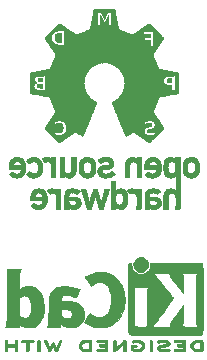
<source format=gbo>
G04 #@! TF.FileFunction,Legend,Bot*
%FSLAX46Y46*%
G04 Gerber Fmt 4.6, Leading zero omitted, Abs format (unit mm)*
G04 Created by KiCad (PCBNEW 4.0.7) date 12/08/17 17:27:16*
%MOMM*%
%LPD*%
G01*
G04 APERTURE LIST*
%ADD10C,0.100000*%
%ADD11C,0.010000*%
G04 APERTURE END LIST*
D10*
D11*
G36*
X155229754Y-115160945D02*
X155177189Y-115161480D01*
X155023165Y-115165196D01*
X154894171Y-115176235D01*
X154785809Y-115195782D01*
X154693684Y-115225019D01*
X154613399Y-115265133D01*
X154540558Y-115317305D01*
X154514541Y-115339969D01*
X154471383Y-115392998D01*
X154432467Y-115464957D01*
X154402473Y-115544720D01*
X154386081Y-115621161D01*
X154384378Y-115649408D01*
X154395051Y-115727710D01*
X154423653Y-115813241D01*
X154465057Y-115894199D01*
X154514141Y-115958782D01*
X154522113Y-115966574D01*
X154589646Y-116021344D01*
X154663598Y-116064099D01*
X154748234Y-116095959D01*
X154847817Y-116118044D01*
X154966612Y-116131474D01*
X155108880Y-116137370D01*
X155174046Y-116137870D01*
X155256901Y-116137471D01*
X155315169Y-116135802D01*
X155354316Y-116132158D01*
X155379809Y-116125829D01*
X155397114Y-116116110D01*
X155406390Y-116107810D01*
X155415152Y-116097728D01*
X155422025Y-116084721D01*
X155427238Y-116065305D01*
X155431019Y-116035996D01*
X155433597Y-115993309D01*
X155435200Y-115933761D01*
X155436057Y-115853866D01*
X155436397Y-115750141D01*
X155436449Y-115649408D01*
X155436780Y-115515055D01*
X155436708Y-115407728D01*
X155435430Y-115356331D01*
X155241065Y-115356331D01*
X155241065Y-115942485D01*
X155117071Y-115942371D01*
X155042461Y-115940232D01*
X154964318Y-115934719D01*
X154899120Y-115927008D01*
X154897136Y-115926691D01*
X154791763Y-115901214D01*
X154710032Y-115861536D01*
X154647862Y-115805074D01*
X154608360Y-115743942D01*
X154584020Y-115676129D01*
X154585907Y-115612455D01*
X154614155Y-115544201D01*
X154669408Y-115473592D01*
X154745973Y-115421271D01*
X154845495Y-115386299D01*
X154912007Y-115373922D01*
X154987507Y-115365230D01*
X155067525Y-115358940D01*
X155135584Y-115356324D01*
X155139615Y-115356312D01*
X155241065Y-115356331D01*
X155435430Y-115356331D01*
X155434636Y-115324417D01*
X155428961Y-115262115D01*
X155418087Y-115217811D01*
X155400414Y-115188496D01*
X155374343Y-115171161D01*
X155338275Y-115162797D01*
X155290612Y-115160395D01*
X155229754Y-115160945D01*
X155229754Y-115160945D01*
G37*
X155229754Y-115160945D02*
X155177189Y-115161480D01*
X155023165Y-115165196D01*
X154894171Y-115176235D01*
X154785809Y-115195782D01*
X154693684Y-115225019D01*
X154613399Y-115265133D01*
X154540558Y-115317305D01*
X154514541Y-115339969D01*
X154471383Y-115392998D01*
X154432467Y-115464957D01*
X154402473Y-115544720D01*
X154386081Y-115621161D01*
X154384378Y-115649408D01*
X154395051Y-115727710D01*
X154423653Y-115813241D01*
X154465057Y-115894199D01*
X154514141Y-115958782D01*
X154522113Y-115966574D01*
X154589646Y-116021344D01*
X154663598Y-116064099D01*
X154748234Y-116095959D01*
X154847817Y-116118044D01*
X154966612Y-116131474D01*
X155108880Y-116137370D01*
X155174046Y-116137870D01*
X155256901Y-116137471D01*
X155315169Y-116135802D01*
X155354316Y-116132158D01*
X155379809Y-116125829D01*
X155397114Y-116116110D01*
X155406390Y-116107810D01*
X155415152Y-116097728D01*
X155422025Y-116084721D01*
X155427238Y-116065305D01*
X155431019Y-116035996D01*
X155433597Y-115993309D01*
X155435200Y-115933761D01*
X155436057Y-115853866D01*
X155436397Y-115750141D01*
X155436449Y-115649408D01*
X155436780Y-115515055D01*
X155436708Y-115407728D01*
X155435430Y-115356331D01*
X155241065Y-115356331D01*
X155241065Y-115942485D01*
X155117071Y-115942371D01*
X155042461Y-115940232D01*
X154964318Y-115934719D01*
X154899120Y-115927008D01*
X154897136Y-115926691D01*
X154791763Y-115901214D01*
X154710032Y-115861536D01*
X154647862Y-115805074D01*
X154608360Y-115743942D01*
X154584020Y-115676129D01*
X154585907Y-115612455D01*
X154614155Y-115544201D01*
X154669408Y-115473592D01*
X154745973Y-115421271D01*
X154845495Y-115386299D01*
X154912007Y-115373922D01*
X154987507Y-115365230D01*
X155067525Y-115358940D01*
X155135584Y-115356324D01*
X155139615Y-115356312D01*
X155241065Y-115356331D01*
X155435430Y-115356331D01*
X155434636Y-115324417D01*
X155428961Y-115262115D01*
X155418087Y-115217811D01*
X155400414Y-115188496D01*
X155374343Y-115171161D01*
X155338275Y-115162797D01*
X155290612Y-115160395D01*
X155229754Y-115160945D01*
G36*
X153354430Y-115161052D02*
X153262022Y-115161548D01*
X153192273Y-115162701D01*
X153141483Y-115164780D01*
X153105951Y-115168051D01*
X153081978Y-115172783D01*
X153065864Y-115179243D01*
X153053909Y-115187699D01*
X153049579Y-115191591D01*
X153023251Y-115232940D01*
X153018511Y-115280452D01*
X153035830Y-115322631D01*
X153043839Y-115331156D01*
X153056792Y-115339421D01*
X153077648Y-115345797D01*
X153110276Y-115350595D01*
X153158542Y-115354124D01*
X153226314Y-115356694D01*
X153317460Y-115358617D01*
X153400791Y-115359787D01*
X153730592Y-115363846D01*
X153739606Y-115536686D01*
X153515742Y-115536686D01*
X153418554Y-115537525D01*
X153347403Y-115541032D01*
X153298291Y-115548695D01*
X153267217Y-115562003D01*
X153250184Y-115582441D01*
X153243192Y-115611499D01*
X153242130Y-115638467D01*
X153245430Y-115671557D01*
X153257883Y-115695940D01*
X153283320Y-115712889D01*
X153325571Y-115723679D01*
X153388466Y-115729584D01*
X153475835Y-115731877D01*
X153523521Y-115732071D01*
X153738106Y-115732071D01*
X153738106Y-115942485D01*
X153407455Y-115942485D01*
X153299070Y-115942636D01*
X153216697Y-115943314D01*
X153156289Y-115944856D01*
X153113799Y-115947599D01*
X153085181Y-115951881D01*
X153066388Y-115958039D01*
X153053374Y-115966409D01*
X153046745Y-115972544D01*
X153024007Y-116008349D01*
X153016686Y-116040177D01*
X153027139Y-116079054D01*
X153046745Y-116107810D01*
X153057205Y-116116863D01*
X153070708Y-116123893D01*
X153090886Y-116129154D01*
X153121371Y-116132901D01*
X153165795Y-116135390D01*
X153227791Y-116136875D01*
X153310991Y-116137611D01*
X153419027Y-116137854D01*
X153475089Y-116137870D01*
X153595144Y-116137763D01*
X153688774Y-116137275D01*
X153759609Y-116136149D01*
X153811281Y-116134131D01*
X153847423Y-116130966D01*
X153871668Y-116126399D01*
X153887647Y-116120176D01*
X153898993Y-116112040D01*
X153903432Y-116107810D01*
X153912217Y-116097696D01*
X153919104Y-116084648D01*
X153924321Y-116065170D01*
X153928099Y-116035764D01*
X153930670Y-115992934D01*
X153932264Y-115933184D01*
X153933111Y-115853017D01*
X153933442Y-115748937D01*
X153933491Y-115652028D01*
X153933446Y-115527923D01*
X153933134Y-115430366D01*
X153932288Y-115355846D01*
X153930642Y-115300851D01*
X153927929Y-115261870D01*
X153923883Y-115235393D01*
X153918237Y-115217906D01*
X153910726Y-115205900D01*
X153901082Y-115195863D01*
X153898706Y-115193626D01*
X153887175Y-115183719D01*
X153873778Y-115176048D01*
X153854796Y-115170326D01*
X153826515Y-115166268D01*
X153785218Y-115163588D01*
X153727188Y-115162002D01*
X153648709Y-115161224D01*
X153546066Y-115160968D01*
X153473196Y-115160946D01*
X153354430Y-115161052D01*
X153354430Y-115161052D01*
G37*
X153354430Y-115161052D02*
X153262022Y-115161548D01*
X153192273Y-115162701D01*
X153141483Y-115164780D01*
X153105951Y-115168051D01*
X153081978Y-115172783D01*
X153065864Y-115179243D01*
X153053909Y-115187699D01*
X153049579Y-115191591D01*
X153023251Y-115232940D01*
X153018511Y-115280452D01*
X153035830Y-115322631D01*
X153043839Y-115331156D01*
X153056792Y-115339421D01*
X153077648Y-115345797D01*
X153110276Y-115350595D01*
X153158542Y-115354124D01*
X153226314Y-115356694D01*
X153317460Y-115358617D01*
X153400791Y-115359787D01*
X153730592Y-115363846D01*
X153739606Y-115536686D01*
X153515742Y-115536686D01*
X153418554Y-115537525D01*
X153347403Y-115541032D01*
X153298291Y-115548695D01*
X153267217Y-115562003D01*
X153250184Y-115582441D01*
X153243192Y-115611499D01*
X153242130Y-115638467D01*
X153245430Y-115671557D01*
X153257883Y-115695940D01*
X153283320Y-115712889D01*
X153325571Y-115723679D01*
X153388466Y-115729584D01*
X153475835Y-115731877D01*
X153523521Y-115732071D01*
X153738106Y-115732071D01*
X153738106Y-115942485D01*
X153407455Y-115942485D01*
X153299070Y-115942636D01*
X153216697Y-115943314D01*
X153156289Y-115944856D01*
X153113799Y-115947599D01*
X153085181Y-115951881D01*
X153066388Y-115958039D01*
X153053374Y-115966409D01*
X153046745Y-115972544D01*
X153024007Y-116008349D01*
X153016686Y-116040177D01*
X153027139Y-116079054D01*
X153046745Y-116107810D01*
X153057205Y-116116863D01*
X153070708Y-116123893D01*
X153090886Y-116129154D01*
X153121371Y-116132901D01*
X153165795Y-116135390D01*
X153227791Y-116136875D01*
X153310991Y-116137611D01*
X153419027Y-116137854D01*
X153475089Y-116137870D01*
X153595144Y-116137763D01*
X153688774Y-116137275D01*
X153759609Y-116136149D01*
X153811281Y-116134131D01*
X153847423Y-116130966D01*
X153871668Y-116126399D01*
X153887647Y-116120176D01*
X153898993Y-116112040D01*
X153903432Y-116107810D01*
X153912217Y-116097696D01*
X153919104Y-116084648D01*
X153924321Y-116065170D01*
X153928099Y-116035764D01*
X153930670Y-115992934D01*
X153932264Y-115933184D01*
X153933111Y-115853017D01*
X153933442Y-115748937D01*
X153933491Y-115652028D01*
X153933446Y-115527923D01*
X153933134Y-115430366D01*
X153932288Y-115355846D01*
X153930642Y-115300851D01*
X153927929Y-115261870D01*
X153923883Y-115235393D01*
X153918237Y-115217906D01*
X153910726Y-115205900D01*
X153901082Y-115195863D01*
X153898706Y-115193626D01*
X153887175Y-115183719D01*
X153873778Y-115176048D01*
X153854796Y-115170326D01*
X153826515Y-115166268D01*
X153785218Y-115163588D01*
X153727188Y-115162002D01*
X153648709Y-115161224D01*
X153546066Y-115160968D01*
X153473196Y-115160946D01*
X153354430Y-115161052D01*
G36*
X151994988Y-115162657D02*
X151895383Y-115169620D01*
X151802744Y-115180495D01*
X151722458Y-115194874D01*
X151659908Y-115212346D01*
X151620481Y-115232502D01*
X151614429Y-115238435D01*
X151593384Y-115284475D01*
X151599766Y-115331740D01*
X151632407Y-115372178D01*
X151633964Y-115373337D01*
X151653163Y-115385797D01*
X151673205Y-115392349D01*
X151701160Y-115393144D01*
X151744099Y-115388336D01*
X151809091Y-115378075D01*
X151814319Y-115377211D01*
X151911161Y-115365314D01*
X152015644Y-115359445D01*
X152120435Y-115359388D01*
X152218202Y-115364927D01*
X152301612Y-115375845D01*
X152363333Y-115391925D01*
X152367388Y-115393541D01*
X152412164Y-115418629D01*
X152427896Y-115444018D01*
X152415580Y-115468987D01*
X152376215Y-115492816D01*
X152310798Y-115514782D01*
X152220326Y-115534166D01*
X152160000Y-115543498D01*
X152034600Y-115561449D01*
X151934865Y-115577859D01*
X151856546Y-115594148D01*
X151795393Y-115611738D01*
X151747159Y-115632049D01*
X151707595Y-115656503D01*
X151672452Y-115686520D01*
X151644211Y-115715996D01*
X151610708Y-115757067D01*
X151594219Y-115792382D01*
X151589063Y-115835893D01*
X151588876Y-115851828D01*
X151592748Y-115904705D01*
X151608227Y-115944043D01*
X151635015Y-115978960D01*
X151689459Y-116032334D01*
X151750170Y-116073038D01*
X151821658Y-116102400D01*
X151908436Y-116121747D01*
X152015014Y-116132406D01*
X152145903Y-116135705D01*
X152167515Y-116135649D01*
X152254798Y-116133840D01*
X152341359Y-116129729D01*
X152417762Y-116123906D01*
X152474570Y-116116961D01*
X152479164Y-116116164D01*
X152535645Y-116102784D01*
X152583552Y-116085882D01*
X152610673Y-116070431D01*
X152635911Y-116029666D01*
X152637669Y-115982198D01*
X152615912Y-115939895D01*
X152611044Y-115935112D01*
X152590922Y-115920899D01*
X152565758Y-115914776D01*
X152526813Y-115915818D01*
X152479535Y-115921234D01*
X152426705Y-115926073D01*
X152352648Y-115930155D01*
X152266191Y-115933118D01*
X152176163Y-115934597D01*
X152152485Y-115934694D01*
X152062122Y-115934330D01*
X151995989Y-115932576D01*
X151948267Y-115928823D01*
X151913138Y-115922463D01*
X151884782Y-115912887D01*
X151867741Y-115904911D01*
X151830296Y-115882765D01*
X151806421Y-115862708D01*
X151802932Y-115857023D01*
X151810293Y-115833545D01*
X151845287Y-115810817D01*
X151905488Y-115789870D01*
X151988471Y-115771736D01*
X152012920Y-115767697D01*
X152140622Y-115747639D01*
X152242540Y-115730874D01*
X152322606Y-115716183D01*
X152384754Y-115702348D01*
X152432918Y-115688151D01*
X152471032Y-115672373D01*
X152503030Y-115653796D01*
X152532844Y-115631202D01*
X152564410Y-115603373D01*
X152575032Y-115593616D01*
X152612273Y-115557202D01*
X152631987Y-115528352D01*
X152639699Y-115495338D01*
X152640947Y-115453735D01*
X152627215Y-115372151D01*
X152586178Y-115302834D01*
X152518070Y-115246008D01*
X152423127Y-115201897D01*
X152355384Y-115182112D01*
X152281759Y-115169333D01*
X152193561Y-115162104D01*
X152096176Y-115160015D01*
X151994988Y-115162657D01*
X151994988Y-115162657D01*
G37*
X151994988Y-115162657D02*
X151895383Y-115169620D01*
X151802744Y-115180495D01*
X151722458Y-115194874D01*
X151659908Y-115212346D01*
X151620481Y-115232502D01*
X151614429Y-115238435D01*
X151593384Y-115284475D01*
X151599766Y-115331740D01*
X151632407Y-115372178D01*
X151633964Y-115373337D01*
X151653163Y-115385797D01*
X151673205Y-115392349D01*
X151701160Y-115393144D01*
X151744099Y-115388336D01*
X151809091Y-115378075D01*
X151814319Y-115377211D01*
X151911161Y-115365314D01*
X152015644Y-115359445D01*
X152120435Y-115359388D01*
X152218202Y-115364927D01*
X152301612Y-115375845D01*
X152363333Y-115391925D01*
X152367388Y-115393541D01*
X152412164Y-115418629D01*
X152427896Y-115444018D01*
X152415580Y-115468987D01*
X152376215Y-115492816D01*
X152310798Y-115514782D01*
X152220326Y-115534166D01*
X152160000Y-115543498D01*
X152034600Y-115561449D01*
X151934865Y-115577859D01*
X151856546Y-115594148D01*
X151795393Y-115611738D01*
X151747159Y-115632049D01*
X151707595Y-115656503D01*
X151672452Y-115686520D01*
X151644211Y-115715996D01*
X151610708Y-115757067D01*
X151594219Y-115792382D01*
X151589063Y-115835893D01*
X151588876Y-115851828D01*
X151592748Y-115904705D01*
X151608227Y-115944043D01*
X151635015Y-115978960D01*
X151689459Y-116032334D01*
X151750170Y-116073038D01*
X151821658Y-116102400D01*
X151908436Y-116121747D01*
X152015014Y-116132406D01*
X152145903Y-116135705D01*
X152167515Y-116135649D01*
X152254798Y-116133840D01*
X152341359Y-116129729D01*
X152417762Y-116123906D01*
X152474570Y-116116961D01*
X152479164Y-116116164D01*
X152535645Y-116102784D01*
X152583552Y-116085882D01*
X152610673Y-116070431D01*
X152635911Y-116029666D01*
X152637669Y-115982198D01*
X152615912Y-115939895D01*
X152611044Y-115935112D01*
X152590922Y-115920899D01*
X152565758Y-115914776D01*
X152526813Y-115915818D01*
X152479535Y-115921234D01*
X152426705Y-115926073D01*
X152352648Y-115930155D01*
X152266191Y-115933118D01*
X152176163Y-115934597D01*
X152152485Y-115934694D01*
X152062122Y-115934330D01*
X151995989Y-115932576D01*
X151948267Y-115928823D01*
X151913138Y-115922463D01*
X151884782Y-115912887D01*
X151867741Y-115904911D01*
X151830296Y-115882765D01*
X151806421Y-115862708D01*
X151802932Y-115857023D01*
X151810293Y-115833545D01*
X151845287Y-115810817D01*
X151905488Y-115789870D01*
X151988471Y-115771736D01*
X152012920Y-115767697D01*
X152140622Y-115747639D01*
X152242540Y-115730874D01*
X152322606Y-115716183D01*
X152384754Y-115702348D01*
X152432918Y-115688151D01*
X152471032Y-115672373D01*
X152503030Y-115653796D01*
X152532844Y-115631202D01*
X152564410Y-115603373D01*
X152575032Y-115593616D01*
X152612273Y-115557202D01*
X152631987Y-115528352D01*
X152639699Y-115495338D01*
X152640947Y-115453735D01*
X152627215Y-115372151D01*
X152586178Y-115302834D01*
X152518070Y-115246008D01*
X152423127Y-115201897D01*
X152355384Y-115182112D01*
X152281759Y-115169333D01*
X152193561Y-115162104D01*
X152096176Y-115160015D01*
X151994988Y-115162657D01*
G36*
X150972663Y-115191006D02*
X150963901Y-115201088D01*
X150957028Y-115214095D01*
X150951815Y-115233511D01*
X150948034Y-115262820D01*
X150945456Y-115305507D01*
X150943853Y-115365055D01*
X150942995Y-115444950D01*
X150942656Y-115548676D01*
X150942603Y-115649408D01*
X150942696Y-115774352D01*
X150943127Y-115872721D01*
X150944123Y-115948001D01*
X150945915Y-116003674D01*
X150948729Y-116043226D01*
X150952796Y-116070141D01*
X150958342Y-116087903D01*
X150965597Y-116099997D01*
X150972663Y-116107810D01*
X151016602Y-116134012D01*
X151063420Y-116131661D01*
X151105309Y-116103084D01*
X151114934Y-116091927D01*
X151122455Y-116078983D01*
X151128134Y-116060672D01*
X151132227Y-116033418D01*
X151134995Y-115993640D01*
X151136696Y-115937762D01*
X151137589Y-115862204D01*
X151137933Y-115763388D01*
X151137988Y-115651514D01*
X151137988Y-115234728D01*
X151101097Y-115197837D01*
X151055625Y-115166800D01*
X151011516Y-115165681D01*
X150972663Y-115191006D01*
X150972663Y-115191006D01*
G37*
X150972663Y-115191006D02*
X150963901Y-115201088D01*
X150957028Y-115214095D01*
X150951815Y-115233511D01*
X150948034Y-115262820D01*
X150945456Y-115305507D01*
X150943853Y-115365055D01*
X150942995Y-115444950D01*
X150942656Y-115548676D01*
X150942603Y-115649408D01*
X150942696Y-115774352D01*
X150943127Y-115872721D01*
X150944123Y-115948001D01*
X150945915Y-116003674D01*
X150948729Y-116043226D01*
X150952796Y-116070141D01*
X150958342Y-116087903D01*
X150965597Y-116099997D01*
X150972663Y-116107810D01*
X151016602Y-116134012D01*
X151063420Y-116131661D01*
X151105309Y-116103084D01*
X151114934Y-116091927D01*
X151122455Y-116078983D01*
X151128134Y-116060672D01*
X151132227Y-116033418D01*
X151134995Y-115993640D01*
X151136696Y-115937762D01*
X151137589Y-115862204D01*
X151137933Y-115763388D01*
X151137988Y-115651514D01*
X151137988Y-115234728D01*
X151101097Y-115197837D01*
X151055625Y-115166800D01*
X151011516Y-115165681D01*
X150972663Y-115191006D01*
G36*
X149676262Y-115168312D02*
X149585041Y-115183618D01*
X149514982Y-115207411D01*
X149469404Y-115238740D01*
X149456984Y-115256614D01*
X149444354Y-115298185D01*
X149452853Y-115335792D01*
X149479685Y-115371455D01*
X149521376Y-115388139D01*
X149581870Y-115386784D01*
X149628659Y-115377745D01*
X149732628Y-115360523D01*
X149838880Y-115358887D01*
X149957809Y-115372865D01*
X149990660Y-115378788D01*
X150101245Y-115409967D01*
X150187759Y-115456346D01*
X150249253Y-115517135D01*
X150284778Y-115591544D01*
X150292125Y-115630014D01*
X150287316Y-115708063D01*
X150256266Y-115777117D01*
X150201806Y-115835829D01*
X150126764Y-115882853D01*
X150033970Y-115916843D01*
X149926252Y-115936454D01*
X149806441Y-115940341D01*
X149677365Y-115927156D01*
X149670077Y-115925912D01*
X149618738Y-115916350D01*
X149590272Y-115907114D01*
X149577934Y-115893409D01*
X149574978Y-115870442D01*
X149574911Y-115858279D01*
X149574911Y-115807219D01*
X149666077Y-115807219D01*
X149746582Y-115801704D01*
X149801521Y-115784130D01*
X149833486Y-115752953D01*
X149845072Y-115706630D01*
X149845213Y-115700584D01*
X149838435Y-115660989D01*
X149815191Y-115632717D01*
X149771930Y-115614007D01*
X149705101Y-115603100D01*
X149640370Y-115599090D01*
X149546287Y-115596789D01*
X149478044Y-115600300D01*
X149431501Y-115613255D01*
X149402518Y-115639286D01*
X149386955Y-115682027D01*
X149380671Y-115745110D01*
X149379526Y-115827964D01*
X149381402Y-115920446D01*
X149387046Y-115983354D01*
X149396482Y-116016939D01*
X149398313Y-116019569D01*
X149450125Y-116061534D01*
X149526090Y-116094768D01*
X149621392Y-116118559D01*
X149731216Y-116132199D01*
X149850746Y-116134978D01*
X149975166Y-116126185D01*
X150048343Y-116115385D01*
X150163120Y-116082898D01*
X150269796Y-116029786D01*
X150359111Y-115960855D01*
X150372686Y-115947078D01*
X150416792Y-115889158D01*
X150456589Y-115817376D01*
X150487427Y-115742119D01*
X150504657Y-115673777D01*
X150506734Y-115647529D01*
X150497893Y-115592777D01*
X150474395Y-115524655D01*
X150440749Y-115452950D01*
X150401464Y-115387449D01*
X150366755Y-115343698D01*
X150285603Y-115278619D01*
X150180698Y-115226821D01*
X150055800Y-115189474D01*
X149914667Y-115167753D01*
X149785325Y-115162445D01*
X149676262Y-115168312D01*
X149676262Y-115168312D01*
G37*
X149676262Y-115168312D02*
X149585041Y-115183618D01*
X149514982Y-115207411D01*
X149469404Y-115238740D01*
X149456984Y-115256614D01*
X149444354Y-115298185D01*
X149452853Y-115335792D01*
X149479685Y-115371455D01*
X149521376Y-115388139D01*
X149581870Y-115386784D01*
X149628659Y-115377745D01*
X149732628Y-115360523D01*
X149838880Y-115358887D01*
X149957809Y-115372865D01*
X149990660Y-115378788D01*
X150101245Y-115409967D01*
X150187759Y-115456346D01*
X150249253Y-115517135D01*
X150284778Y-115591544D01*
X150292125Y-115630014D01*
X150287316Y-115708063D01*
X150256266Y-115777117D01*
X150201806Y-115835829D01*
X150126764Y-115882853D01*
X150033970Y-115916843D01*
X149926252Y-115936454D01*
X149806441Y-115940341D01*
X149677365Y-115927156D01*
X149670077Y-115925912D01*
X149618738Y-115916350D01*
X149590272Y-115907114D01*
X149577934Y-115893409D01*
X149574978Y-115870442D01*
X149574911Y-115858279D01*
X149574911Y-115807219D01*
X149666077Y-115807219D01*
X149746582Y-115801704D01*
X149801521Y-115784130D01*
X149833486Y-115752953D01*
X149845072Y-115706630D01*
X149845213Y-115700584D01*
X149838435Y-115660989D01*
X149815191Y-115632717D01*
X149771930Y-115614007D01*
X149705101Y-115603100D01*
X149640370Y-115599090D01*
X149546287Y-115596789D01*
X149478044Y-115600300D01*
X149431501Y-115613255D01*
X149402518Y-115639286D01*
X149386955Y-115682027D01*
X149380671Y-115745110D01*
X149379526Y-115827964D01*
X149381402Y-115920446D01*
X149387046Y-115983354D01*
X149396482Y-116016939D01*
X149398313Y-116019569D01*
X149450125Y-116061534D01*
X149526090Y-116094768D01*
X149621392Y-116118559D01*
X149731216Y-116132199D01*
X149850746Y-116134978D01*
X149975166Y-116126185D01*
X150048343Y-116115385D01*
X150163120Y-116082898D01*
X150269796Y-116029786D01*
X150359111Y-115960855D01*
X150372686Y-115947078D01*
X150416792Y-115889158D01*
X150456589Y-115817376D01*
X150487427Y-115742119D01*
X150504657Y-115673777D01*
X150506734Y-115647529D01*
X150497893Y-115592777D01*
X150474395Y-115524655D01*
X150440749Y-115452950D01*
X150401464Y-115387449D01*
X150366755Y-115343698D01*
X150285603Y-115278619D01*
X150180698Y-115226821D01*
X150055800Y-115189474D01*
X149914667Y-115167753D01*
X149785325Y-115162445D01*
X149676262Y-115168312D01*
G36*
X148810920Y-115166780D02*
X148779545Y-115185185D01*
X148738522Y-115215285D01*
X148685724Y-115258496D01*
X148619025Y-115316238D01*
X148536299Y-115389928D01*
X148435420Y-115480984D01*
X148319941Y-115585674D01*
X148079467Y-115803743D01*
X148071952Y-115511044D01*
X148069239Y-115410290D01*
X148066622Y-115335258D01*
X148063520Y-115281620D01*
X148059356Y-115245046D01*
X148053551Y-115221207D01*
X148045524Y-115205774D01*
X148034697Y-115194418D01*
X148028956Y-115189646D01*
X147982983Y-115164413D01*
X147939237Y-115168102D01*
X147904535Y-115189659D01*
X147869053Y-115218371D01*
X147864640Y-115637686D01*
X147863419Y-115761007D01*
X147862797Y-115857884D01*
X147862990Y-115931930D01*
X147864214Y-115986757D01*
X147866684Y-116025979D01*
X147870614Y-116053209D01*
X147876220Y-116072059D01*
X147883718Y-116086141D01*
X147892033Y-116097435D01*
X147910022Y-116118382D01*
X147927921Y-116132267D01*
X147948212Y-116137596D01*
X147973378Y-116132876D01*
X148005900Y-116116613D01*
X148048263Y-116087313D01*
X148102948Y-116043482D01*
X148172437Y-115983627D01*
X148259215Y-115906254D01*
X148357515Y-115817350D01*
X148710710Y-115496971D01*
X148718225Y-115788713D01*
X148720943Y-115889283D01*
X148723567Y-115964140D01*
X148726679Y-116017620D01*
X148730862Y-116054062D01*
X148736697Y-116077804D01*
X148744766Y-116093182D01*
X148755651Y-116104536D01*
X148761221Y-116109162D01*
X148810456Y-116134578D01*
X148856977Y-116130745D01*
X148897489Y-116098269D01*
X148906756Y-116085203D01*
X148913979Y-116069945D01*
X148919412Y-116048832D01*
X148923308Y-116018205D01*
X148925921Y-115974402D01*
X148927507Y-115913763D01*
X148928318Y-115832627D01*
X148928608Y-115727333D01*
X148928639Y-115649408D01*
X148928541Y-115527524D01*
X148928079Y-115432039D01*
X148926997Y-115359291D01*
X148925043Y-115305619D01*
X148921962Y-115267363D01*
X148917500Y-115240863D01*
X148911403Y-115222456D01*
X148903417Y-115208484D01*
X148897489Y-115200547D01*
X148882462Y-115181748D01*
X148868418Y-115167553D01*
X148853230Y-115159382D01*
X148834773Y-115158652D01*
X148810920Y-115166780D01*
X148810920Y-115166780D01*
G37*
X148810920Y-115166780D02*
X148779545Y-115185185D01*
X148738522Y-115215285D01*
X148685724Y-115258496D01*
X148619025Y-115316238D01*
X148536299Y-115389928D01*
X148435420Y-115480984D01*
X148319941Y-115585674D01*
X148079467Y-115803743D01*
X148071952Y-115511044D01*
X148069239Y-115410290D01*
X148066622Y-115335258D01*
X148063520Y-115281620D01*
X148059356Y-115245046D01*
X148053551Y-115221207D01*
X148045524Y-115205774D01*
X148034697Y-115194418D01*
X148028956Y-115189646D01*
X147982983Y-115164413D01*
X147939237Y-115168102D01*
X147904535Y-115189659D01*
X147869053Y-115218371D01*
X147864640Y-115637686D01*
X147863419Y-115761007D01*
X147862797Y-115857884D01*
X147862990Y-115931930D01*
X147864214Y-115986757D01*
X147866684Y-116025979D01*
X147870614Y-116053209D01*
X147876220Y-116072059D01*
X147883718Y-116086141D01*
X147892033Y-116097435D01*
X147910022Y-116118382D01*
X147927921Y-116132267D01*
X147948212Y-116137596D01*
X147973378Y-116132876D01*
X148005900Y-116116613D01*
X148048263Y-116087313D01*
X148102948Y-116043482D01*
X148172437Y-115983627D01*
X148259215Y-115906254D01*
X148357515Y-115817350D01*
X148710710Y-115496971D01*
X148718225Y-115788713D01*
X148720943Y-115889283D01*
X148723567Y-115964140D01*
X148726679Y-116017620D01*
X148730862Y-116054062D01*
X148736697Y-116077804D01*
X148744766Y-116093182D01*
X148755651Y-116104536D01*
X148761221Y-116109162D01*
X148810456Y-116134578D01*
X148856977Y-116130745D01*
X148897489Y-116098269D01*
X148906756Y-116085203D01*
X148913979Y-116069945D01*
X148919412Y-116048832D01*
X148923308Y-116018205D01*
X148925921Y-115974402D01*
X148927507Y-115913763D01*
X148928318Y-115832627D01*
X148928608Y-115727333D01*
X148928639Y-115649408D01*
X148928541Y-115527524D01*
X148928079Y-115432039D01*
X148926997Y-115359291D01*
X148925043Y-115305619D01*
X148921962Y-115267363D01*
X148917500Y-115240863D01*
X148911403Y-115222456D01*
X148903417Y-115208484D01*
X148897489Y-115200547D01*
X148882462Y-115181748D01*
X148868418Y-115167553D01*
X148853230Y-115159382D01*
X148834773Y-115158652D01*
X148810920Y-115166780D01*
G36*
X146773330Y-115161203D02*
X146671669Y-115162420D01*
X146593764Y-115165266D01*
X146536465Y-115170410D01*
X146496619Y-115178520D01*
X146471078Y-115190267D01*
X146456689Y-115206318D01*
X146450301Y-115227344D01*
X146448765Y-115254012D01*
X146448757Y-115257162D01*
X146450091Y-115287326D01*
X146456395Y-115310639D01*
X146471124Y-115328042D01*
X146497731Y-115340476D01*
X146539672Y-115348881D01*
X146600400Y-115354201D01*
X146683370Y-115357375D01*
X146792035Y-115359345D01*
X146825341Y-115359781D01*
X147147633Y-115363846D01*
X147152140Y-115450266D01*
X147156648Y-115536686D01*
X146932783Y-115536686D01*
X146845325Y-115537009D01*
X146782877Y-115538373D01*
X146740392Y-115541375D01*
X146712823Y-115546609D01*
X146695124Y-115554671D01*
X146682249Y-115566156D01*
X146682166Y-115566247D01*
X146658816Y-115611007D01*
X146659660Y-115659383D01*
X146684167Y-115700622D01*
X146689017Y-115704861D01*
X146706231Y-115715785D01*
X146729820Y-115723385D01*
X146765039Y-115728233D01*
X146817146Y-115730902D01*
X146891396Y-115731964D01*
X146938884Y-115732071D01*
X147155148Y-115732071D01*
X147155148Y-115942485D01*
X146826826Y-115942485D01*
X146718428Y-115942675D01*
X146636111Y-115943450D01*
X146575897Y-115945120D01*
X146533811Y-115947994D01*
X146505875Y-115952383D01*
X146488112Y-115958595D01*
X146476546Y-115966940D01*
X146473631Y-115969970D01*
X146452110Y-116011970D01*
X146450536Y-116059750D01*
X146468191Y-116101178D01*
X146482161Y-116114473D01*
X146496692Y-116121792D01*
X146519208Y-116127455D01*
X146553270Y-116131659D01*
X146602439Y-116134604D01*
X146670278Y-116136487D01*
X146760348Y-116137506D01*
X146876209Y-116137861D01*
X146902403Y-116137870D01*
X147020207Y-116137792D01*
X147111650Y-116137367D01*
X147180432Y-116136302D01*
X147230250Y-116134305D01*
X147264806Y-116131086D01*
X147287796Y-116126352D01*
X147302920Y-116119813D01*
X147313877Y-116111177D01*
X147319888Y-116104976D01*
X147328936Y-116093993D01*
X147336004Y-116080388D01*
X147341337Y-116060592D01*
X147345178Y-116031038D01*
X147347771Y-115988157D01*
X147349359Y-115928381D01*
X147350185Y-115848143D01*
X147350494Y-115743875D01*
X147350532Y-115656116D01*
X147350438Y-115533144D01*
X147349989Y-115436605D01*
X147348938Y-115362875D01*
X147347036Y-115308326D01*
X147344037Y-115269335D01*
X147339691Y-115242275D01*
X147333752Y-115223520D01*
X147325971Y-115209446D01*
X147319382Y-115200547D01*
X147288232Y-115160946D01*
X146901898Y-115160946D01*
X146773330Y-115161203D01*
X146773330Y-115161203D01*
G37*
X146773330Y-115161203D02*
X146671669Y-115162420D01*
X146593764Y-115165266D01*
X146536465Y-115170410D01*
X146496619Y-115178520D01*
X146471078Y-115190267D01*
X146456689Y-115206318D01*
X146450301Y-115227344D01*
X146448765Y-115254012D01*
X146448757Y-115257162D01*
X146450091Y-115287326D01*
X146456395Y-115310639D01*
X146471124Y-115328042D01*
X146497731Y-115340476D01*
X146539672Y-115348881D01*
X146600400Y-115354201D01*
X146683370Y-115357375D01*
X146792035Y-115359345D01*
X146825341Y-115359781D01*
X147147633Y-115363846D01*
X147152140Y-115450266D01*
X147156648Y-115536686D01*
X146932783Y-115536686D01*
X146845325Y-115537009D01*
X146782877Y-115538373D01*
X146740392Y-115541375D01*
X146712823Y-115546609D01*
X146695124Y-115554671D01*
X146682249Y-115566156D01*
X146682166Y-115566247D01*
X146658816Y-115611007D01*
X146659660Y-115659383D01*
X146684167Y-115700622D01*
X146689017Y-115704861D01*
X146706231Y-115715785D01*
X146729820Y-115723385D01*
X146765039Y-115728233D01*
X146817146Y-115730902D01*
X146891396Y-115731964D01*
X146938884Y-115732071D01*
X147155148Y-115732071D01*
X147155148Y-115942485D01*
X146826826Y-115942485D01*
X146718428Y-115942675D01*
X146636111Y-115943450D01*
X146575897Y-115945120D01*
X146533811Y-115947994D01*
X146505875Y-115952383D01*
X146488112Y-115958595D01*
X146476546Y-115966940D01*
X146473631Y-115969970D01*
X146452110Y-116011970D01*
X146450536Y-116059750D01*
X146468191Y-116101178D01*
X146482161Y-116114473D01*
X146496692Y-116121792D01*
X146519208Y-116127455D01*
X146553270Y-116131659D01*
X146602439Y-116134604D01*
X146670278Y-116136487D01*
X146760348Y-116137506D01*
X146876209Y-116137861D01*
X146902403Y-116137870D01*
X147020207Y-116137792D01*
X147111650Y-116137367D01*
X147180432Y-116136302D01*
X147230250Y-116134305D01*
X147264806Y-116131086D01*
X147287796Y-116126352D01*
X147302920Y-116119813D01*
X147313877Y-116111177D01*
X147319888Y-116104976D01*
X147328936Y-116093993D01*
X147336004Y-116080388D01*
X147341337Y-116060592D01*
X147345178Y-116031038D01*
X147347771Y-115988157D01*
X147349359Y-115928381D01*
X147350185Y-115848143D01*
X147350494Y-115743875D01*
X147350532Y-115656116D01*
X147350438Y-115533144D01*
X147349989Y-115436605D01*
X147348938Y-115362875D01*
X147347036Y-115308326D01*
X147344037Y-115269335D01*
X147339691Y-115242275D01*
X147333752Y-115223520D01*
X147325971Y-115209446D01*
X147319382Y-115200547D01*
X147288232Y-115160946D01*
X146901898Y-115160946D01*
X146773330Y-115161203D01*
G36*
X145724263Y-115161223D02*
X145552545Y-115167029D01*
X145406491Y-115184637D01*
X145283693Y-115215099D01*
X145181743Y-115259471D01*
X145098232Y-115318807D01*
X145030753Y-115394160D01*
X144976897Y-115486586D01*
X144975838Y-115488840D01*
X144943697Y-115571560D01*
X144932245Y-115644820D01*
X144941526Y-115718548D01*
X144971585Y-115802671D01*
X144977285Y-115815473D01*
X145016161Y-115890398D01*
X145059851Y-115948293D01*
X145116240Y-115997508D01*
X145193208Y-116046393D01*
X145197680Y-116048945D01*
X145264683Y-116081131D01*
X145340415Y-116105168D01*
X145429742Y-116121887D01*
X145537531Y-116132115D01*
X145668648Y-116136682D01*
X145714974Y-116137079D01*
X145935570Y-116137870D01*
X145966720Y-116098269D01*
X145975960Y-116085247D01*
X145983168Y-116070040D01*
X145988596Y-116049002D01*
X145992495Y-116018486D01*
X145995117Y-115974847D01*
X145995972Y-115942485D01*
X145787455Y-115942485D01*
X145662464Y-115942485D01*
X145589323Y-115940346D01*
X145514239Y-115934717D01*
X145452616Y-115926779D01*
X145448897Y-115926111D01*
X145339447Y-115896748D01*
X145254552Y-115852633D01*
X145191528Y-115791719D01*
X145147686Y-115711960D01*
X145140063Y-115690820D01*
X145132590Y-115657898D01*
X145135825Y-115625372D01*
X145151567Y-115582100D01*
X145161056Y-115560843D01*
X145192129Y-115504356D01*
X145229567Y-115464727D01*
X145270759Y-115437130D01*
X145353270Y-115401218D01*
X145458867Y-115375204D01*
X145581882Y-115360224D01*
X145670976Y-115356928D01*
X145787455Y-115356331D01*
X145787455Y-115942485D01*
X145995972Y-115942485D01*
X145996714Y-115914436D01*
X145997536Y-115833608D01*
X145997836Y-115728717D01*
X145997870Y-115646698D01*
X145997870Y-115234728D01*
X145960979Y-115197837D01*
X145944606Y-115182884D01*
X145926903Y-115172644D01*
X145902181Y-115166237D01*
X145864752Y-115162783D01*
X145808927Y-115161403D01*
X145729018Y-115161217D01*
X145724263Y-115161223D01*
X145724263Y-115161223D01*
G37*
X145724263Y-115161223D02*
X145552545Y-115167029D01*
X145406491Y-115184637D01*
X145283693Y-115215099D01*
X145181743Y-115259471D01*
X145098232Y-115318807D01*
X145030753Y-115394160D01*
X144976897Y-115486586D01*
X144975838Y-115488840D01*
X144943697Y-115571560D01*
X144932245Y-115644820D01*
X144941526Y-115718548D01*
X144971585Y-115802671D01*
X144977285Y-115815473D01*
X145016161Y-115890398D01*
X145059851Y-115948293D01*
X145116240Y-115997508D01*
X145193208Y-116046393D01*
X145197680Y-116048945D01*
X145264683Y-116081131D01*
X145340415Y-116105168D01*
X145429742Y-116121887D01*
X145537531Y-116132115D01*
X145668648Y-116136682D01*
X145714974Y-116137079D01*
X145935570Y-116137870D01*
X145966720Y-116098269D01*
X145975960Y-116085247D01*
X145983168Y-116070040D01*
X145988596Y-116049002D01*
X145992495Y-116018486D01*
X145995117Y-115974847D01*
X145995972Y-115942485D01*
X145787455Y-115942485D01*
X145662464Y-115942485D01*
X145589323Y-115940346D01*
X145514239Y-115934717D01*
X145452616Y-115926779D01*
X145448897Y-115926111D01*
X145339447Y-115896748D01*
X145254552Y-115852633D01*
X145191528Y-115791719D01*
X145147686Y-115711960D01*
X145140063Y-115690820D01*
X145132590Y-115657898D01*
X145135825Y-115625372D01*
X145151567Y-115582100D01*
X145161056Y-115560843D01*
X145192129Y-115504356D01*
X145229567Y-115464727D01*
X145270759Y-115437130D01*
X145353270Y-115401218D01*
X145458867Y-115375204D01*
X145581882Y-115360224D01*
X145670976Y-115356928D01*
X145787455Y-115356331D01*
X145787455Y-115942485D01*
X145995972Y-115942485D01*
X145996714Y-115914436D01*
X145997536Y-115833608D01*
X145997836Y-115728717D01*
X145997870Y-115646698D01*
X145997870Y-115234728D01*
X145960979Y-115197837D01*
X145944606Y-115182884D01*
X145926903Y-115172644D01*
X145902181Y-115166237D01*
X145864752Y-115162783D01*
X145808927Y-115161403D01*
X145729018Y-115161217D01*
X145724263Y-115161223D01*
G36*
X142094499Y-115163566D02*
X142068418Y-115172886D01*
X142067412Y-115173342D01*
X142031994Y-115200370D01*
X142012480Y-115228172D01*
X142008662Y-115241208D01*
X142008851Y-115258528D01*
X142014224Y-115283203D01*
X142025958Y-115318300D01*
X142045233Y-115366889D01*
X142073224Y-115432038D01*
X142111110Y-115516817D01*
X142160068Y-115624295D01*
X142187015Y-115683039D01*
X142235676Y-115787909D01*
X142281356Y-115884350D01*
X142322312Y-115968834D01*
X142356800Y-116037836D01*
X142383077Y-116087830D01*
X142399400Y-116115290D01*
X142402630Y-116119083D01*
X142443957Y-116135816D01*
X142490637Y-116133575D01*
X142528076Y-116113223D01*
X142529602Y-116111568D01*
X142544495Y-116089022D01*
X142569477Y-116045107D01*
X142601467Y-115985476D01*
X142637386Y-115915782D01*
X142650294Y-115890099D01*
X142747732Y-115694933D01*
X142853940Y-115906943D01*
X142891849Y-115980197D01*
X142927019Y-116043726D01*
X142956578Y-116092667D01*
X142977652Y-116122158D01*
X142984794Y-116128412D01*
X143040308Y-116136881D01*
X143086117Y-116119083D01*
X143099592Y-116100061D01*
X143122910Y-116057785D01*
X143154169Y-115996416D01*
X143191466Y-115920112D01*
X143232900Y-115833035D01*
X143276568Y-115739343D01*
X143320568Y-115643197D01*
X143362998Y-115548757D01*
X143401956Y-115460181D01*
X143435539Y-115381632D01*
X143461845Y-115317267D01*
X143478972Y-115271247D01*
X143485017Y-115247733D01*
X143484955Y-115246881D01*
X143470246Y-115217292D01*
X143440844Y-115187156D01*
X143439113Y-115185844D01*
X143402976Y-115165418D01*
X143369552Y-115165616D01*
X143357024Y-115169467D01*
X143341759Y-115177789D01*
X143325548Y-115194161D01*
X143306447Y-115221978D01*
X143282511Y-115264636D01*
X143251795Y-115325531D01*
X143212355Y-115408061D01*
X143176788Y-115484243D01*
X143135869Y-115572550D01*
X143099202Y-115651962D01*
X143068692Y-115718332D01*
X143046244Y-115767511D01*
X143033763Y-115795349D01*
X143031943Y-115799704D01*
X143023756Y-115792585D01*
X143004941Y-115762777D01*
X142978000Y-115714632D01*
X142945438Y-115652499D01*
X142932480Y-115626864D01*
X142888586Y-115540301D01*
X142854735Y-115477261D01*
X142828149Y-115434078D01*
X142806051Y-115407088D01*
X142785662Y-115392624D01*
X142764206Y-115387023D01*
X142750223Y-115386390D01*
X142725558Y-115388576D01*
X142703944Y-115397615D01*
X142682468Y-115417233D01*
X142658216Y-115451153D01*
X142628276Y-115503098D01*
X142589733Y-115576794D01*
X142568468Y-115618716D01*
X142533974Y-115685530D01*
X142503890Y-115740937D01*
X142480869Y-115780263D01*
X142467566Y-115798832D01*
X142465757Y-115799605D01*
X142457166Y-115784991D01*
X142437932Y-115747043D01*
X142409981Y-115689732D01*
X142375239Y-115617032D01*
X142335633Y-115532912D01*
X142316150Y-115491130D01*
X142265466Y-115383299D01*
X142224653Y-115300326D01*
X142191592Y-115239502D01*
X142164165Y-115198121D01*
X142140254Y-115173476D01*
X142117738Y-115162860D01*
X142094499Y-115163566D01*
X142094499Y-115163566D01*
G37*
X142094499Y-115163566D02*
X142068418Y-115172886D01*
X142067412Y-115173342D01*
X142031994Y-115200370D01*
X142012480Y-115228172D01*
X142008662Y-115241208D01*
X142008851Y-115258528D01*
X142014224Y-115283203D01*
X142025958Y-115318300D01*
X142045233Y-115366889D01*
X142073224Y-115432038D01*
X142111110Y-115516817D01*
X142160068Y-115624295D01*
X142187015Y-115683039D01*
X142235676Y-115787909D01*
X142281356Y-115884350D01*
X142322312Y-115968834D01*
X142356800Y-116037836D01*
X142383077Y-116087830D01*
X142399400Y-116115290D01*
X142402630Y-116119083D01*
X142443957Y-116135816D01*
X142490637Y-116133575D01*
X142528076Y-116113223D01*
X142529602Y-116111568D01*
X142544495Y-116089022D01*
X142569477Y-116045107D01*
X142601467Y-115985476D01*
X142637386Y-115915782D01*
X142650294Y-115890099D01*
X142747732Y-115694933D01*
X142853940Y-115906943D01*
X142891849Y-115980197D01*
X142927019Y-116043726D01*
X142956578Y-116092667D01*
X142977652Y-116122158D01*
X142984794Y-116128412D01*
X143040308Y-116136881D01*
X143086117Y-116119083D01*
X143099592Y-116100061D01*
X143122910Y-116057785D01*
X143154169Y-115996416D01*
X143191466Y-115920112D01*
X143232900Y-115833035D01*
X143276568Y-115739343D01*
X143320568Y-115643197D01*
X143362998Y-115548757D01*
X143401956Y-115460181D01*
X143435539Y-115381632D01*
X143461845Y-115317267D01*
X143478972Y-115271247D01*
X143485017Y-115247733D01*
X143484955Y-115246881D01*
X143470246Y-115217292D01*
X143440844Y-115187156D01*
X143439113Y-115185844D01*
X143402976Y-115165418D01*
X143369552Y-115165616D01*
X143357024Y-115169467D01*
X143341759Y-115177789D01*
X143325548Y-115194161D01*
X143306447Y-115221978D01*
X143282511Y-115264636D01*
X143251795Y-115325531D01*
X143212355Y-115408061D01*
X143176788Y-115484243D01*
X143135869Y-115572550D01*
X143099202Y-115651962D01*
X143068692Y-115718332D01*
X143046244Y-115767511D01*
X143033763Y-115795349D01*
X143031943Y-115799704D01*
X143023756Y-115792585D01*
X143004941Y-115762777D01*
X142978000Y-115714632D01*
X142945438Y-115652499D01*
X142932480Y-115626864D01*
X142888586Y-115540301D01*
X142854735Y-115477261D01*
X142828149Y-115434078D01*
X142806051Y-115407088D01*
X142785662Y-115392624D01*
X142764206Y-115387023D01*
X142750223Y-115386390D01*
X142725558Y-115388576D01*
X142703944Y-115397615D01*
X142682468Y-115417233D01*
X142658216Y-115451153D01*
X142628276Y-115503098D01*
X142589733Y-115576794D01*
X142568468Y-115618716D01*
X142533974Y-115685530D01*
X142503890Y-115740937D01*
X142480869Y-115780263D01*
X142467566Y-115798832D01*
X142465757Y-115799605D01*
X142457166Y-115784991D01*
X142437932Y-115747043D01*
X142409981Y-115689732D01*
X142375239Y-115617032D01*
X142335633Y-115532912D01*
X142316150Y-115491130D01*
X142265466Y-115383299D01*
X142224653Y-115300326D01*
X142191592Y-115239502D01*
X142164165Y-115198121D01*
X142140254Y-115173476D01*
X142117738Y-115162860D01*
X142094499Y-115163566D01*
G36*
X141503442Y-115170013D02*
X141471872Y-115189678D01*
X141436390Y-115218409D01*
X141436390Y-115646502D01*
X141436503Y-115771726D01*
X141436987Y-115870383D01*
X141438060Y-115945966D01*
X141439938Y-116001969D01*
X141442840Y-116041883D01*
X141446983Y-116069202D01*
X141452584Y-116087417D01*
X141459861Y-116100022D01*
X141465022Y-116106232D01*
X141506878Y-116133516D01*
X141554541Y-116132403D01*
X141596293Y-116109138D01*
X141631775Y-116080407D01*
X141631775Y-115218409D01*
X141596293Y-115189678D01*
X141562048Y-115168778D01*
X141534083Y-115160946D01*
X141503442Y-115170013D01*
X141503442Y-115170013D01*
G37*
X141503442Y-115170013D02*
X141471872Y-115189678D01*
X141436390Y-115218409D01*
X141436390Y-115646502D01*
X141436503Y-115771726D01*
X141436987Y-115870383D01*
X141438060Y-115945966D01*
X141439938Y-116001969D01*
X141442840Y-116041883D01*
X141446983Y-116069202D01*
X141452584Y-116087417D01*
X141459861Y-116100022D01*
X141465022Y-116106232D01*
X141506878Y-116133516D01*
X141554541Y-116132403D01*
X141596293Y-116109138D01*
X141631775Y-116080407D01*
X141631775Y-115218409D01*
X141596293Y-115189678D01*
X141562048Y-115168778D01*
X141534083Y-115160946D01*
X141503442Y-115170013D01*
G36*
X140472369Y-115161075D02*
X140367581Y-115161579D01*
X140286247Y-115162632D01*
X140225066Y-115164412D01*
X140180735Y-115167093D01*
X140149952Y-115170850D01*
X140129415Y-115175861D01*
X140115821Y-115182299D01*
X140109243Y-115187248D01*
X140075102Y-115230565D01*
X140070972Y-115275539D01*
X140092070Y-115316396D01*
X140105867Y-115332722D01*
X140120714Y-115343854D01*
X140142231Y-115350786D01*
X140176038Y-115354513D01*
X140227754Y-115356030D01*
X140302999Y-115356330D01*
X140317777Y-115356331D01*
X140512071Y-115356331D01*
X140512071Y-115717041D01*
X140512199Y-115830737D01*
X140512780Y-115918221D01*
X140514110Y-115983338D01*
X140516486Y-116029934D01*
X140520202Y-116061855D01*
X140525554Y-116082948D01*
X140532839Y-116097059D01*
X140542130Y-116107810D01*
X140585975Y-116134232D01*
X140631746Y-116132150D01*
X140673256Y-116102005D01*
X140676305Y-116098269D01*
X140686234Y-116084146D01*
X140693798Y-116067622D01*
X140699317Y-116044682D01*
X140703113Y-116011309D01*
X140705504Y-115963491D01*
X140706812Y-115897210D01*
X140707355Y-115808454D01*
X140707455Y-115707499D01*
X140707455Y-115356331D01*
X140892996Y-115356331D01*
X140972619Y-115355792D01*
X141027742Y-115353693D01*
X141063914Y-115349307D01*
X141086684Y-115341912D01*
X141101599Y-115330781D01*
X141103410Y-115328846D01*
X141125188Y-115284593D01*
X141123262Y-115234565D01*
X141098225Y-115191006D01*
X141088542Y-115182556D01*
X141076058Y-115175857D01*
X141057443Y-115170705D01*
X141029369Y-115166897D01*
X140988505Y-115164233D01*
X140931524Y-115162508D01*
X140855094Y-115161520D01*
X140755889Y-115161068D01*
X140630577Y-115160948D01*
X140603913Y-115160946D01*
X140472369Y-115161075D01*
X140472369Y-115161075D01*
G37*
X140472369Y-115161075D02*
X140367581Y-115161579D01*
X140286247Y-115162632D01*
X140225066Y-115164412D01*
X140180735Y-115167093D01*
X140149952Y-115170850D01*
X140129415Y-115175861D01*
X140115821Y-115182299D01*
X140109243Y-115187248D01*
X140075102Y-115230565D01*
X140070972Y-115275539D01*
X140092070Y-115316396D01*
X140105867Y-115332722D01*
X140120714Y-115343854D01*
X140142231Y-115350786D01*
X140176038Y-115354513D01*
X140227754Y-115356030D01*
X140302999Y-115356330D01*
X140317777Y-115356331D01*
X140512071Y-115356331D01*
X140512071Y-115717041D01*
X140512199Y-115830737D01*
X140512780Y-115918221D01*
X140514110Y-115983338D01*
X140516486Y-116029934D01*
X140520202Y-116061855D01*
X140525554Y-116082948D01*
X140532839Y-116097059D01*
X140542130Y-116107810D01*
X140585975Y-116134232D01*
X140631746Y-116132150D01*
X140673256Y-116102005D01*
X140676305Y-116098269D01*
X140686234Y-116084146D01*
X140693798Y-116067622D01*
X140699317Y-116044682D01*
X140703113Y-116011309D01*
X140705504Y-115963491D01*
X140706812Y-115897210D01*
X140707355Y-115808454D01*
X140707455Y-115707499D01*
X140707455Y-115356331D01*
X140892996Y-115356331D01*
X140972619Y-115355792D01*
X141027742Y-115353693D01*
X141063914Y-115349307D01*
X141086684Y-115341912D01*
X141101599Y-115330781D01*
X141103410Y-115328846D01*
X141125188Y-115284593D01*
X141123262Y-115234565D01*
X141098225Y-115191006D01*
X141088542Y-115182556D01*
X141076058Y-115175857D01*
X141057443Y-115170705D01*
X141029369Y-115166897D01*
X140988505Y-115164233D01*
X140931524Y-115162508D01*
X140855094Y-115161520D01*
X140755889Y-115161068D01*
X140630577Y-115160948D01*
X140603913Y-115160946D01*
X140472369Y-115161075D01*
G36*
X138787187Y-115168224D02*
X138745411Y-115197837D01*
X138708521Y-115234728D01*
X138708521Y-115646698D01*
X138708617Y-115769022D01*
X138709074Y-115864934D01*
X138710143Y-115938080D01*
X138712075Y-115992106D01*
X138715123Y-116030659D01*
X138719537Y-116057384D01*
X138725570Y-116075930D01*
X138733472Y-116089941D01*
X138739671Y-116098269D01*
X138780585Y-116130985D01*
X138827564Y-116134536D01*
X138870502Y-116114473D01*
X138884690Y-116102628D01*
X138894174Y-116086894D01*
X138899895Y-116061558D01*
X138902793Y-116020906D01*
X138903808Y-115959224D01*
X138903905Y-115911574D01*
X138903905Y-115732071D01*
X139565207Y-115732071D01*
X139565207Y-115895369D01*
X139565891Y-115970041D01*
X139568627Y-116021360D01*
X139574442Y-116056013D01*
X139584362Y-116080691D01*
X139596357Y-116098269D01*
X139637500Y-116130893D01*
X139684029Y-116134756D01*
X139728573Y-116111568D01*
X139740734Y-116099412D01*
X139749323Y-116083297D01*
X139754988Y-116058196D01*
X139758377Y-116019080D01*
X139760138Y-115960922D01*
X139760918Y-115878694D01*
X139761010Y-115859822D01*
X139761654Y-115704893D01*
X139761986Y-115577210D01*
X139761878Y-115473963D01*
X139761201Y-115392339D01*
X139759828Y-115329528D01*
X139757630Y-115282717D01*
X139754480Y-115249095D01*
X139750248Y-115225851D01*
X139744808Y-115210172D01*
X139738031Y-115199247D01*
X139730532Y-115191006D01*
X139688113Y-115164643D01*
X139643874Y-115168224D01*
X139602098Y-115197837D01*
X139585193Y-115216943D01*
X139574417Y-115238047D01*
X139568405Y-115268104D01*
X139565790Y-115314069D01*
X139565207Y-115382896D01*
X139565207Y-115536686D01*
X138903905Y-115536686D01*
X138903905Y-115378875D01*
X138903230Y-115306172D01*
X138900520Y-115257081D01*
X138894745Y-115225172D01*
X138884877Y-115204014D01*
X138873846Y-115191006D01*
X138831427Y-115164643D01*
X138787187Y-115168224D01*
X138787187Y-115168224D01*
G37*
X138787187Y-115168224D02*
X138745411Y-115197837D01*
X138708521Y-115234728D01*
X138708521Y-115646698D01*
X138708617Y-115769022D01*
X138709074Y-115864934D01*
X138710143Y-115938080D01*
X138712075Y-115992106D01*
X138715123Y-116030659D01*
X138719537Y-116057384D01*
X138725570Y-116075930D01*
X138733472Y-116089941D01*
X138739671Y-116098269D01*
X138780585Y-116130985D01*
X138827564Y-116134536D01*
X138870502Y-116114473D01*
X138884690Y-116102628D01*
X138894174Y-116086894D01*
X138899895Y-116061558D01*
X138902793Y-116020906D01*
X138903808Y-115959224D01*
X138903905Y-115911574D01*
X138903905Y-115732071D01*
X139565207Y-115732071D01*
X139565207Y-115895369D01*
X139565891Y-115970041D01*
X139568627Y-116021360D01*
X139574442Y-116056013D01*
X139584362Y-116080691D01*
X139596357Y-116098269D01*
X139637500Y-116130893D01*
X139684029Y-116134756D01*
X139728573Y-116111568D01*
X139740734Y-116099412D01*
X139749323Y-116083297D01*
X139754988Y-116058196D01*
X139758377Y-116019080D01*
X139760138Y-115960922D01*
X139760918Y-115878694D01*
X139761010Y-115859822D01*
X139761654Y-115704893D01*
X139761986Y-115577210D01*
X139761878Y-115473963D01*
X139761201Y-115392339D01*
X139759828Y-115329528D01*
X139757630Y-115282717D01*
X139754480Y-115249095D01*
X139750248Y-115225851D01*
X139744808Y-115210172D01*
X139738031Y-115199247D01*
X139730532Y-115191006D01*
X139688113Y-115164643D01*
X139643874Y-115168224D01*
X139602098Y-115197837D01*
X139585193Y-115216943D01*
X139574417Y-115238047D01*
X139568405Y-115268104D01*
X139565790Y-115314069D01*
X139565207Y-115382896D01*
X139565207Y-115536686D01*
X138903905Y-115536686D01*
X138903905Y-115378875D01*
X138903230Y-115306172D01*
X138900520Y-115257081D01*
X138894745Y-115225172D01*
X138884877Y-115204014D01*
X138873846Y-115191006D01*
X138831427Y-115164643D01*
X138787187Y-115168224D01*
G36*
X151002722Y-108797024D02*
X150988256Y-108948719D01*
X150946163Y-109092003D01*
X150878393Y-109223807D01*
X150786899Y-109341058D01*
X150673635Y-109440687D01*
X150544510Y-109517729D01*
X150403028Y-109570479D01*
X150260554Y-109595201D01*
X150119896Y-109593684D01*
X149983864Y-109567717D01*
X149855267Y-109519090D01*
X149736914Y-109449593D01*
X149631614Y-109361014D01*
X149542177Y-109255143D01*
X149471412Y-109133770D01*
X149422129Y-108998683D01*
X149397135Y-108851674D01*
X149394556Y-108785244D01*
X149394556Y-108668165D01*
X149325420Y-108668165D01*
X149277081Y-108671953D01*
X149241271Y-108687662D01*
X149205183Y-108719266D01*
X149154083Y-108770367D01*
X149154083Y-111688138D01*
X149154095Y-112037138D01*
X149154138Y-112357332D01*
X149154223Y-112649974D01*
X149154361Y-112916318D01*
X149154562Y-113157617D01*
X149154838Y-113375125D01*
X149155200Y-113570095D01*
X149155658Y-113743780D01*
X149156223Y-113897435D01*
X149156906Y-114032313D01*
X149157717Y-114149668D01*
X149158669Y-114250753D01*
X149159771Y-114336821D01*
X149161035Y-114409127D01*
X149162470Y-114468923D01*
X149164089Y-114517464D01*
X149165902Y-114556003D01*
X149167920Y-114585793D01*
X149170154Y-114608089D01*
X149172614Y-114624143D01*
X149175312Y-114635210D01*
X149178258Y-114642542D01*
X149179699Y-114645005D01*
X149185241Y-114654340D01*
X149189947Y-114662923D01*
X149195045Y-114670784D01*
X149201765Y-114677955D01*
X149211336Y-114684467D01*
X149224986Y-114690353D01*
X149243945Y-114695642D01*
X149269442Y-114700368D01*
X149302705Y-114704560D01*
X149344964Y-114708251D01*
X149397448Y-114711472D01*
X149461386Y-114714254D01*
X149538007Y-114716630D01*
X149628540Y-114718629D01*
X149734214Y-114720284D01*
X149856258Y-114721627D01*
X149995901Y-114722687D01*
X150154372Y-114723498D01*
X150332900Y-114724090D01*
X150532715Y-114724495D01*
X150755045Y-114724744D01*
X151001119Y-114724869D01*
X151272166Y-114724901D01*
X151569416Y-114724871D01*
X151894097Y-114724811D01*
X152247438Y-114724752D01*
X152298541Y-114724746D01*
X152653985Y-114724689D01*
X152980594Y-114724595D01*
X153279592Y-114724455D01*
X153552204Y-114724259D01*
X153799653Y-114723997D01*
X154023164Y-114723660D01*
X154223960Y-114723239D01*
X154403266Y-114722723D01*
X154562307Y-114722104D01*
X154702306Y-114721371D01*
X154824487Y-114720515D01*
X154930075Y-114719526D01*
X155020293Y-114718394D01*
X155096366Y-114717111D01*
X155159519Y-114715666D01*
X155210975Y-114714049D01*
X155251958Y-114712252D01*
X155283692Y-114710265D01*
X155307402Y-114708077D01*
X155324312Y-114705679D01*
X155335646Y-114703063D01*
X155341448Y-114700841D01*
X155352714Y-114696088D01*
X155363058Y-114692578D01*
X155372517Y-114689068D01*
X155381132Y-114684313D01*
X155388942Y-114677069D01*
X155395985Y-114666091D01*
X155402302Y-114650135D01*
X155407931Y-114627955D01*
X155412912Y-114598309D01*
X155417284Y-114559951D01*
X155421086Y-114511637D01*
X155424358Y-114452122D01*
X155427139Y-114380163D01*
X155429467Y-114294513D01*
X155431383Y-114193931D01*
X155432925Y-114077169D01*
X155434134Y-113942985D01*
X155435047Y-113790134D01*
X155435705Y-113617371D01*
X155436146Y-113423452D01*
X155436411Y-113207133D01*
X155436536Y-112967168D01*
X155436564Y-112702314D01*
X155436533Y-112411326D01*
X155436481Y-112092960D01*
X155436449Y-111745970D01*
X155436449Y-111689852D01*
X155436467Y-111339841D01*
X155436501Y-111018636D01*
X155436515Y-110724983D01*
X155436476Y-110457628D01*
X155436351Y-110215317D01*
X155436103Y-109996797D01*
X155435700Y-109800813D01*
X155435107Y-109626113D01*
X155434335Y-109479763D01*
X155031149Y-109479763D01*
X154978174Y-109556775D01*
X154963302Y-109577768D01*
X154949895Y-109596356D01*
X154937876Y-109614120D01*
X154927170Y-109632638D01*
X154917703Y-109653491D01*
X154909397Y-109678257D01*
X154902178Y-109708517D01*
X154895969Y-109745850D01*
X154890696Y-109791835D01*
X154886282Y-109848052D01*
X154882652Y-109916080D01*
X154879730Y-109997500D01*
X154877441Y-110093890D01*
X154875709Y-110206830D01*
X154874458Y-110337899D01*
X154873614Y-110488678D01*
X154873099Y-110660746D01*
X154872839Y-110855681D01*
X154872757Y-111075065D01*
X154872779Y-111320476D01*
X154872828Y-111593494D01*
X154872840Y-111756745D01*
X154872808Y-112045583D01*
X154872763Y-112305943D01*
X154872779Y-112539406D01*
X154872931Y-112747554D01*
X154873294Y-112931969D01*
X154873943Y-113094231D01*
X154874953Y-113235922D01*
X154876399Y-113358624D01*
X154878355Y-113463917D01*
X154880896Y-113553383D01*
X154884097Y-113628603D01*
X154888033Y-113691159D01*
X154892780Y-113742632D01*
X154898410Y-113784603D01*
X154905001Y-113818653D01*
X154912626Y-113846365D01*
X154921360Y-113869318D01*
X154931279Y-113889096D01*
X154942456Y-113907278D01*
X154954967Y-113925446D01*
X154968888Y-113945182D01*
X154976997Y-113957019D01*
X155028618Y-114033728D01*
X154320914Y-114033728D01*
X154156826Y-114033681D01*
X154020367Y-114033481D01*
X153909109Y-114033033D01*
X153820621Y-114032244D01*
X153752476Y-114031020D01*
X153702243Y-114029269D01*
X153667493Y-114026897D01*
X153645798Y-114023810D01*
X153634727Y-114019916D01*
X153631851Y-114015120D01*
X153634741Y-114009330D01*
X153636333Y-114007426D01*
X153669817Y-113958070D01*
X153704296Y-113887773D01*
X153735729Y-113805227D01*
X153746738Y-113770061D01*
X153752884Y-113746175D01*
X153758078Y-113718135D01*
X153762430Y-113683165D01*
X153766048Y-113638489D01*
X153769043Y-113581329D01*
X153771523Y-113508910D01*
X153773598Y-113418455D01*
X153775377Y-113307188D01*
X153776970Y-113172331D01*
X153778486Y-113011109D01*
X153778988Y-112951597D01*
X153780342Y-112784976D01*
X153781352Y-112646026D01*
X153781941Y-112532361D01*
X153782031Y-112441596D01*
X153781544Y-112371344D01*
X153780403Y-112319219D01*
X153778530Y-112282834D01*
X153775847Y-112259804D01*
X153772276Y-112247742D01*
X153767739Y-112244261D01*
X153762159Y-112246976D01*
X153756203Y-112252722D01*
X153742417Y-112269943D01*
X153713050Y-112308651D01*
X153670179Y-112366010D01*
X153615882Y-112439181D01*
X153552237Y-112525326D01*
X153481323Y-112621609D01*
X153405216Y-112725192D01*
X153325995Y-112833237D01*
X153245738Y-112942907D01*
X153166522Y-113051364D01*
X153090426Y-113155770D01*
X153019527Y-113253289D01*
X152955903Y-113341083D01*
X152901633Y-113416314D01*
X152858793Y-113476144D01*
X152829462Y-113517737D01*
X152823380Y-113526567D01*
X152792864Y-113575698D01*
X152757172Y-113639590D01*
X152723357Y-113705542D01*
X152719069Y-113714437D01*
X152690208Y-113778602D01*
X152673452Y-113828610D01*
X152665823Y-113876307D01*
X152664334Y-113932278D01*
X152665178Y-114033728D01*
X151128204Y-114033728D01*
X151249575Y-113908938D01*
X151311879Y-113842510D01*
X151378830Y-113767316D01*
X151440132Y-113695063D01*
X151467325Y-113661310D01*
X151507849Y-113608661D01*
X151561176Y-113537817D01*
X151625747Y-113450947D01*
X151700001Y-113350222D01*
X151782381Y-113237809D01*
X151871326Y-113115879D01*
X151965278Y-112986602D01*
X152062678Y-112852146D01*
X152161965Y-112714681D01*
X152261581Y-112576377D01*
X152359967Y-112439403D01*
X152455564Y-112305929D01*
X152546812Y-112178124D01*
X152632152Y-112058157D01*
X152710025Y-111948199D01*
X152778871Y-111850418D01*
X152837132Y-111766984D01*
X152883249Y-111700066D01*
X152915661Y-111651834D01*
X152932810Y-111624458D01*
X152935150Y-111618996D01*
X152924554Y-111603917D01*
X152896868Y-111567730D01*
X152853909Y-111512701D01*
X152797490Y-111441093D01*
X152729426Y-111355171D01*
X152651533Y-111257198D01*
X152565625Y-111149438D01*
X152473517Y-111034155D01*
X152377023Y-110913614D01*
X152277959Y-110790079D01*
X152198438Y-110691082D01*
X150852426Y-110691082D01*
X150844558Y-110708333D01*
X150825480Y-110737955D01*
X150824086Y-110739928D01*
X150799073Y-110780073D01*
X150772916Y-110829109D01*
X150767725Y-110839941D01*
X150763017Y-110851163D01*
X150758857Y-110864634D01*
X150755203Y-110882210D01*
X150752015Y-110905745D01*
X150749255Y-110937094D01*
X150746881Y-110978112D01*
X150744853Y-111030652D01*
X150743132Y-111096571D01*
X150741676Y-111177723D01*
X150740447Y-111275962D01*
X150739404Y-111393143D01*
X150738506Y-111531121D01*
X150737714Y-111691751D01*
X150736988Y-111876888D01*
X150736287Y-112088386D01*
X150735577Y-112326509D01*
X150734860Y-112572967D01*
X150734282Y-112791229D01*
X150733931Y-112983155D01*
X150733898Y-113150607D01*
X150734272Y-113295449D01*
X150735143Y-113419540D01*
X150736601Y-113524744D01*
X150738736Y-113612922D01*
X150741637Y-113685936D01*
X150745394Y-113745648D01*
X150750097Y-113793920D01*
X150755835Y-113832614D01*
X150762699Y-113863591D01*
X150770778Y-113888714D01*
X150780162Y-113909845D01*
X150790940Y-113928845D01*
X150803203Y-113947576D01*
X150814520Y-113964175D01*
X150837334Y-113999182D01*
X150850843Y-114022593D01*
X150852426Y-114026880D01*
X150837905Y-114028314D01*
X150796375Y-114029646D01*
X150730889Y-114030845D01*
X150644495Y-114031877D01*
X150540246Y-114032712D01*
X150421192Y-114033317D01*
X150290384Y-114033660D01*
X150198639Y-114033728D01*
X150058855Y-114033434D01*
X149929924Y-114032593D01*
X149814758Y-114031263D01*
X149716270Y-114029503D01*
X149637376Y-114027372D01*
X149580988Y-114024928D01*
X149550020Y-114022231D01*
X149544852Y-114020538D01*
X149555100Y-114000697D01*
X149565749Y-113990006D01*
X149583286Y-113967204D01*
X149606237Y-113926929D01*
X149622110Y-113894231D01*
X149657574Y-113815799D01*
X149661668Y-112248964D01*
X149665762Y-110682130D01*
X150259094Y-110682130D01*
X150389323Y-110682349D01*
X150509670Y-110682973D01*
X150616932Y-110683953D01*
X150707907Y-110685243D01*
X150779393Y-110686792D01*
X150828186Y-110688554D01*
X150851085Y-110690479D01*
X150852426Y-110691082D01*
X152198438Y-110691082D01*
X152178140Y-110665813D01*
X152079380Y-110543081D01*
X151983493Y-110424147D01*
X151892296Y-110311274D01*
X151807602Y-110206728D01*
X151731227Y-110112771D01*
X151664984Y-110031668D01*
X151610690Y-109965684D01*
X151587838Y-109938165D01*
X151472952Y-109804149D01*
X151370971Y-109693303D01*
X151279355Y-109603009D01*
X151195566Y-109530651D01*
X151183077Y-109520842D01*
X151130473Y-109480096D01*
X151883864Y-109479930D01*
X152637254Y-109479763D01*
X152630213Y-109543639D01*
X152634610Y-109619984D01*
X152663276Y-109710882D01*
X152716496Y-109817057D01*
X152776817Y-109913292D01*
X152798409Y-109943441D01*
X152835758Y-109993441D01*
X152886637Y-110060442D01*
X152948820Y-110141591D01*
X153020081Y-110234038D01*
X153098192Y-110334933D01*
X153180928Y-110441423D01*
X153266063Y-110550658D01*
X153351369Y-110659787D01*
X153434621Y-110765959D01*
X153513592Y-110866323D01*
X153586055Y-110958027D01*
X153649785Y-111038221D01*
X153702555Y-111104054D01*
X153742138Y-111152674D01*
X153766309Y-111181230D01*
X153770381Y-111185621D01*
X153774188Y-111174962D01*
X153777135Y-111134630D01*
X153779217Y-111065000D01*
X153780429Y-110966447D01*
X153780766Y-110839344D01*
X153780223Y-110684068D01*
X153779013Y-110524319D01*
X153777253Y-110348431D01*
X153775223Y-110199667D01*
X153772593Y-110075092D01*
X153769031Y-109971771D01*
X153764206Y-109886769D01*
X153757787Y-109817152D01*
X153749444Y-109759984D01*
X153738844Y-109712331D01*
X153725657Y-109671257D01*
X153709552Y-109633827D01*
X153690197Y-109597107D01*
X153670650Y-109563771D01*
X153620063Y-109479763D01*
X155031149Y-109479763D01*
X155434335Y-109479763D01*
X155434291Y-109471442D01*
X155433218Y-109335547D01*
X155431853Y-109217174D01*
X155430162Y-109115069D01*
X155428112Y-109027979D01*
X155425668Y-108954650D01*
X155422796Y-108893829D01*
X155419462Y-108844260D01*
X155415633Y-108804692D01*
X155411274Y-108773870D01*
X155406351Y-108750540D01*
X155400830Y-108733448D01*
X155394678Y-108721342D01*
X155387859Y-108712967D01*
X155380340Y-108707070D01*
X155372087Y-108702396D01*
X155363067Y-108697693D01*
X155355084Y-108692942D01*
X155348117Y-108689512D01*
X155337232Y-108686412D01*
X155320972Y-108683625D01*
X155297879Y-108681134D01*
X155266497Y-108678923D01*
X155225368Y-108676976D01*
X155173034Y-108675276D01*
X155108039Y-108673807D01*
X155028925Y-108672552D01*
X154934236Y-108671494D01*
X154822512Y-108670618D01*
X154692299Y-108669907D01*
X154542137Y-108669345D01*
X154370570Y-108668914D01*
X154176141Y-108668599D01*
X153957392Y-108668383D01*
X153712866Y-108668250D01*
X153441105Y-108668183D01*
X153159996Y-108668165D01*
X151002722Y-108668165D01*
X151002722Y-108797024D01*
X151002722Y-108797024D01*
G37*
X151002722Y-108797024D02*
X150988256Y-108948719D01*
X150946163Y-109092003D01*
X150878393Y-109223807D01*
X150786899Y-109341058D01*
X150673635Y-109440687D01*
X150544510Y-109517729D01*
X150403028Y-109570479D01*
X150260554Y-109595201D01*
X150119896Y-109593684D01*
X149983864Y-109567717D01*
X149855267Y-109519090D01*
X149736914Y-109449593D01*
X149631614Y-109361014D01*
X149542177Y-109255143D01*
X149471412Y-109133770D01*
X149422129Y-108998683D01*
X149397135Y-108851674D01*
X149394556Y-108785244D01*
X149394556Y-108668165D01*
X149325420Y-108668165D01*
X149277081Y-108671953D01*
X149241271Y-108687662D01*
X149205183Y-108719266D01*
X149154083Y-108770367D01*
X149154083Y-111688138D01*
X149154095Y-112037138D01*
X149154138Y-112357332D01*
X149154223Y-112649974D01*
X149154361Y-112916318D01*
X149154562Y-113157617D01*
X149154838Y-113375125D01*
X149155200Y-113570095D01*
X149155658Y-113743780D01*
X149156223Y-113897435D01*
X149156906Y-114032313D01*
X149157717Y-114149668D01*
X149158669Y-114250753D01*
X149159771Y-114336821D01*
X149161035Y-114409127D01*
X149162470Y-114468923D01*
X149164089Y-114517464D01*
X149165902Y-114556003D01*
X149167920Y-114585793D01*
X149170154Y-114608089D01*
X149172614Y-114624143D01*
X149175312Y-114635210D01*
X149178258Y-114642542D01*
X149179699Y-114645005D01*
X149185241Y-114654340D01*
X149189947Y-114662923D01*
X149195045Y-114670784D01*
X149201765Y-114677955D01*
X149211336Y-114684467D01*
X149224986Y-114690353D01*
X149243945Y-114695642D01*
X149269442Y-114700368D01*
X149302705Y-114704560D01*
X149344964Y-114708251D01*
X149397448Y-114711472D01*
X149461386Y-114714254D01*
X149538007Y-114716630D01*
X149628540Y-114718629D01*
X149734214Y-114720284D01*
X149856258Y-114721627D01*
X149995901Y-114722687D01*
X150154372Y-114723498D01*
X150332900Y-114724090D01*
X150532715Y-114724495D01*
X150755045Y-114724744D01*
X151001119Y-114724869D01*
X151272166Y-114724901D01*
X151569416Y-114724871D01*
X151894097Y-114724811D01*
X152247438Y-114724752D01*
X152298541Y-114724746D01*
X152653985Y-114724689D01*
X152980594Y-114724595D01*
X153279592Y-114724455D01*
X153552204Y-114724259D01*
X153799653Y-114723997D01*
X154023164Y-114723660D01*
X154223960Y-114723239D01*
X154403266Y-114722723D01*
X154562307Y-114722104D01*
X154702306Y-114721371D01*
X154824487Y-114720515D01*
X154930075Y-114719526D01*
X155020293Y-114718394D01*
X155096366Y-114717111D01*
X155159519Y-114715666D01*
X155210975Y-114714049D01*
X155251958Y-114712252D01*
X155283692Y-114710265D01*
X155307402Y-114708077D01*
X155324312Y-114705679D01*
X155335646Y-114703063D01*
X155341448Y-114700841D01*
X155352714Y-114696088D01*
X155363058Y-114692578D01*
X155372517Y-114689068D01*
X155381132Y-114684313D01*
X155388942Y-114677069D01*
X155395985Y-114666091D01*
X155402302Y-114650135D01*
X155407931Y-114627955D01*
X155412912Y-114598309D01*
X155417284Y-114559951D01*
X155421086Y-114511637D01*
X155424358Y-114452122D01*
X155427139Y-114380163D01*
X155429467Y-114294513D01*
X155431383Y-114193931D01*
X155432925Y-114077169D01*
X155434134Y-113942985D01*
X155435047Y-113790134D01*
X155435705Y-113617371D01*
X155436146Y-113423452D01*
X155436411Y-113207133D01*
X155436536Y-112967168D01*
X155436564Y-112702314D01*
X155436533Y-112411326D01*
X155436481Y-112092960D01*
X155436449Y-111745970D01*
X155436449Y-111689852D01*
X155436467Y-111339841D01*
X155436501Y-111018636D01*
X155436515Y-110724983D01*
X155436476Y-110457628D01*
X155436351Y-110215317D01*
X155436103Y-109996797D01*
X155435700Y-109800813D01*
X155435107Y-109626113D01*
X155434335Y-109479763D01*
X155031149Y-109479763D01*
X154978174Y-109556775D01*
X154963302Y-109577768D01*
X154949895Y-109596356D01*
X154937876Y-109614120D01*
X154927170Y-109632638D01*
X154917703Y-109653491D01*
X154909397Y-109678257D01*
X154902178Y-109708517D01*
X154895969Y-109745850D01*
X154890696Y-109791835D01*
X154886282Y-109848052D01*
X154882652Y-109916080D01*
X154879730Y-109997500D01*
X154877441Y-110093890D01*
X154875709Y-110206830D01*
X154874458Y-110337899D01*
X154873614Y-110488678D01*
X154873099Y-110660746D01*
X154872839Y-110855681D01*
X154872757Y-111075065D01*
X154872779Y-111320476D01*
X154872828Y-111593494D01*
X154872840Y-111756745D01*
X154872808Y-112045583D01*
X154872763Y-112305943D01*
X154872779Y-112539406D01*
X154872931Y-112747554D01*
X154873294Y-112931969D01*
X154873943Y-113094231D01*
X154874953Y-113235922D01*
X154876399Y-113358624D01*
X154878355Y-113463917D01*
X154880896Y-113553383D01*
X154884097Y-113628603D01*
X154888033Y-113691159D01*
X154892780Y-113742632D01*
X154898410Y-113784603D01*
X154905001Y-113818653D01*
X154912626Y-113846365D01*
X154921360Y-113869318D01*
X154931279Y-113889096D01*
X154942456Y-113907278D01*
X154954967Y-113925446D01*
X154968888Y-113945182D01*
X154976997Y-113957019D01*
X155028618Y-114033728D01*
X154320914Y-114033728D01*
X154156826Y-114033681D01*
X154020367Y-114033481D01*
X153909109Y-114033033D01*
X153820621Y-114032244D01*
X153752476Y-114031020D01*
X153702243Y-114029269D01*
X153667493Y-114026897D01*
X153645798Y-114023810D01*
X153634727Y-114019916D01*
X153631851Y-114015120D01*
X153634741Y-114009330D01*
X153636333Y-114007426D01*
X153669817Y-113958070D01*
X153704296Y-113887773D01*
X153735729Y-113805227D01*
X153746738Y-113770061D01*
X153752884Y-113746175D01*
X153758078Y-113718135D01*
X153762430Y-113683165D01*
X153766048Y-113638489D01*
X153769043Y-113581329D01*
X153771523Y-113508910D01*
X153773598Y-113418455D01*
X153775377Y-113307188D01*
X153776970Y-113172331D01*
X153778486Y-113011109D01*
X153778988Y-112951597D01*
X153780342Y-112784976D01*
X153781352Y-112646026D01*
X153781941Y-112532361D01*
X153782031Y-112441596D01*
X153781544Y-112371344D01*
X153780403Y-112319219D01*
X153778530Y-112282834D01*
X153775847Y-112259804D01*
X153772276Y-112247742D01*
X153767739Y-112244261D01*
X153762159Y-112246976D01*
X153756203Y-112252722D01*
X153742417Y-112269943D01*
X153713050Y-112308651D01*
X153670179Y-112366010D01*
X153615882Y-112439181D01*
X153552237Y-112525326D01*
X153481323Y-112621609D01*
X153405216Y-112725192D01*
X153325995Y-112833237D01*
X153245738Y-112942907D01*
X153166522Y-113051364D01*
X153090426Y-113155770D01*
X153019527Y-113253289D01*
X152955903Y-113341083D01*
X152901633Y-113416314D01*
X152858793Y-113476144D01*
X152829462Y-113517737D01*
X152823380Y-113526567D01*
X152792864Y-113575698D01*
X152757172Y-113639590D01*
X152723357Y-113705542D01*
X152719069Y-113714437D01*
X152690208Y-113778602D01*
X152673452Y-113828610D01*
X152665823Y-113876307D01*
X152664334Y-113932278D01*
X152665178Y-114033728D01*
X151128204Y-114033728D01*
X151249575Y-113908938D01*
X151311879Y-113842510D01*
X151378830Y-113767316D01*
X151440132Y-113695063D01*
X151467325Y-113661310D01*
X151507849Y-113608661D01*
X151561176Y-113537817D01*
X151625747Y-113450947D01*
X151700001Y-113350222D01*
X151782381Y-113237809D01*
X151871326Y-113115879D01*
X151965278Y-112986602D01*
X152062678Y-112852146D01*
X152161965Y-112714681D01*
X152261581Y-112576377D01*
X152359967Y-112439403D01*
X152455564Y-112305929D01*
X152546812Y-112178124D01*
X152632152Y-112058157D01*
X152710025Y-111948199D01*
X152778871Y-111850418D01*
X152837132Y-111766984D01*
X152883249Y-111700066D01*
X152915661Y-111651834D01*
X152932810Y-111624458D01*
X152935150Y-111618996D01*
X152924554Y-111603917D01*
X152896868Y-111567730D01*
X152853909Y-111512701D01*
X152797490Y-111441093D01*
X152729426Y-111355171D01*
X152651533Y-111257198D01*
X152565625Y-111149438D01*
X152473517Y-111034155D01*
X152377023Y-110913614D01*
X152277959Y-110790079D01*
X152198438Y-110691082D01*
X150852426Y-110691082D01*
X150844558Y-110708333D01*
X150825480Y-110737955D01*
X150824086Y-110739928D01*
X150799073Y-110780073D01*
X150772916Y-110829109D01*
X150767725Y-110839941D01*
X150763017Y-110851163D01*
X150758857Y-110864634D01*
X150755203Y-110882210D01*
X150752015Y-110905745D01*
X150749255Y-110937094D01*
X150746881Y-110978112D01*
X150744853Y-111030652D01*
X150743132Y-111096571D01*
X150741676Y-111177723D01*
X150740447Y-111275962D01*
X150739404Y-111393143D01*
X150738506Y-111531121D01*
X150737714Y-111691751D01*
X150736988Y-111876888D01*
X150736287Y-112088386D01*
X150735577Y-112326509D01*
X150734860Y-112572967D01*
X150734282Y-112791229D01*
X150733931Y-112983155D01*
X150733898Y-113150607D01*
X150734272Y-113295449D01*
X150735143Y-113419540D01*
X150736601Y-113524744D01*
X150738736Y-113612922D01*
X150741637Y-113685936D01*
X150745394Y-113745648D01*
X150750097Y-113793920D01*
X150755835Y-113832614D01*
X150762699Y-113863591D01*
X150770778Y-113888714D01*
X150780162Y-113909845D01*
X150790940Y-113928845D01*
X150803203Y-113947576D01*
X150814520Y-113964175D01*
X150837334Y-113999182D01*
X150850843Y-114022593D01*
X150852426Y-114026880D01*
X150837905Y-114028314D01*
X150796375Y-114029646D01*
X150730889Y-114030845D01*
X150644495Y-114031877D01*
X150540246Y-114032712D01*
X150421192Y-114033317D01*
X150290384Y-114033660D01*
X150198639Y-114033728D01*
X150058855Y-114033434D01*
X149929924Y-114032593D01*
X149814758Y-114031263D01*
X149716270Y-114029503D01*
X149637376Y-114027372D01*
X149580988Y-114024928D01*
X149550020Y-114022231D01*
X149544852Y-114020538D01*
X149555100Y-114000697D01*
X149565749Y-113990006D01*
X149583286Y-113967204D01*
X149606237Y-113926929D01*
X149622110Y-113894231D01*
X149657574Y-113815799D01*
X149661668Y-112248964D01*
X149665762Y-110682130D01*
X150259094Y-110682130D01*
X150389323Y-110682349D01*
X150509670Y-110682973D01*
X150616932Y-110683953D01*
X150707907Y-110685243D01*
X150779393Y-110686792D01*
X150828186Y-110688554D01*
X150851085Y-110690479D01*
X150852426Y-110691082D01*
X152198438Y-110691082D01*
X152178140Y-110665813D01*
X152079380Y-110543081D01*
X151983493Y-110424147D01*
X151892296Y-110311274D01*
X151807602Y-110206728D01*
X151731227Y-110112771D01*
X151664984Y-110031668D01*
X151610690Y-109965684D01*
X151587838Y-109938165D01*
X151472952Y-109804149D01*
X151370971Y-109693303D01*
X151279355Y-109603009D01*
X151195566Y-109530651D01*
X151183077Y-109520842D01*
X151130473Y-109480096D01*
X151883864Y-109479930D01*
X152637254Y-109479763D01*
X152630213Y-109543639D01*
X152634610Y-109619984D01*
X152663276Y-109710882D01*
X152716496Y-109817057D01*
X152776817Y-109913292D01*
X152798409Y-109943441D01*
X152835758Y-109993441D01*
X152886637Y-110060442D01*
X152948820Y-110141591D01*
X153020081Y-110234038D01*
X153098192Y-110334933D01*
X153180928Y-110441423D01*
X153266063Y-110550658D01*
X153351369Y-110659787D01*
X153434621Y-110765959D01*
X153513592Y-110866323D01*
X153586055Y-110958027D01*
X153649785Y-111038221D01*
X153702555Y-111104054D01*
X153742138Y-111152674D01*
X153766309Y-111181230D01*
X153770381Y-111185621D01*
X153774188Y-111174962D01*
X153777135Y-111134630D01*
X153779217Y-111065000D01*
X153780429Y-110966447D01*
X153780766Y-110839344D01*
X153780223Y-110684068D01*
X153779013Y-110524319D01*
X153777253Y-110348431D01*
X153775223Y-110199667D01*
X153772593Y-110075092D01*
X153769031Y-109971771D01*
X153764206Y-109886769D01*
X153757787Y-109817152D01*
X153749444Y-109759984D01*
X153738844Y-109712331D01*
X153725657Y-109671257D01*
X153709552Y-109633827D01*
X153690197Y-109597107D01*
X153670650Y-109563771D01*
X153620063Y-109479763D01*
X155031149Y-109479763D01*
X155434335Y-109479763D01*
X155434291Y-109471442D01*
X155433218Y-109335547D01*
X155431853Y-109217174D01*
X155430162Y-109115069D01*
X155428112Y-109027979D01*
X155425668Y-108954650D01*
X155422796Y-108893829D01*
X155419462Y-108844260D01*
X155415633Y-108804692D01*
X155411274Y-108773870D01*
X155406351Y-108750540D01*
X155400830Y-108733448D01*
X155394678Y-108721342D01*
X155387859Y-108712967D01*
X155380340Y-108707070D01*
X155372087Y-108702396D01*
X155363067Y-108697693D01*
X155355084Y-108692942D01*
X155348117Y-108689512D01*
X155337232Y-108686412D01*
X155320972Y-108683625D01*
X155297879Y-108681134D01*
X155266497Y-108678923D01*
X155225368Y-108676976D01*
X155173034Y-108675276D01*
X155108039Y-108673807D01*
X155028925Y-108672552D01*
X154934236Y-108671494D01*
X154822512Y-108670618D01*
X154692299Y-108669907D01*
X154542137Y-108669345D01*
X154370570Y-108668914D01*
X154176141Y-108668599D01*
X153957392Y-108668383D01*
X153712866Y-108668250D01*
X153441105Y-108668183D01*
X153159996Y-108668165D01*
X151002722Y-108668165D01*
X151002722Y-108797024D01*
G36*
X146642742Y-109409473D02*
X146429536Y-109437663D01*
X146211273Y-109491103D01*
X145985204Y-109570325D01*
X145748582Y-109675856D01*
X145733580Y-109683238D01*
X145656768Y-109720550D01*
X145588140Y-109752605D01*
X145532703Y-109777166D01*
X145495464Y-109791992D01*
X145482722Y-109795384D01*
X145457137Y-109802051D01*
X145450997Y-109807651D01*
X145457792Y-109821541D01*
X145479147Y-109856540D01*
X145512604Y-109908980D01*
X145555706Y-109975194D01*
X145605992Y-110051514D01*
X145661005Y-110134273D01*
X145718286Y-110219801D01*
X145775377Y-110304433D01*
X145829817Y-110384500D01*
X145879150Y-110456334D01*
X145920917Y-110516268D01*
X145952658Y-110560635D01*
X145971915Y-110585765D01*
X145974558Y-110588680D01*
X145988029Y-110582491D01*
X146017773Y-110559623D01*
X146058473Y-110524314D01*
X146079434Y-110505040D01*
X146207896Y-110404814D01*
X146349966Y-110331002D01*
X146503744Y-110284270D01*
X146667328Y-110265284D01*
X146759725Y-110266843D01*
X146921005Y-110289690D01*
X147066413Y-110337462D01*
X147196384Y-110410508D01*
X147311353Y-110509176D01*
X147411754Y-110633815D01*
X147498022Y-110784776D01*
X147547839Y-110900059D01*
X147606222Y-111080724D01*
X147649252Y-111277078D01*
X147677040Y-111484057D01*
X147689695Y-111696598D01*
X147687330Y-111909638D01*
X147670055Y-112118113D01*
X147637981Y-112316961D01*
X147591218Y-112501118D01*
X147529877Y-112665520D01*
X147508200Y-112711124D01*
X147417340Y-112863014D01*
X147310219Y-112991481D01*
X147188412Y-113095478D01*
X147053490Y-113173958D01*
X146907029Y-113225874D01*
X146750600Y-113250179D01*
X146695392Y-113251967D01*
X146533554Y-113237428D01*
X146373209Y-113193737D01*
X146216390Y-113121798D01*
X146065133Y-113022512D01*
X145943436Y-112918232D01*
X145881488Y-112858945D01*
X145640155Y-113254709D01*
X145580114Y-113353446D01*
X145525211Y-113444262D01*
X145477394Y-113523895D01*
X145438609Y-113589080D01*
X145410806Y-113636554D01*
X145395930Y-113663055D01*
X145393997Y-113667175D01*
X145404953Y-113680009D01*
X145439007Y-113703016D01*
X145491855Y-113734015D01*
X145559189Y-113770829D01*
X145636706Y-113811278D01*
X145720098Y-113853182D01*
X145805060Y-113894363D01*
X145887286Y-113932642D01*
X145962471Y-113965838D01*
X146026309Y-113991775D01*
X146057533Y-114002997D01*
X146235623Y-114053342D01*
X146419209Y-114086630D01*
X146615858Y-114103943D01*
X146784659Y-114107043D01*
X146875133Y-114105585D01*
X146962471Y-114102792D01*
X147038932Y-114099009D01*
X147096770Y-114094578D01*
X147115549Y-114092337D01*
X147300628Y-114053947D01*
X147489051Y-113993877D01*
X147672090Y-113915702D01*
X147841013Y-113823000D01*
X147944201Y-113752864D01*
X148113826Y-113608809D01*
X148271330Y-113440302D01*
X148413795Y-113251508D01*
X148538303Y-113046591D01*
X148641938Y-112829715D01*
X148700324Y-112673550D01*
X148767222Y-112429076D01*
X148811821Y-112170064D01*
X148834135Y-111902119D01*
X148834179Y-111630845D01*
X148811966Y-111361847D01*
X148767509Y-111100729D01*
X148700824Y-110853095D01*
X148695743Y-110837666D01*
X148612022Y-110621915D01*
X148509844Y-110424983D01*
X148385742Y-110241299D01*
X148236250Y-110065288D01*
X148177850Y-110005027D01*
X147996596Y-109840016D01*
X147810263Y-109703495D01*
X147615991Y-109593979D01*
X147410921Y-109509981D01*
X147192190Y-109450015D01*
X147064970Y-109426730D01*
X146853637Y-109406005D01*
X146642742Y-109409473D01*
X146642742Y-109409473D01*
G37*
X146642742Y-109409473D02*
X146429536Y-109437663D01*
X146211273Y-109491103D01*
X145985204Y-109570325D01*
X145748582Y-109675856D01*
X145733580Y-109683238D01*
X145656768Y-109720550D01*
X145588140Y-109752605D01*
X145532703Y-109777166D01*
X145495464Y-109791992D01*
X145482722Y-109795384D01*
X145457137Y-109802051D01*
X145450997Y-109807651D01*
X145457792Y-109821541D01*
X145479147Y-109856540D01*
X145512604Y-109908980D01*
X145555706Y-109975194D01*
X145605992Y-110051514D01*
X145661005Y-110134273D01*
X145718286Y-110219801D01*
X145775377Y-110304433D01*
X145829817Y-110384500D01*
X145879150Y-110456334D01*
X145920917Y-110516268D01*
X145952658Y-110560635D01*
X145971915Y-110585765D01*
X145974558Y-110588680D01*
X145988029Y-110582491D01*
X146017773Y-110559623D01*
X146058473Y-110524314D01*
X146079434Y-110505040D01*
X146207896Y-110404814D01*
X146349966Y-110331002D01*
X146503744Y-110284270D01*
X146667328Y-110265284D01*
X146759725Y-110266843D01*
X146921005Y-110289690D01*
X147066413Y-110337462D01*
X147196384Y-110410508D01*
X147311353Y-110509176D01*
X147411754Y-110633815D01*
X147498022Y-110784776D01*
X147547839Y-110900059D01*
X147606222Y-111080724D01*
X147649252Y-111277078D01*
X147677040Y-111484057D01*
X147689695Y-111696598D01*
X147687330Y-111909638D01*
X147670055Y-112118113D01*
X147637981Y-112316961D01*
X147591218Y-112501118D01*
X147529877Y-112665520D01*
X147508200Y-112711124D01*
X147417340Y-112863014D01*
X147310219Y-112991481D01*
X147188412Y-113095478D01*
X147053490Y-113173958D01*
X146907029Y-113225874D01*
X146750600Y-113250179D01*
X146695392Y-113251967D01*
X146533554Y-113237428D01*
X146373209Y-113193737D01*
X146216390Y-113121798D01*
X146065133Y-113022512D01*
X145943436Y-112918232D01*
X145881488Y-112858945D01*
X145640155Y-113254709D01*
X145580114Y-113353446D01*
X145525211Y-113444262D01*
X145477394Y-113523895D01*
X145438609Y-113589080D01*
X145410806Y-113636554D01*
X145395930Y-113663055D01*
X145393997Y-113667175D01*
X145404953Y-113680009D01*
X145439007Y-113703016D01*
X145491855Y-113734015D01*
X145559189Y-113770829D01*
X145636706Y-113811278D01*
X145720098Y-113853182D01*
X145805060Y-113894363D01*
X145887286Y-113932642D01*
X145962471Y-113965838D01*
X146026309Y-113991775D01*
X146057533Y-114002997D01*
X146235623Y-114053342D01*
X146419209Y-114086630D01*
X146615858Y-114103943D01*
X146784659Y-114107043D01*
X146875133Y-114105585D01*
X146962471Y-114102792D01*
X147038932Y-114099009D01*
X147096770Y-114094578D01*
X147115549Y-114092337D01*
X147300628Y-114053947D01*
X147489051Y-113993877D01*
X147672090Y-113915702D01*
X147841013Y-113823000D01*
X147944201Y-113752864D01*
X148113826Y-113608809D01*
X148271330Y-113440302D01*
X148413795Y-113251508D01*
X148538303Y-113046591D01*
X148641938Y-112829715D01*
X148700324Y-112673550D01*
X148767222Y-112429076D01*
X148811821Y-112170064D01*
X148834135Y-111902119D01*
X148834179Y-111630845D01*
X148811966Y-111361847D01*
X148767509Y-111100729D01*
X148700824Y-110853095D01*
X148695743Y-110837666D01*
X148612022Y-110621915D01*
X148509844Y-110424983D01*
X148385742Y-110241299D01*
X148236250Y-110065288D01*
X148177850Y-110005027D01*
X147996596Y-109840016D01*
X147810263Y-109703495D01*
X147615991Y-109593979D01*
X147410921Y-109509981D01*
X147192190Y-109450015D01*
X147064970Y-109426730D01*
X146853637Y-109406005D01*
X146642742Y-109409473D01*
G36*
X143520508Y-110630971D02*
X143318250Y-110657618D01*
X143138164Y-110702398D01*
X142979089Y-110765669D01*
X142839862Y-110847787D01*
X142736535Y-110932409D01*
X142644884Y-111031108D01*
X142573334Y-111137313D01*
X142516214Y-111260092D01*
X142495612Y-111317433D01*
X142478492Y-111369331D01*
X142463578Y-111417455D01*
X142450698Y-111464246D01*
X142439680Y-111512144D01*
X142430350Y-111563587D01*
X142422537Y-111621016D01*
X142416068Y-111686870D01*
X142410770Y-111763589D01*
X142406470Y-111853612D01*
X142402997Y-111959380D01*
X142400177Y-112083331D01*
X142397838Y-112227906D01*
X142395807Y-112395544D01*
X142393912Y-112588685D01*
X142392245Y-112778757D01*
X142390479Y-112986703D01*
X142388874Y-113166797D01*
X142387263Y-113321244D01*
X142385480Y-113452249D01*
X142383357Y-113562017D01*
X142380728Y-113652753D01*
X142377424Y-113726662D01*
X142373281Y-113785950D01*
X142368130Y-113832822D01*
X142361804Y-113869483D01*
X142354137Y-113898137D01*
X142344962Y-113920990D01*
X142334112Y-113940248D01*
X142321419Y-113958115D01*
X142306717Y-113976796D01*
X142300991Y-113984029D01*
X142279930Y-114014436D01*
X142270562Y-114035142D01*
X142270532Y-114035754D01*
X142285014Y-114038682D01*
X142326267Y-114041378D01*
X142391003Y-114043769D01*
X142475936Y-114045778D01*
X142577777Y-114047329D01*
X142693240Y-114048346D01*
X142819036Y-114048753D01*
X142833557Y-114048757D01*
X143396581Y-114048757D01*
X143400924Y-113920858D01*
X143405266Y-113792958D01*
X143487929Y-113860841D01*
X143617510Y-113950726D01*
X143763828Y-114023541D01*
X143878944Y-114063787D01*
X143970902Y-114083342D01*
X144081874Y-114096647D01*
X144201385Y-114103285D01*
X144318963Y-114102843D01*
X144424133Y-114094905D01*
X144472367Y-114087298D01*
X144658782Y-114036890D01*
X144827100Y-113963874D01*
X144976104Y-113869337D01*
X145104576Y-113754365D01*
X145211301Y-113620046D01*
X145295060Y-113467467D01*
X145354140Y-113299594D01*
X145370562Y-113224261D01*
X145380693Y-113141451D01*
X145385524Y-113041815D01*
X145386183Y-112996686D01*
X145386096Y-112992446D01*
X144374344Y-112992446D01*
X144361971Y-113092367D01*
X144324444Y-113177343D01*
X144259915Y-113251417D01*
X144253182Y-113257292D01*
X144188885Y-113303659D01*
X144120042Y-113333724D01*
X144039186Y-113349595D01*
X143938851Y-113353380D01*
X143914743Y-113352840D01*
X143843091Y-113349309D01*
X143789797Y-113342098D01*
X143743177Y-113328566D01*
X143691548Y-113306072D01*
X143677380Y-113299178D01*
X143596632Y-113251478D01*
X143534299Y-113194719D01*
X143517341Y-113174431D01*
X143457870Y-113099194D01*
X143457870Y-112838413D01*
X143458583Y-112733706D01*
X143460833Y-112656552D01*
X143464785Y-112604478D01*
X143470604Y-112575009D01*
X143476042Y-112566400D01*
X143497245Y-112562188D01*
X143542222Y-112558697D01*
X143604695Y-112556256D01*
X143678381Y-112555194D01*
X143690214Y-112555174D01*
X143851010Y-112562169D01*
X143987701Y-112583693D01*
X144102935Y-112620569D01*
X144199359Y-112673620D01*
X144272491Y-112736127D01*
X144331799Y-112813195D01*
X144364715Y-112897135D01*
X144374344Y-112992446D01*
X145386096Y-112992446D01*
X145383609Y-112871864D01*
X145372499Y-112766821D01*
X145350871Y-112671998D01*
X145316739Y-112577837D01*
X145284791Y-112508111D01*
X145206748Y-112381236D01*
X145102773Y-112264042D01*
X144976030Y-112158662D01*
X144829682Y-112067228D01*
X144666894Y-111991874D01*
X144490829Y-111934732D01*
X144404734Y-111914842D01*
X144223426Y-111885413D01*
X144025792Y-111865997D01*
X143824150Y-111857502D01*
X143655654Y-111859675D01*
X143440125Y-111868700D01*
X143450003Y-111790178D01*
X143475689Y-111658170D01*
X143517139Y-111550702D01*
X143575499Y-111466952D01*
X143651917Y-111406095D01*
X143747539Y-111367308D01*
X143863510Y-111349766D01*
X144000979Y-111352647D01*
X144051538Y-111357974D01*
X144239514Y-111391482D01*
X144421662Y-111446113D01*
X144547515Y-111496706D01*
X144607639Y-111522501D01*
X144658806Y-111543231D01*
X144693889Y-111556071D01*
X144704125Y-111558797D01*
X144717098Y-111546710D01*
X144739357Y-111508142D01*
X144771110Y-111442655D01*
X144812568Y-111349816D01*
X144863939Y-111229187D01*
X144872723Y-111208165D01*
X144912739Y-111111885D01*
X144948659Y-111024885D01*
X144978931Y-110950969D01*
X145002004Y-110893941D01*
X145016326Y-110857607D01*
X145020462Y-110845839D01*
X145007150Y-110839509D01*
X144972167Y-110832483D01*
X144934526Y-110827585D01*
X144894377Y-110821252D01*
X144830754Y-110808677D01*
X144749303Y-110791092D01*
X144655664Y-110769730D01*
X144555480Y-110745825D01*
X144517455Y-110736475D01*
X144377581Y-110702408D01*
X144260869Y-110675698D01*
X144161565Y-110655491D01*
X144073915Y-110640934D01*
X143992164Y-110631173D01*
X143910559Y-110625356D01*
X143823344Y-110622630D01*
X143746102Y-110622100D01*
X143520508Y-110630971D01*
X143520508Y-110630971D01*
G37*
X143520508Y-110630971D02*
X143318250Y-110657618D01*
X143138164Y-110702398D01*
X142979089Y-110765669D01*
X142839862Y-110847787D01*
X142736535Y-110932409D01*
X142644884Y-111031108D01*
X142573334Y-111137313D01*
X142516214Y-111260092D01*
X142495612Y-111317433D01*
X142478492Y-111369331D01*
X142463578Y-111417455D01*
X142450698Y-111464246D01*
X142439680Y-111512144D01*
X142430350Y-111563587D01*
X142422537Y-111621016D01*
X142416068Y-111686870D01*
X142410770Y-111763589D01*
X142406470Y-111853612D01*
X142402997Y-111959380D01*
X142400177Y-112083331D01*
X142397838Y-112227906D01*
X142395807Y-112395544D01*
X142393912Y-112588685D01*
X142392245Y-112778757D01*
X142390479Y-112986703D01*
X142388874Y-113166797D01*
X142387263Y-113321244D01*
X142385480Y-113452249D01*
X142383357Y-113562017D01*
X142380728Y-113652753D01*
X142377424Y-113726662D01*
X142373281Y-113785950D01*
X142368130Y-113832822D01*
X142361804Y-113869483D01*
X142354137Y-113898137D01*
X142344962Y-113920990D01*
X142334112Y-113940248D01*
X142321419Y-113958115D01*
X142306717Y-113976796D01*
X142300991Y-113984029D01*
X142279930Y-114014436D01*
X142270562Y-114035142D01*
X142270532Y-114035754D01*
X142285014Y-114038682D01*
X142326267Y-114041378D01*
X142391003Y-114043769D01*
X142475936Y-114045778D01*
X142577777Y-114047329D01*
X142693240Y-114048346D01*
X142819036Y-114048753D01*
X142833557Y-114048757D01*
X143396581Y-114048757D01*
X143400924Y-113920858D01*
X143405266Y-113792958D01*
X143487929Y-113860841D01*
X143617510Y-113950726D01*
X143763828Y-114023541D01*
X143878944Y-114063787D01*
X143970902Y-114083342D01*
X144081874Y-114096647D01*
X144201385Y-114103285D01*
X144318963Y-114102843D01*
X144424133Y-114094905D01*
X144472367Y-114087298D01*
X144658782Y-114036890D01*
X144827100Y-113963874D01*
X144976104Y-113869337D01*
X145104576Y-113754365D01*
X145211301Y-113620046D01*
X145295060Y-113467467D01*
X145354140Y-113299594D01*
X145370562Y-113224261D01*
X145380693Y-113141451D01*
X145385524Y-113041815D01*
X145386183Y-112996686D01*
X145386096Y-112992446D01*
X144374344Y-112992446D01*
X144361971Y-113092367D01*
X144324444Y-113177343D01*
X144259915Y-113251417D01*
X144253182Y-113257292D01*
X144188885Y-113303659D01*
X144120042Y-113333724D01*
X144039186Y-113349595D01*
X143938851Y-113353380D01*
X143914743Y-113352840D01*
X143843091Y-113349309D01*
X143789797Y-113342098D01*
X143743177Y-113328566D01*
X143691548Y-113306072D01*
X143677380Y-113299178D01*
X143596632Y-113251478D01*
X143534299Y-113194719D01*
X143517341Y-113174431D01*
X143457870Y-113099194D01*
X143457870Y-112838413D01*
X143458583Y-112733706D01*
X143460833Y-112656552D01*
X143464785Y-112604478D01*
X143470604Y-112575009D01*
X143476042Y-112566400D01*
X143497245Y-112562188D01*
X143542222Y-112558697D01*
X143604695Y-112556256D01*
X143678381Y-112555194D01*
X143690214Y-112555174D01*
X143851010Y-112562169D01*
X143987701Y-112583693D01*
X144102935Y-112620569D01*
X144199359Y-112673620D01*
X144272491Y-112736127D01*
X144331799Y-112813195D01*
X144364715Y-112897135D01*
X144374344Y-112992446D01*
X145386096Y-112992446D01*
X145383609Y-112871864D01*
X145372499Y-112766821D01*
X145350871Y-112671998D01*
X145316739Y-112577837D01*
X145284791Y-112508111D01*
X145206748Y-112381236D01*
X145102773Y-112264042D01*
X144976030Y-112158662D01*
X144829682Y-112067228D01*
X144666894Y-111991874D01*
X144490829Y-111934732D01*
X144404734Y-111914842D01*
X144223426Y-111885413D01*
X144025792Y-111865997D01*
X143824150Y-111857502D01*
X143655654Y-111859675D01*
X143440125Y-111868700D01*
X143450003Y-111790178D01*
X143475689Y-111658170D01*
X143517139Y-111550702D01*
X143575499Y-111466952D01*
X143651917Y-111406095D01*
X143747539Y-111367308D01*
X143863510Y-111349766D01*
X144000979Y-111352647D01*
X144051538Y-111357974D01*
X144239514Y-111391482D01*
X144421662Y-111446113D01*
X144547515Y-111496706D01*
X144607639Y-111522501D01*
X144658806Y-111543231D01*
X144693889Y-111556071D01*
X144704125Y-111558797D01*
X144717098Y-111546710D01*
X144739357Y-111508142D01*
X144771110Y-111442655D01*
X144812568Y-111349816D01*
X144863939Y-111229187D01*
X144872723Y-111208165D01*
X144912739Y-111111885D01*
X144948659Y-111024885D01*
X144978931Y-110950969D01*
X145002004Y-110893941D01*
X145016326Y-110857607D01*
X145020462Y-110845839D01*
X145007150Y-110839509D01*
X144972167Y-110832483D01*
X144934526Y-110827585D01*
X144894377Y-110821252D01*
X144830754Y-110808677D01*
X144749303Y-110791092D01*
X144655664Y-110769730D01*
X144555480Y-110745825D01*
X144517455Y-110736475D01*
X144377581Y-110702408D01*
X144260869Y-110675698D01*
X144161565Y-110655491D01*
X144073915Y-110640934D01*
X143992164Y-110631173D01*
X143910559Y-110625356D01*
X143823344Y-110622630D01*
X143746102Y-110622100D01*
X143520508Y-110630971D01*
G36*
X138843526Y-111437367D02*
X138843500Y-111749461D01*
X138843465Y-112032962D01*
X138843369Y-112289336D01*
X138843159Y-112520048D01*
X138842784Y-112726565D01*
X138842191Y-112910351D01*
X138841330Y-113072874D01*
X138840147Y-113215598D01*
X138838592Y-113339990D01*
X138836611Y-113447515D01*
X138834154Y-113539640D01*
X138831167Y-113617830D01*
X138827600Y-113683551D01*
X138823401Y-113738269D01*
X138818516Y-113783449D01*
X138812896Y-113820558D01*
X138806487Y-113851062D01*
X138799237Y-113876426D01*
X138791095Y-113898115D01*
X138782010Y-113917597D01*
X138771927Y-113936337D01*
X138760797Y-113955800D01*
X138753883Y-113967924D01*
X138708264Y-114048757D01*
X139850769Y-114048757D01*
X139850769Y-113921006D01*
X139851743Y-113863273D01*
X139854342Y-113819119D01*
X139858082Y-113795446D01*
X139859735Y-113793254D01*
X139874942Y-113802419D01*
X139905183Y-113826175D01*
X139935405Y-113851969D01*
X140008076Y-113906201D01*
X140100577Y-113960792D01*
X140203161Y-114010725D01*
X140306081Y-114050987D01*
X140347157Y-114063833D01*
X140438351Y-114083225D01*
X140548657Y-114096487D01*
X140667671Y-114103202D01*
X140784995Y-114102953D01*
X140890227Y-114095324D01*
X140940414Y-114087592D01*
X141124270Y-114036918D01*
X141293755Y-113960067D01*
X141447954Y-113857737D01*
X141585956Y-113730628D01*
X141706849Y-113579440D01*
X141795786Y-113431927D01*
X141868835Y-113276483D01*
X141924752Y-113117586D01*
X141964689Y-112949843D01*
X141989793Y-112767861D01*
X142001214Y-112566245D01*
X142002181Y-112463136D01*
X141999393Y-112387545D01*
X140895540Y-112387545D01*
X140895263Y-112511452D01*
X140891385Y-112628199D01*
X140883846Y-112730820D01*
X140872589Y-112812349D01*
X140869149Y-112828779D01*
X140826811Y-112971612D01*
X140771348Y-113087473D01*
X140702297Y-113176654D01*
X140619196Y-113239444D01*
X140521582Y-113276137D01*
X140408990Y-113287021D01*
X140280959Y-113272390D01*
X140196449Y-113251458D01*
X140131022Y-113227241D01*
X140058957Y-113192828D01*
X140004822Y-113161272D01*
X139910887Y-113099540D01*
X139910887Y-111568220D01*
X140000631Y-111510216D01*
X140105177Y-111455733D01*
X140217258Y-111420251D01*
X140330589Y-111404376D01*
X140438883Y-111408712D01*
X140535855Y-111433865D01*
X140578397Y-111454593D01*
X140655515Y-111511838D01*
X140720695Y-111587422D01*
X140775487Y-111684108D01*
X140821439Y-111804658D01*
X140860103Y-111951833D01*
X140861809Y-111959645D01*
X140875350Y-112042527D01*
X140885524Y-112146116D01*
X140892274Y-112263444D01*
X140895540Y-112387545D01*
X141999393Y-112387545D01*
X141991728Y-112179801D01*
X141962512Y-111919073D01*
X141914604Y-111681123D01*
X141848072Y-111466124D01*
X141762985Y-111274250D01*
X141659413Y-111105674D01*
X141537425Y-110960568D01*
X141397089Y-110839105D01*
X141336959Y-110797898D01*
X141202559Y-110723145D01*
X141065043Y-110670409D01*
X140918476Y-110638243D01*
X140756927Y-110625203D01*
X140633769Y-110626595D01*
X140461152Y-110641195D01*
X140311249Y-110670239D01*
X140179722Y-110715063D01*
X140062235Y-110777000D01*
X139997177Y-110822549D01*
X139958080Y-110851725D01*
X139929202Y-110871656D01*
X139918272Y-110877515D01*
X139916122Y-110863097D01*
X139914404Y-110822287D01*
X139913100Y-110758747D01*
X139912195Y-110676140D01*
X139911672Y-110578130D01*
X139911513Y-110468379D01*
X139911702Y-110350551D01*
X139912222Y-110228307D01*
X139913056Y-110105313D01*
X139914188Y-109985230D01*
X139915601Y-109871721D01*
X139917277Y-109768450D01*
X139919200Y-109679080D01*
X139921354Y-109607273D01*
X139923720Y-109556693D01*
X139924375Y-109547396D01*
X139934463Y-109453647D01*
X139949855Y-109380224D01*
X139973472Y-109317489D01*
X140008233Y-109255802D01*
X140016577Y-109243047D01*
X140049105Y-109194201D01*
X138843787Y-109194201D01*
X138843526Y-111437367D01*
X138843526Y-111437367D01*
G37*
X138843526Y-111437367D02*
X138843500Y-111749461D01*
X138843465Y-112032962D01*
X138843369Y-112289336D01*
X138843159Y-112520048D01*
X138842784Y-112726565D01*
X138842191Y-112910351D01*
X138841330Y-113072874D01*
X138840147Y-113215598D01*
X138838592Y-113339990D01*
X138836611Y-113447515D01*
X138834154Y-113539640D01*
X138831167Y-113617830D01*
X138827600Y-113683551D01*
X138823401Y-113738269D01*
X138818516Y-113783449D01*
X138812896Y-113820558D01*
X138806487Y-113851062D01*
X138799237Y-113876426D01*
X138791095Y-113898115D01*
X138782010Y-113917597D01*
X138771927Y-113936337D01*
X138760797Y-113955800D01*
X138753883Y-113967924D01*
X138708264Y-114048757D01*
X139850769Y-114048757D01*
X139850769Y-113921006D01*
X139851743Y-113863273D01*
X139854342Y-113819119D01*
X139858082Y-113795446D01*
X139859735Y-113793254D01*
X139874942Y-113802419D01*
X139905183Y-113826175D01*
X139935405Y-113851969D01*
X140008076Y-113906201D01*
X140100577Y-113960792D01*
X140203161Y-114010725D01*
X140306081Y-114050987D01*
X140347157Y-114063833D01*
X140438351Y-114083225D01*
X140548657Y-114096487D01*
X140667671Y-114103202D01*
X140784995Y-114102953D01*
X140890227Y-114095324D01*
X140940414Y-114087592D01*
X141124270Y-114036918D01*
X141293755Y-113960067D01*
X141447954Y-113857737D01*
X141585956Y-113730628D01*
X141706849Y-113579440D01*
X141795786Y-113431927D01*
X141868835Y-113276483D01*
X141924752Y-113117586D01*
X141964689Y-112949843D01*
X141989793Y-112767861D01*
X142001214Y-112566245D01*
X142002181Y-112463136D01*
X141999393Y-112387545D01*
X140895540Y-112387545D01*
X140895263Y-112511452D01*
X140891385Y-112628199D01*
X140883846Y-112730820D01*
X140872589Y-112812349D01*
X140869149Y-112828779D01*
X140826811Y-112971612D01*
X140771348Y-113087473D01*
X140702297Y-113176654D01*
X140619196Y-113239444D01*
X140521582Y-113276137D01*
X140408990Y-113287021D01*
X140280959Y-113272390D01*
X140196449Y-113251458D01*
X140131022Y-113227241D01*
X140058957Y-113192828D01*
X140004822Y-113161272D01*
X139910887Y-113099540D01*
X139910887Y-111568220D01*
X140000631Y-111510216D01*
X140105177Y-111455733D01*
X140217258Y-111420251D01*
X140330589Y-111404376D01*
X140438883Y-111408712D01*
X140535855Y-111433865D01*
X140578397Y-111454593D01*
X140655515Y-111511838D01*
X140720695Y-111587422D01*
X140775487Y-111684108D01*
X140821439Y-111804658D01*
X140860103Y-111951833D01*
X140861809Y-111959645D01*
X140875350Y-112042527D01*
X140885524Y-112146116D01*
X140892274Y-112263444D01*
X140895540Y-112387545D01*
X141999393Y-112387545D01*
X141991728Y-112179801D01*
X141962512Y-111919073D01*
X141914604Y-111681123D01*
X141848072Y-111466124D01*
X141762985Y-111274250D01*
X141659413Y-111105674D01*
X141537425Y-110960568D01*
X141397089Y-110839105D01*
X141336959Y-110797898D01*
X141202559Y-110723145D01*
X141065043Y-110670409D01*
X140918476Y-110638243D01*
X140756927Y-110625203D01*
X140633769Y-110626595D01*
X140461152Y-110641195D01*
X140311249Y-110670239D01*
X140179722Y-110715063D01*
X140062235Y-110777000D01*
X139997177Y-110822549D01*
X139958080Y-110851725D01*
X139929202Y-110871656D01*
X139918272Y-110877515D01*
X139916122Y-110863097D01*
X139914404Y-110822287D01*
X139913100Y-110758747D01*
X139912195Y-110676140D01*
X139911672Y-110578130D01*
X139911513Y-110468379D01*
X139911702Y-110350551D01*
X139912222Y-110228307D01*
X139913056Y-110105313D01*
X139914188Y-109985230D01*
X139915601Y-109871721D01*
X139917277Y-109768450D01*
X139919200Y-109679080D01*
X139921354Y-109607273D01*
X139923720Y-109556693D01*
X139924375Y-109547396D01*
X139934463Y-109453647D01*
X139949855Y-109380224D01*
X139973472Y-109317489D01*
X140008233Y-109255802D01*
X140016577Y-109243047D01*
X140049105Y-109194201D01*
X138843787Y-109194201D01*
X138843526Y-111437367D01*
G36*
X150106240Y-108181293D02*
X149978063Y-108213562D01*
X149862789Y-108270587D01*
X149763189Y-108350172D01*
X149682035Y-108450125D01*
X149622098Y-108568251D01*
X149587134Y-108696475D01*
X149579344Y-108825969D01*
X149599120Y-108950929D01*
X149643988Y-109067899D01*
X149711472Y-109173422D01*
X149799098Y-109264042D01*
X149904393Y-109336303D01*
X150024882Y-109386748D01*
X150093135Y-109403288D01*
X150152378Y-109413302D01*
X150198046Y-109417259D01*
X150241928Y-109414830D01*
X150295814Y-109405684D01*
X150339877Y-109396398D01*
X150464248Y-109354447D01*
X150575647Y-109286383D01*
X150671565Y-109194269D01*
X150749496Y-109080170D01*
X150768067Y-109043905D01*
X150789951Y-108995487D01*
X150803675Y-108954828D01*
X150811085Y-108912049D01*
X150814027Y-108857272D01*
X150814397Y-108795917D01*
X150808957Y-108683606D01*
X150791096Y-108591371D01*
X150757559Y-108510658D01*
X150705090Y-108432914D01*
X150653769Y-108373982D01*
X150558054Y-108286355D01*
X150458078Y-108225868D01*
X150347907Y-108189653D01*
X150244549Y-108175973D01*
X150106240Y-108181293D01*
X150106240Y-108181293D01*
G37*
X150106240Y-108181293D02*
X149978063Y-108213562D01*
X149862789Y-108270587D01*
X149763189Y-108350172D01*
X149682035Y-108450125D01*
X149622098Y-108568251D01*
X149587134Y-108696475D01*
X149579344Y-108825969D01*
X149599120Y-108950929D01*
X149643988Y-109067899D01*
X149711472Y-109173422D01*
X149799098Y-109264042D01*
X149904393Y-109336303D01*
X150024882Y-109386748D01*
X150093135Y-109403288D01*
X150152378Y-109413302D01*
X150198046Y-109417259D01*
X150241928Y-109414830D01*
X150295814Y-109405684D01*
X150339877Y-109396398D01*
X150464248Y-109354447D01*
X150575647Y-109286383D01*
X150671565Y-109194269D01*
X150749496Y-109080170D01*
X150768067Y-109043905D01*
X150789951Y-108995487D01*
X150803675Y-108954828D01*
X150811085Y-108912049D01*
X150814027Y-108857272D01*
X150814397Y-108795917D01*
X150808957Y-108683606D01*
X150791096Y-108591371D01*
X150757559Y-108510658D01*
X150705090Y-108432914D01*
X150653769Y-108373982D01*
X150558054Y-108286355D01*
X150458078Y-108225868D01*
X150347907Y-108189653D01*
X150244549Y-108175973D01*
X150106240Y-108181293D01*
G36*
X152626427Y-99688665D02*
X152593922Y-99698841D01*
X152593275Y-99707182D01*
X152588155Y-99719986D01*
X152549033Y-99714678D01*
X152509997Y-99708471D01*
X152504154Y-99720073D01*
X152508197Y-99727684D01*
X152513559Y-99745356D01*
X152502357Y-99741085D01*
X152469900Y-99737765D01*
X152428610Y-99750712D01*
X152394542Y-99772225D01*
X152383756Y-99794602D01*
X152385018Y-99797366D01*
X152384429Y-99808392D01*
X152372751Y-99802974D01*
X152344373Y-99807438D01*
X152303543Y-99836696D01*
X152260566Y-99879846D01*
X152225747Y-99925987D01*
X152209394Y-99964218D01*
X152210309Y-99974794D01*
X152210566Y-99994545D01*
X152201912Y-99992544D01*
X152184873Y-100001911D01*
X152167130Y-100041055D01*
X152151929Y-100097605D01*
X152142515Y-100159188D01*
X152142133Y-100213432D01*
X152142742Y-100218147D01*
X152143721Y-100260748D01*
X152134001Y-100277834D01*
X152127617Y-100297716D01*
X152122276Y-100352233D01*
X152118447Y-100433689D01*
X152116599Y-100534391D01*
X152116500Y-100564833D01*
X152117692Y-100668388D01*
X152120960Y-100753730D01*
X152125846Y-100813543D01*
X152131891Y-100840510D01*
X152133837Y-100841117D01*
X152143575Y-100850861D01*
X152142577Y-100888971D01*
X152141925Y-100941367D01*
X152150661Y-101002504D01*
X152165504Y-101059966D01*
X152183172Y-101101334D01*
X152200382Y-101114192D01*
X152201912Y-101113456D01*
X152213384Y-101117412D01*
X152210309Y-101131206D01*
X152216710Y-101162181D01*
X152245107Y-101206185D01*
X152285360Y-101252201D01*
X152327330Y-101289212D01*
X152360877Y-101306201D01*
X152370005Y-101304723D01*
X152386931Y-101307138D01*
X152386900Y-101318719D01*
X152398640Y-101340856D01*
X152417897Y-101343848D01*
X152442493Y-101351005D01*
X152441046Y-101363058D01*
X152445031Y-101376674D01*
X152473053Y-101373225D01*
X152504844Y-101370921D01*
X152504803Y-101383808D01*
X152508292Y-101397876D01*
X152536524Y-101394399D01*
X152571998Y-101392270D01*
X152582167Y-101401648D01*
X152601307Y-101412155D01*
X152650682Y-101419124D01*
X152698583Y-101420834D01*
X152762342Y-101417740D01*
X152804627Y-101409760D01*
X152815000Y-101402019D01*
X152831667Y-101385166D01*
X152841458Y-101384186D01*
X152904652Y-101381643D01*
X152932798Y-101368929D01*
X152931567Y-101357576D01*
X152934485Y-101344425D01*
X152946192Y-101346617D01*
X152980222Y-101341197D01*
X153024701Y-101314393D01*
X153026667Y-101312788D01*
X153053479Y-101288039D01*
X153052044Y-101282912D01*
X153047833Y-101284807D01*
X153028834Y-101289937D01*
X153032571Y-101282503D01*
X153071675Y-101261635D01*
X153115470Y-101263430D01*
X153136944Y-101279132D01*
X153141499Y-101306434D01*
X153145291Y-101368624D01*
X153148324Y-101459433D01*
X153150601Y-101572588D01*
X153152126Y-101701818D01*
X153152903Y-101840852D01*
X153152935Y-101983418D01*
X153152227Y-102123245D01*
X153150781Y-102254062D01*
X153148602Y-102369597D01*
X153145693Y-102463578D01*
X153142057Y-102529736D01*
X153137700Y-102561798D01*
X153136190Y-102563834D01*
X153111939Y-102549369D01*
X153082996Y-102521661D01*
X152305614Y-102521661D01*
X152300358Y-102532622D01*
X152288533Y-102547959D01*
X152257638Y-102580866D01*
X152243848Y-102580723D01*
X152243500Y-102577009D01*
X152257965Y-102559340D01*
X152280542Y-102539967D01*
X152305614Y-102521661D01*
X153082996Y-102521661D01*
X153074732Y-102513750D01*
X153067398Y-102505625D01*
X153016083Y-102447417D01*
X153070232Y-102489750D01*
X153087671Y-102501523D01*
X153075928Y-102487543D01*
X153050101Y-102462661D01*
X153000983Y-102423991D01*
X152960331Y-102404373D01*
X152947227Y-102404210D01*
X152929188Y-102403258D01*
X152933627Y-102390923D01*
X152932541Y-102375129D01*
X152902947Y-102378609D01*
X152871163Y-102380911D01*
X152871179Y-102368056D01*
X152864800Y-102354731D01*
X152819508Y-102356336D01*
X152807233Y-102358193D01*
X152757996Y-102362147D01*
X152740486Y-102354248D01*
X152741692Y-102350913D01*
X152732298Y-102337354D01*
X152692905Y-102331056D01*
X152688000Y-102331000D01*
X152645381Y-102336573D01*
X152634259Y-102350689D01*
X152634887Y-102351848D01*
X152627358Y-102363400D01*
X152584601Y-102360033D01*
X152579928Y-102359127D01*
X152534377Y-102353945D01*
X152524551Y-102364772D01*
X152527058Y-102369787D01*
X152527549Y-102385405D01*
X152509720Y-102381616D01*
X152474222Y-102383400D01*
X152426620Y-102402647D01*
X152380032Y-102431335D01*
X152347575Y-102461445D01*
X152341889Y-102484245D01*
X152342374Y-102496911D01*
X152333140Y-102492824D01*
X152307670Y-102499012D01*
X152270850Y-102530284D01*
X152232351Y-102574979D01*
X152201844Y-102621438D01*
X152189000Y-102657997D01*
X152190059Y-102665348D01*
X152188464Y-102682523D01*
X152176423Y-102678040D01*
X152160629Y-102679126D01*
X152164109Y-102708720D01*
X152166389Y-102740391D01*
X152154016Y-102740773D01*
X152140327Y-102747388D01*
X152141399Y-102791278D01*
X152141741Y-102793660D01*
X152143649Y-102839204D01*
X152135096Y-102860032D01*
X152134001Y-102860167D01*
X152129508Y-102880448D01*
X152125441Y-102937754D01*
X152121956Y-103026777D01*
X152119206Y-103142207D01*
X152117344Y-103278738D01*
X152116525Y-103431061D01*
X152116500Y-103463417D01*
X152116500Y-104066667D01*
X152478307Y-104066667D01*
X152472029Y-103507747D01*
X152470870Y-103359483D01*
X152470808Y-103226654D01*
X152471765Y-103114657D01*
X152473663Y-103028892D01*
X152476426Y-102974757D01*
X152479903Y-102957598D01*
X152492728Y-102945896D01*
X152506997Y-102908240D01*
X152518347Y-102860612D01*
X152522417Y-102818992D01*
X152520935Y-102807250D01*
X152525554Y-102797543D01*
X152530830Y-102801775D01*
X152556479Y-102804473D01*
X152583363Y-102784725D01*
X152593344Y-102757726D01*
X152590944Y-102751411D01*
X152591278Y-102735265D01*
X152596469Y-102735149D01*
X152639716Y-102735759D01*
X152659512Y-102722883D01*
X152657470Y-102713974D01*
X152664243Y-102703157D01*
X152687971Y-102705860D01*
X152721783Y-102707384D01*
X152730396Y-102698594D01*
X152749068Y-102686046D01*
X152794873Y-102679021D01*
X152804296Y-102678670D01*
X152849925Y-102680268D01*
X152868158Y-102686231D01*
X152867381Y-102687842D01*
X152875634Y-102701822D01*
X152909317Y-102720306D01*
X152952924Y-102736995D01*
X152990955Y-102745588D01*
X153005289Y-102743881D01*
X153027596Y-102749999D01*
X153056230Y-102774411D01*
X153074510Y-102801013D01*
X153074292Y-102810503D01*
X153068343Y-102836911D01*
X153080825Y-102852081D01*
X153089924Y-102849733D01*
X153101952Y-102853140D01*
X153098243Y-102869651D01*
X153096924Y-102897590D01*
X153105403Y-102902500D01*
X153116524Y-102920555D01*
X153116108Y-102964178D01*
X153115849Y-102966000D01*
X153115900Y-103013700D01*
X153130818Y-103029500D01*
X153138835Y-103042235D01*
X153144694Y-103082478D01*
X153148504Y-103153284D01*
X153150373Y-103257711D01*
X153150407Y-103398812D01*
X153149096Y-103548100D01*
X153143083Y-104066699D01*
X153303597Y-104066683D01*
X153382365Y-104064933D01*
X153443806Y-104060322D01*
X153476392Y-104053781D01*
X153478222Y-104052556D01*
X153480171Y-104029878D01*
X153482040Y-103967692D01*
X153483811Y-103868824D01*
X153485466Y-103736101D01*
X153486986Y-103572346D01*
X153488353Y-103380387D01*
X153489550Y-103163049D01*
X153490557Y-102923158D01*
X153491356Y-102663539D01*
X153491929Y-102387017D01*
X153492258Y-102096420D01*
X153492333Y-101872389D01*
X153492333Y-100553000D01*
X153121917Y-100553000D01*
X153120950Y-100653640D01*
X153118305Y-100736060D01*
X153114366Y-100792661D01*
X153109519Y-100815843D01*
X153108619Y-100815906D01*
X153096787Y-100828476D01*
X153082459Y-100866368D01*
X153070442Y-100913209D01*
X153065546Y-100952621D01*
X153066168Y-100960459D01*
X153054982Y-100972498D01*
X153053125Y-100972110D01*
X153027766Y-100978878D01*
X152986840Y-101000205D01*
X152944326Y-101027316D01*
X152914204Y-101051439D01*
X152908562Y-101062840D01*
X152894516Y-101067626D01*
X152849108Y-101070802D01*
X152802653Y-101071584D01*
X152201167Y-101071584D01*
X152190583Y-101082167D01*
X152180000Y-101071584D01*
X152190583Y-101061000D01*
X152201167Y-101071584D01*
X152802653Y-101071584D01*
X152739445Y-101068557D01*
X152697804Y-101060763D01*
X152688000Y-101053444D01*
X152672312Y-101044015D01*
X152655151Y-101047910D01*
X152633301Y-101049389D01*
X152635233Y-101039591D01*
X152633172Y-101018526D01*
X152625749Y-101016021D01*
X152583747Y-101011428D01*
X152576875Y-101010729D01*
X152550396Y-100991091D01*
X152547771Y-100981625D01*
X152543178Y-100938784D01*
X152542479Y-100932751D01*
X152527115Y-100919546D01*
X152520641Y-100922197D01*
X152510240Y-100915006D01*
X152513392Y-100888386D01*
X152515636Y-100857157D01*
X152504664Y-100855489D01*
X152492447Y-100847530D01*
X152493164Y-100805881D01*
X152493591Y-100802876D01*
X152495099Y-100761563D01*
X152485936Y-100748339D01*
X152484469Y-100749056D01*
X152476533Y-100734527D01*
X152470285Y-100685892D01*
X152466508Y-100611365D01*
X152465750Y-100553000D01*
X152467502Y-100466062D01*
X152472235Y-100399681D01*
X152479165Y-100362073D01*
X152484469Y-100356945D01*
X152494613Y-100347301D01*
X152494299Y-100308319D01*
X152493591Y-100303125D01*
X152492148Y-100259891D01*
X152503719Y-100249974D01*
X152504664Y-100250511D01*
X152516755Y-100244915D01*
X152513589Y-100218367D01*
X152512822Y-100183733D01*
X152526129Y-100178015D01*
X152545707Y-100164368D01*
X152550445Y-100140250D01*
X152561641Y-100104616D01*
X152576903Y-100095271D01*
X152619742Y-100090675D01*
X152625749Y-100089979D01*
X152638955Y-100074615D01*
X152636303Y-100068141D01*
X152643494Y-100057740D01*
X152670114Y-100060892D01*
X152700749Y-100063176D01*
X152703915Y-100053626D01*
X152716061Y-100043038D01*
X152759948Y-100036066D01*
X152804417Y-100034417D01*
X152201167Y-100034417D01*
X152190583Y-100045000D01*
X152180000Y-100034417D01*
X152190583Y-100023834D01*
X152201167Y-100034417D01*
X152804417Y-100034417D01*
X152865282Y-100037656D01*
X152900519Y-100046093D01*
X152904757Y-100053889D01*
X152910012Y-100063911D01*
X152929044Y-100059423D01*
X152953846Y-100055912D01*
X152950211Y-100070006D01*
X152949422Y-100085246D01*
X152974924Y-100079228D01*
X153000472Y-100072971D01*
X152999747Y-100078976D01*
X152997471Y-100104189D01*
X153017496Y-100130775D01*
X153044442Y-100140804D01*
X153050756Y-100138444D01*
X153066902Y-100138778D01*
X153067018Y-100143969D01*
X153065335Y-100190144D01*
X153074561Y-100221814D01*
X153088193Y-100226137D01*
X153098593Y-100233327D01*
X153095442Y-100259947D01*
X153093158Y-100290583D01*
X153102708Y-100293748D01*
X153110303Y-100308802D01*
X153116339Y-100360035D01*
X153120360Y-100441308D01*
X153121912Y-100546482D01*
X153121917Y-100553000D01*
X153492333Y-100553000D01*
X153492333Y-99706334D01*
X153135056Y-99706334D01*
X153128486Y-99782529D01*
X153121917Y-99858724D01*
X153063913Y-99812903D01*
X153044776Y-99801584D01*
X153026667Y-99801584D01*
X153016083Y-99812167D01*
X153005500Y-99801584D01*
X153016083Y-99791000D01*
X153026667Y-99801584D01*
X153044776Y-99801584D01*
X153018728Y-99786178D01*
X152984278Y-99780931D01*
X152981267Y-99782312D01*
X152966406Y-99785016D01*
X152970455Y-99775166D01*
X152962583Y-99755620D01*
X152928714Y-99734725D01*
X152884455Y-99718959D01*
X152845412Y-99714799D01*
X152833735Y-99718420D01*
X152816087Y-99714418D01*
X152815000Y-99707583D01*
X152795487Y-99694623D01*
X152743313Y-99686725D01*
X152697334Y-99685167D01*
X152626427Y-99688665D01*
X152626427Y-99688665D01*
G37*
X152626427Y-99688665D02*
X152593922Y-99698841D01*
X152593275Y-99707182D01*
X152588155Y-99719986D01*
X152549033Y-99714678D01*
X152509997Y-99708471D01*
X152504154Y-99720073D01*
X152508197Y-99727684D01*
X152513559Y-99745356D01*
X152502357Y-99741085D01*
X152469900Y-99737765D01*
X152428610Y-99750712D01*
X152394542Y-99772225D01*
X152383756Y-99794602D01*
X152385018Y-99797366D01*
X152384429Y-99808392D01*
X152372751Y-99802974D01*
X152344373Y-99807438D01*
X152303543Y-99836696D01*
X152260566Y-99879846D01*
X152225747Y-99925987D01*
X152209394Y-99964218D01*
X152210309Y-99974794D01*
X152210566Y-99994545D01*
X152201912Y-99992544D01*
X152184873Y-100001911D01*
X152167130Y-100041055D01*
X152151929Y-100097605D01*
X152142515Y-100159188D01*
X152142133Y-100213432D01*
X152142742Y-100218147D01*
X152143721Y-100260748D01*
X152134001Y-100277834D01*
X152127617Y-100297716D01*
X152122276Y-100352233D01*
X152118447Y-100433689D01*
X152116599Y-100534391D01*
X152116500Y-100564833D01*
X152117692Y-100668388D01*
X152120960Y-100753730D01*
X152125846Y-100813543D01*
X152131891Y-100840510D01*
X152133837Y-100841117D01*
X152143575Y-100850861D01*
X152142577Y-100888971D01*
X152141925Y-100941367D01*
X152150661Y-101002504D01*
X152165504Y-101059966D01*
X152183172Y-101101334D01*
X152200382Y-101114192D01*
X152201912Y-101113456D01*
X152213384Y-101117412D01*
X152210309Y-101131206D01*
X152216710Y-101162181D01*
X152245107Y-101206185D01*
X152285360Y-101252201D01*
X152327330Y-101289212D01*
X152360877Y-101306201D01*
X152370005Y-101304723D01*
X152386931Y-101307138D01*
X152386900Y-101318719D01*
X152398640Y-101340856D01*
X152417897Y-101343848D01*
X152442493Y-101351005D01*
X152441046Y-101363058D01*
X152445031Y-101376674D01*
X152473053Y-101373225D01*
X152504844Y-101370921D01*
X152504803Y-101383808D01*
X152508292Y-101397876D01*
X152536524Y-101394399D01*
X152571998Y-101392270D01*
X152582167Y-101401648D01*
X152601307Y-101412155D01*
X152650682Y-101419124D01*
X152698583Y-101420834D01*
X152762342Y-101417740D01*
X152804627Y-101409760D01*
X152815000Y-101402019D01*
X152831667Y-101385166D01*
X152841458Y-101384186D01*
X152904652Y-101381643D01*
X152932798Y-101368929D01*
X152931567Y-101357576D01*
X152934485Y-101344425D01*
X152946192Y-101346617D01*
X152980222Y-101341197D01*
X153024701Y-101314393D01*
X153026667Y-101312788D01*
X153053479Y-101288039D01*
X153052044Y-101282912D01*
X153047833Y-101284807D01*
X153028834Y-101289937D01*
X153032571Y-101282503D01*
X153071675Y-101261635D01*
X153115470Y-101263430D01*
X153136944Y-101279132D01*
X153141499Y-101306434D01*
X153145291Y-101368624D01*
X153148324Y-101459433D01*
X153150601Y-101572588D01*
X153152126Y-101701818D01*
X153152903Y-101840852D01*
X153152935Y-101983418D01*
X153152227Y-102123245D01*
X153150781Y-102254062D01*
X153148602Y-102369597D01*
X153145693Y-102463578D01*
X153142057Y-102529736D01*
X153137700Y-102561798D01*
X153136190Y-102563834D01*
X153111939Y-102549369D01*
X153082996Y-102521661D01*
X152305614Y-102521661D01*
X152300358Y-102532622D01*
X152288533Y-102547959D01*
X152257638Y-102580866D01*
X152243848Y-102580723D01*
X152243500Y-102577009D01*
X152257965Y-102559340D01*
X152280542Y-102539967D01*
X152305614Y-102521661D01*
X153082996Y-102521661D01*
X153074732Y-102513750D01*
X153067398Y-102505625D01*
X153016083Y-102447417D01*
X153070232Y-102489750D01*
X153087671Y-102501523D01*
X153075928Y-102487543D01*
X153050101Y-102462661D01*
X153000983Y-102423991D01*
X152960331Y-102404373D01*
X152947227Y-102404210D01*
X152929188Y-102403258D01*
X152933627Y-102390923D01*
X152932541Y-102375129D01*
X152902947Y-102378609D01*
X152871163Y-102380911D01*
X152871179Y-102368056D01*
X152864800Y-102354731D01*
X152819508Y-102356336D01*
X152807233Y-102358193D01*
X152757996Y-102362147D01*
X152740486Y-102354248D01*
X152741692Y-102350913D01*
X152732298Y-102337354D01*
X152692905Y-102331056D01*
X152688000Y-102331000D01*
X152645381Y-102336573D01*
X152634259Y-102350689D01*
X152634887Y-102351848D01*
X152627358Y-102363400D01*
X152584601Y-102360033D01*
X152579928Y-102359127D01*
X152534377Y-102353945D01*
X152524551Y-102364772D01*
X152527058Y-102369787D01*
X152527549Y-102385405D01*
X152509720Y-102381616D01*
X152474222Y-102383400D01*
X152426620Y-102402647D01*
X152380032Y-102431335D01*
X152347575Y-102461445D01*
X152341889Y-102484245D01*
X152342374Y-102496911D01*
X152333140Y-102492824D01*
X152307670Y-102499012D01*
X152270850Y-102530284D01*
X152232351Y-102574979D01*
X152201844Y-102621438D01*
X152189000Y-102657997D01*
X152190059Y-102665348D01*
X152188464Y-102682523D01*
X152176423Y-102678040D01*
X152160629Y-102679126D01*
X152164109Y-102708720D01*
X152166389Y-102740391D01*
X152154016Y-102740773D01*
X152140327Y-102747388D01*
X152141399Y-102791278D01*
X152141741Y-102793660D01*
X152143649Y-102839204D01*
X152135096Y-102860032D01*
X152134001Y-102860167D01*
X152129508Y-102880448D01*
X152125441Y-102937754D01*
X152121956Y-103026777D01*
X152119206Y-103142207D01*
X152117344Y-103278738D01*
X152116525Y-103431061D01*
X152116500Y-103463417D01*
X152116500Y-104066667D01*
X152478307Y-104066667D01*
X152472029Y-103507747D01*
X152470870Y-103359483D01*
X152470808Y-103226654D01*
X152471765Y-103114657D01*
X152473663Y-103028892D01*
X152476426Y-102974757D01*
X152479903Y-102957598D01*
X152492728Y-102945896D01*
X152506997Y-102908240D01*
X152518347Y-102860612D01*
X152522417Y-102818992D01*
X152520935Y-102807250D01*
X152525554Y-102797543D01*
X152530830Y-102801775D01*
X152556479Y-102804473D01*
X152583363Y-102784725D01*
X152593344Y-102757726D01*
X152590944Y-102751411D01*
X152591278Y-102735265D01*
X152596469Y-102735149D01*
X152639716Y-102735759D01*
X152659512Y-102722883D01*
X152657470Y-102713974D01*
X152664243Y-102703157D01*
X152687971Y-102705860D01*
X152721783Y-102707384D01*
X152730396Y-102698594D01*
X152749068Y-102686046D01*
X152794873Y-102679021D01*
X152804296Y-102678670D01*
X152849925Y-102680268D01*
X152868158Y-102686231D01*
X152867381Y-102687842D01*
X152875634Y-102701822D01*
X152909317Y-102720306D01*
X152952924Y-102736995D01*
X152990955Y-102745588D01*
X153005289Y-102743881D01*
X153027596Y-102749999D01*
X153056230Y-102774411D01*
X153074510Y-102801013D01*
X153074292Y-102810503D01*
X153068343Y-102836911D01*
X153080825Y-102852081D01*
X153089924Y-102849733D01*
X153101952Y-102853140D01*
X153098243Y-102869651D01*
X153096924Y-102897590D01*
X153105403Y-102902500D01*
X153116524Y-102920555D01*
X153116108Y-102964178D01*
X153115849Y-102966000D01*
X153115900Y-103013700D01*
X153130818Y-103029500D01*
X153138835Y-103042235D01*
X153144694Y-103082478D01*
X153148504Y-103153284D01*
X153150373Y-103257711D01*
X153150407Y-103398812D01*
X153149096Y-103548100D01*
X153143083Y-104066699D01*
X153303597Y-104066683D01*
X153382365Y-104064933D01*
X153443806Y-104060322D01*
X153476392Y-104053781D01*
X153478222Y-104052556D01*
X153480171Y-104029878D01*
X153482040Y-103967692D01*
X153483811Y-103868824D01*
X153485466Y-103736101D01*
X153486986Y-103572346D01*
X153488353Y-103380387D01*
X153489550Y-103163049D01*
X153490557Y-102923158D01*
X153491356Y-102663539D01*
X153491929Y-102387017D01*
X153492258Y-102096420D01*
X153492333Y-101872389D01*
X153492333Y-100553000D01*
X153121917Y-100553000D01*
X153120950Y-100653640D01*
X153118305Y-100736060D01*
X153114366Y-100792661D01*
X153109519Y-100815843D01*
X153108619Y-100815906D01*
X153096787Y-100828476D01*
X153082459Y-100866368D01*
X153070442Y-100913209D01*
X153065546Y-100952621D01*
X153066168Y-100960459D01*
X153054982Y-100972498D01*
X153053125Y-100972110D01*
X153027766Y-100978878D01*
X152986840Y-101000205D01*
X152944326Y-101027316D01*
X152914204Y-101051439D01*
X152908562Y-101062840D01*
X152894516Y-101067626D01*
X152849108Y-101070802D01*
X152802653Y-101071584D01*
X152201167Y-101071584D01*
X152190583Y-101082167D01*
X152180000Y-101071584D01*
X152190583Y-101061000D01*
X152201167Y-101071584D01*
X152802653Y-101071584D01*
X152739445Y-101068557D01*
X152697804Y-101060763D01*
X152688000Y-101053444D01*
X152672312Y-101044015D01*
X152655151Y-101047910D01*
X152633301Y-101049389D01*
X152635233Y-101039591D01*
X152633172Y-101018526D01*
X152625749Y-101016021D01*
X152583747Y-101011428D01*
X152576875Y-101010729D01*
X152550396Y-100991091D01*
X152547771Y-100981625D01*
X152543178Y-100938784D01*
X152542479Y-100932751D01*
X152527115Y-100919546D01*
X152520641Y-100922197D01*
X152510240Y-100915006D01*
X152513392Y-100888386D01*
X152515636Y-100857157D01*
X152504664Y-100855489D01*
X152492447Y-100847530D01*
X152493164Y-100805881D01*
X152493591Y-100802876D01*
X152495099Y-100761563D01*
X152485936Y-100748339D01*
X152484469Y-100749056D01*
X152476533Y-100734527D01*
X152470285Y-100685892D01*
X152466508Y-100611365D01*
X152465750Y-100553000D01*
X152467502Y-100466062D01*
X152472235Y-100399681D01*
X152479165Y-100362073D01*
X152484469Y-100356945D01*
X152494613Y-100347301D01*
X152494299Y-100308319D01*
X152493591Y-100303125D01*
X152492148Y-100259891D01*
X152503719Y-100249974D01*
X152504664Y-100250511D01*
X152516755Y-100244915D01*
X152513589Y-100218367D01*
X152512822Y-100183733D01*
X152526129Y-100178015D01*
X152545707Y-100164368D01*
X152550445Y-100140250D01*
X152561641Y-100104616D01*
X152576903Y-100095271D01*
X152619742Y-100090675D01*
X152625749Y-100089979D01*
X152638955Y-100074615D01*
X152636303Y-100068141D01*
X152643494Y-100057740D01*
X152670114Y-100060892D01*
X152700749Y-100063176D01*
X152703915Y-100053626D01*
X152716061Y-100043038D01*
X152759948Y-100036066D01*
X152804417Y-100034417D01*
X152201167Y-100034417D01*
X152190583Y-100045000D01*
X152180000Y-100034417D01*
X152190583Y-100023834D01*
X152201167Y-100034417D01*
X152804417Y-100034417D01*
X152865282Y-100037656D01*
X152900519Y-100046093D01*
X152904757Y-100053889D01*
X152910012Y-100063911D01*
X152929044Y-100059423D01*
X152953846Y-100055912D01*
X152950211Y-100070006D01*
X152949422Y-100085246D01*
X152974924Y-100079228D01*
X153000472Y-100072971D01*
X152999747Y-100078976D01*
X152997471Y-100104189D01*
X153017496Y-100130775D01*
X153044442Y-100140804D01*
X153050756Y-100138444D01*
X153066902Y-100138778D01*
X153067018Y-100143969D01*
X153065335Y-100190144D01*
X153074561Y-100221814D01*
X153088193Y-100226137D01*
X153098593Y-100233327D01*
X153095442Y-100259947D01*
X153093158Y-100290583D01*
X153102708Y-100293748D01*
X153110303Y-100308802D01*
X153116339Y-100360035D01*
X153120360Y-100441308D01*
X153121912Y-100546482D01*
X153121917Y-100553000D01*
X153492333Y-100553000D01*
X153492333Y-99706334D01*
X153135056Y-99706334D01*
X153128486Y-99782529D01*
X153121917Y-99858724D01*
X153063913Y-99812903D01*
X153044776Y-99801584D01*
X153026667Y-99801584D01*
X153016083Y-99812167D01*
X153005500Y-99801584D01*
X153016083Y-99791000D01*
X153026667Y-99801584D01*
X153044776Y-99801584D01*
X153018728Y-99786178D01*
X152984278Y-99780931D01*
X152981267Y-99782312D01*
X152966406Y-99785016D01*
X152970455Y-99775166D01*
X152962583Y-99755620D01*
X152928714Y-99734725D01*
X152884455Y-99718959D01*
X152845412Y-99714799D01*
X152833735Y-99718420D01*
X152816087Y-99714418D01*
X152815000Y-99707583D01*
X152795487Y-99694623D01*
X152743313Y-99686725D01*
X152697334Y-99685167D01*
X152626427Y-99688665D01*
G36*
X151160107Y-102334805D02*
X151126033Y-102344432D01*
X151121667Y-102350153D01*
X151103106Y-102359400D01*
X151056467Y-102359908D01*
X151033760Y-102357514D01*
X150975972Y-102353688D01*
X150957800Y-102363137D01*
X150959706Y-102368138D01*
X150956080Y-102382082D01*
X150927886Y-102378609D01*
X150896025Y-102376039D01*
X150897206Y-102390923D01*
X150897784Y-102406710D01*
X150881260Y-102403310D01*
X150835831Y-102405965D01*
X150775987Y-102435295D01*
X150711054Y-102482929D01*
X150650359Y-102540492D01*
X150603228Y-102599611D01*
X150578989Y-102651915D01*
X150578815Y-102674824D01*
X150578162Y-102700090D01*
X150566291Y-102698300D01*
X150552338Y-102703536D01*
X150554746Y-102740604D01*
X150556786Y-102781402D01*
X150547232Y-102796667D01*
X150542665Y-102816971D01*
X150538516Y-102874434D01*
X150534935Y-102963882D01*
X150532069Y-103080141D01*
X150530068Y-103218038D01*
X150529080Y-103372400D01*
X150529000Y-103431667D01*
X150529000Y-104066667D01*
X150880333Y-104066667D01*
X150871101Y-103987586D01*
X150866781Y-103937705D01*
X150872936Y-103922585D01*
X150893852Y-103935108D01*
X150899771Y-103939961D01*
X150932525Y-103961737D01*
X150946767Y-103964361D01*
X150966621Y-103969736D01*
X150969972Y-103973046D01*
X150967576Y-103979088D01*
X150952333Y-103972974D01*
X150944505Y-103973502D01*
X150965612Y-103994948D01*
X150973500Y-104001726D01*
X151026613Y-104031885D01*
X151073401Y-104038370D01*
X151105936Y-104037899D01*
X151110751Y-104046038D01*
X151124593Y-104053647D01*
X151170582Y-104058444D01*
X151238631Y-104060537D01*
X151318654Y-104060032D01*
X151400567Y-104057035D01*
X151474281Y-104051654D01*
X151529713Y-104043995D01*
X151540463Y-104041490D01*
X151586490Y-104022115D01*
X151590231Y-104013750D01*
X151566167Y-104013750D01*
X151555583Y-104024334D01*
X151545000Y-104013750D01*
X151555583Y-104003167D01*
X151566167Y-104013750D01*
X151590231Y-104013750D01*
X151596165Y-104000482D01*
X151595401Y-103999096D01*
X151593743Y-103985431D01*
X151604792Y-103990292D01*
X151638374Y-103993989D01*
X151675854Y-103978991D01*
X151700813Y-103954672D01*
X151701073Y-103935334D01*
X151699732Y-103921845D01*
X151709360Y-103926010D01*
X151735757Y-103920358D01*
X151772723Y-103888745D01*
X151811091Y-103842657D01*
X151812809Y-103839901D01*
X151795588Y-103839901D01*
X151790438Y-103851730D01*
X151769125Y-103874453D01*
X151756873Y-103869792D01*
X151756667Y-103866833D01*
X151771701Y-103848930D01*
X151781104Y-103842396D01*
X151795588Y-103839901D01*
X151812809Y-103839901D01*
X151841694Y-103793585D01*
X151855367Y-103753018D01*
X151854704Y-103743846D01*
X151855674Y-103718700D01*
X151867808Y-103720697D01*
X151881876Y-103717208D01*
X151878399Y-103688977D01*
X151876270Y-103653502D01*
X151885648Y-103643334D01*
X151898854Y-103624569D01*
X151903974Y-103576263D01*
X151903537Y-103566003D01*
X151579527Y-103566003D01*
X151564360Y-103568126D01*
X151563777Y-103567773D01*
X151547677Y-103573995D01*
X151545000Y-103589375D01*
X151530024Y-103627748D01*
X151503751Y-103657900D01*
X151476116Y-103689535D01*
X151472030Y-103708635D01*
X151462874Y-103716159D01*
X151435886Y-103712109D01*
X151405251Y-103709825D01*
X151402086Y-103719374D01*
X151387992Y-103727993D01*
X151339024Y-103734493D01*
X151262620Y-103738103D01*
X151216917Y-103738584D01*
X151132856Y-103737020D01*
X151068863Y-103732819D01*
X151033614Y-103726717D01*
X151029687Y-103722709D01*
X151021747Y-103707683D01*
X151006499Y-103704188D01*
X150951809Y-103697679D01*
X150928703Y-103685730D01*
X150926446Y-103661890D01*
X150927291Y-103656609D01*
X150924171Y-103630566D01*
X150913390Y-103630655D01*
X150901432Y-103624933D01*
X150904725Y-103597720D01*
X150907010Y-103567104D01*
X150897459Y-103563968D01*
X150887831Y-103552050D01*
X150884061Y-103507370D01*
X150885430Y-103462660D01*
X150892611Y-103349430D01*
X151144762Y-103342924D01*
X151242397Y-103341618D01*
X151322426Y-103342859D01*
X151376650Y-103346354D01*
X151396871Y-103351813D01*
X151396874Y-103351889D01*
X151414739Y-103367954D01*
X151449750Y-103380642D01*
X151489332Y-103395607D01*
X151502667Y-103408804D01*
X151515403Y-103434118D01*
X151539708Y-103464717D01*
X151564183Y-103501375D01*
X151578462Y-103539445D01*
X151579527Y-103566003D01*
X151903537Y-103566003D01*
X151901168Y-103510394D01*
X151890602Y-103438942D01*
X151882404Y-103404667D01*
X151872388Y-103378750D01*
X151862500Y-103378750D01*
X151851917Y-103389334D01*
X151841333Y-103378750D01*
X151851917Y-103368167D01*
X151862500Y-103378750D01*
X151872388Y-103378750D01*
X151864089Y-103357276D01*
X151845379Y-103336259D01*
X151840431Y-103336974D01*
X151830054Y-103332068D01*
X151834590Y-103312877D01*
X151838710Y-103288243D01*
X151820493Y-103293882D01*
X151802486Y-103299768D01*
X151808135Y-103285843D01*
X151810195Y-103252989D01*
X151790221Y-103221984D01*
X151761292Y-103209525D01*
X151750998Y-103212920D01*
X151738834Y-103212888D01*
X151742580Y-103204502D01*
X151741139Y-103175571D01*
X151715014Y-103150783D01*
X151680899Y-103143218D01*
X151669657Y-103147365D01*
X151654415Y-103150989D01*
X151661619Y-103135007D01*
X151666373Y-103116134D01*
X151642623Y-103120911D01*
X151618026Y-103124150D01*
X151618850Y-103114545D01*
X151614917Y-103103584D01*
X151587333Y-103103584D01*
X151576750Y-103114167D01*
X151566167Y-103103584D01*
X151576750Y-103093000D01*
X151587333Y-103103584D01*
X151614917Y-103103584D01*
X151612227Y-103096090D01*
X151579640Y-103081809D01*
X151537455Y-103075973D01*
X151502041Y-103082853D01*
X151500599Y-103083695D01*
X151484943Y-103087432D01*
X151490730Y-103074023D01*
X151487296Y-103063936D01*
X151459284Y-103057286D01*
X151402198Y-103053785D01*
X151311544Y-103053144D01*
X151192376Y-103054878D01*
X150878250Y-103061250D01*
X150878250Y-102930980D01*
X150881077Y-102863473D01*
X150888571Y-102821510D01*
X150897722Y-102812744D01*
X150907417Y-102807280D01*
X150901895Y-102784909D01*
X150895638Y-102759362D01*
X150901642Y-102760087D01*
X150926720Y-102761919D01*
X150954088Y-102742418D01*
X150964638Y-102716779D01*
X150962655Y-102711576D01*
X150971091Y-102702999D01*
X150997947Y-102706725D01*
X151028923Y-102708964D01*
X151031211Y-102698591D01*
X151040383Y-102687034D01*
X151082125Y-102686036D01*
X151091402Y-102686990D01*
X151139523Y-102687731D01*
X151163422Y-102678542D01*
X151164000Y-102676178D01*
X151182634Y-102662890D01*
X151228440Y-102655226D01*
X151238037Y-102654791D01*
X151286810Y-102658510D01*
X151299698Y-102672258D01*
X151298530Y-102674607D01*
X151305220Y-102688206D01*
X151348776Y-102687154D01*
X151350681Y-102686879D01*
X151406800Y-102688233D01*
X151427950Y-102707398D01*
X151453909Y-102727870D01*
X151469548Y-102726038D01*
X151505114Y-102731357D01*
X151527578Y-102750300D01*
X151544646Y-102774025D01*
X151533856Y-102770047D01*
X151513250Y-102755493D01*
X151484491Y-102735606D01*
X151487641Y-102742915D01*
X151505489Y-102762851D01*
X151540132Y-102788357D01*
X151579290Y-102779699D01*
X151585457Y-102776504D01*
X151614772Y-102749999D01*
X151616406Y-102728834D01*
X151614439Y-102714822D01*
X151622115Y-102717916D01*
X151656644Y-102718693D01*
X151690945Y-102695326D01*
X151704712Y-102665147D01*
X151721454Y-102644001D01*
X151733399Y-102643951D01*
X151772820Y-102637917D01*
X150613667Y-102637917D01*
X150603083Y-102648500D01*
X150592500Y-102637917D01*
X150603083Y-102627334D01*
X150613667Y-102637917D01*
X151772820Y-102637917D01*
X151778256Y-102637085D01*
X151803093Y-102604011D01*
X151801996Y-102595584D01*
X151799000Y-102595584D01*
X151788417Y-102606167D01*
X151777833Y-102595584D01*
X151788417Y-102585000D01*
X151799000Y-102595584D01*
X151801996Y-102595584D01*
X151799239Y-102574417D01*
X150656000Y-102574417D01*
X150645417Y-102585000D01*
X150634833Y-102574417D01*
X150645417Y-102563834D01*
X150656000Y-102574417D01*
X151799239Y-102574417D01*
X151797493Y-102561018D01*
X151771414Y-102534570D01*
X151752334Y-102534761D01*
X151738774Y-102536132D01*
X151742580Y-102527169D01*
X151740776Y-102498442D01*
X151714963Y-102472923D01*
X151682024Y-102464764D01*
X151672403Y-102468335D01*
X151655556Y-102465863D01*
X151655585Y-102458161D01*
X150760447Y-102458161D01*
X150755191Y-102469122D01*
X150743367Y-102484459D01*
X150712472Y-102517366D01*
X150698681Y-102517223D01*
X150698333Y-102513509D01*
X150712798Y-102495840D01*
X150735375Y-102476467D01*
X150760447Y-102458161D01*
X151655585Y-102458161D01*
X151655601Y-102454282D01*
X151651961Y-102447417D01*
X150804167Y-102447417D01*
X150793583Y-102458000D01*
X150783000Y-102447417D01*
X150793583Y-102436834D01*
X150804167Y-102447417D01*
X151651961Y-102447417D01*
X151643860Y-102432144D01*
X151624603Y-102429152D01*
X151614630Y-102426250D01*
X150846500Y-102426250D01*
X150835917Y-102436834D01*
X150825333Y-102426250D01*
X150835917Y-102415667D01*
X150846500Y-102426250D01*
X151614630Y-102426250D01*
X151600007Y-102421995D01*
X151601455Y-102409943D01*
X151597470Y-102396326D01*
X151569447Y-102399775D01*
X151537656Y-102402079D01*
X151537697Y-102389192D01*
X151534206Y-102375127D01*
X151505947Y-102378609D01*
X151474182Y-102380907D01*
X151474128Y-102368138D01*
X151466869Y-102354980D01*
X151420164Y-102355122D01*
X151400074Y-102357514D01*
X151346205Y-102360696D01*
X151315159Y-102354699D01*
X151312167Y-102350153D01*
X151293244Y-102338730D01*
X151245370Y-102331878D01*
X151216917Y-102331000D01*
X151160107Y-102334805D01*
X151160107Y-102334805D01*
G37*
X151160107Y-102334805D02*
X151126033Y-102344432D01*
X151121667Y-102350153D01*
X151103106Y-102359400D01*
X151056467Y-102359908D01*
X151033760Y-102357514D01*
X150975972Y-102353688D01*
X150957800Y-102363137D01*
X150959706Y-102368138D01*
X150956080Y-102382082D01*
X150927886Y-102378609D01*
X150896025Y-102376039D01*
X150897206Y-102390923D01*
X150897784Y-102406710D01*
X150881260Y-102403310D01*
X150835831Y-102405965D01*
X150775987Y-102435295D01*
X150711054Y-102482929D01*
X150650359Y-102540492D01*
X150603228Y-102599611D01*
X150578989Y-102651915D01*
X150578815Y-102674824D01*
X150578162Y-102700090D01*
X150566291Y-102698300D01*
X150552338Y-102703536D01*
X150554746Y-102740604D01*
X150556786Y-102781402D01*
X150547232Y-102796667D01*
X150542665Y-102816971D01*
X150538516Y-102874434D01*
X150534935Y-102963882D01*
X150532069Y-103080141D01*
X150530068Y-103218038D01*
X150529080Y-103372400D01*
X150529000Y-103431667D01*
X150529000Y-104066667D01*
X150880333Y-104066667D01*
X150871101Y-103987586D01*
X150866781Y-103937705D01*
X150872936Y-103922585D01*
X150893852Y-103935108D01*
X150899771Y-103939961D01*
X150932525Y-103961737D01*
X150946767Y-103964361D01*
X150966621Y-103969736D01*
X150969972Y-103973046D01*
X150967576Y-103979088D01*
X150952333Y-103972974D01*
X150944505Y-103973502D01*
X150965612Y-103994948D01*
X150973500Y-104001726D01*
X151026613Y-104031885D01*
X151073401Y-104038370D01*
X151105936Y-104037899D01*
X151110751Y-104046038D01*
X151124593Y-104053647D01*
X151170582Y-104058444D01*
X151238631Y-104060537D01*
X151318654Y-104060032D01*
X151400567Y-104057035D01*
X151474281Y-104051654D01*
X151529713Y-104043995D01*
X151540463Y-104041490D01*
X151586490Y-104022115D01*
X151590231Y-104013750D01*
X151566167Y-104013750D01*
X151555583Y-104024334D01*
X151545000Y-104013750D01*
X151555583Y-104003167D01*
X151566167Y-104013750D01*
X151590231Y-104013750D01*
X151596165Y-104000482D01*
X151595401Y-103999096D01*
X151593743Y-103985431D01*
X151604792Y-103990292D01*
X151638374Y-103993989D01*
X151675854Y-103978991D01*
X151700813Y-103954672D01*
X151701073Y-103935334D01*
X151699732Y-103921845D01*
X151709360Y-103926010D01*
X151735757Y-103920358D01*
X151772723Y-103888745D01*
X151811091Y-103842657D01*
X151812809Y-103839901D01*
X151795588Y-103839901D01*
X151790438Y-103851730D01*
X151769125Y-103874453D01*
X151756873Y-103869792D01*
X151756667Y-103866833D01*
X151771701Y-103848930D01*
X151781104Y-103842396D01*
X151795588Y-103839901D01*
X151812809Y-103839901D01*
X151841694Y-103793585D01*
X151855367Y-103753018D01*
X151854704Y-103743846D01*
X151855674Y-103718700D01*
X151867808Y-103720697D01*
X151881876Y-103717208D01*
X151878399Y-103688977D01*
X151876270Y-103653502D01*
X151885648Y-103643334D01*
X151898854Y-103624569D01*
X151903974Y-103576263D01*
X151903537Y-103566003D01*
X151579527Y-103566003D01*
X151564360Y-103568126D01*
X151563777Y-103567773D01*
X151547677Y-103573995D01*
X151545000Y-103589375D01*
X151530024Y-103627748D01*
X151503751Y-103657900D01*
X151476116Y-103689535D01*
X151472030Y-103708635D01*
X151462874Y-103716159D01*
X151435886Y-103712109D01*
X151405251Y-103709825D01*
X151402086Y-103719374D01*
X151387992Y-103727993D01*
X151339024Y-103734493D01*
X151262620Y-103738103D01*
X151216917Y-103738584D01*
X151132856Y-103737020D01*
X151068863Y-103732819D01*
X151033614Y-103726717D01*
X151029687Y-103722709D01*
X151021747Y-103707683D01*
X151006499Y-103704188D01*
X150951809Y-103697679D01*
X150928703Y-103685730D01*
X150926446Y-103661890D01*
X150927291Y-103656609D01*
X150924171Y-103630566D01*
X150913390Y-103630655D01*
X150901432Y-103624933D01*
X150904725Y-103597720D01*
X150907010Y-103567104D01*
X150897459Y-103563968D01*
X150887831Y-103552050D01*
X150884061Y-103507370D01*
X150885430Y-103462660D01*
X150892611Y-103349430D01*
X151144762Y-103342924D01*
X151242397Y-103341618D01*
X151322426Y-103342859D01*
X151376650Y-103346354D01*
X151396871Y-103351813D01*
X151396874Y-103351889D01*
X151414739Y-103367954D01*
X151449750Y-103380642D01*
X151489332Y-103395607D01*
X151502667Y-103408804D01*
X151515403Y-103434118D01*
X151539708Y-103464717D01*
X151564183Y-103501375D01*
X151578462Y-103539445D01*
X151579527Y-103566003D01*
X151903537Y-103566003D01*
X151901168Y-103510394D01*
X151890602Y-103438942D01*
X151882404Y-103404667D01*
X151872388Y-103378750D01*
X151862500Y-103378750D01*
X151851917Y-103389334D01*
X151841333Y-103378750D01*
X151851917Y-103368167D01*
X151862500Y-103378750D01*
X151872388Y-103378750D01*
X151864089Y-103357276D01*
X151845379Y-103336259D01*
X151840431Y-103336974D01*
X151830054Y-103332068D01*
X151834590Y-103312877D01*
X151838710Y-103288243D01*
X151820493Y-103293882D01*
X151802486Y-103299768D01*
X151808135Y-103285843D01*
X151810195Y-103252989D01*
X151790221Y-103221984D01*
X151761292Y-103209525D01*
X151750998Y-103212920D01*
X151738834Y-103212888D01*
X151742580Y-103204502D01*
X151741139Y-103175571D01*
X151715014Y-103150783D01*
X151680899Y-103143218D01*
X151669657Y-103147365D01*
X151654415Y-103150989D01*
X151661619Y-103135007D01*
X151666373Y-103116134D01*
X151642623Y-103120911D01*
X151618026Y-103124150D01*
X151618850Y-103114545D01*
X151614917Y-103103584D01*
X151587333Y-103103584D01*
X151576750Y-103114167D01*
X151566167Y-103103584D01*
X151576750Y-103093000D01*
X151587333Y-103103584D01*
X151614917Y-103103584D01*
X151612227Y-103096090D01*
X151579640Y-103081809D01*
X151537455Y-103075973D01*
X151502041Y-103082853D01*
X151500599Y-103083695D01*
X151484943Y-103087432D01*
X151490730Y-103074023D01*
X151487296Y-103063936D01*
X151459284Y-103057286D01*
X151402198Y-103053785D01*
X151311544Y-103053144D01*
X151192376Y-103054878D01*
X150878250Y-103061250D01*
X150878250Y-102930980D01*
X150881077Y-102863473D01*
X150888571Y-102821510D01*
X150897722Y-102812744D01*
X150907417Y-102807280D01*
X150901895Y-102784909D01*
X150895638Y-102759362D01*
X150901642Y-102760087D01*
X150926720Y-102761919D01*
X150954088Y-102742418D01*
X150964638Y-102716779D01*
X150962655Y-102711576D01*
X150971091Y-102702999D01*
X150997947Y-102706725D01*
X151028923Y-102708964D01*
X151031211Y-102698591D01*
X151040383Y-102687034D01*
X151082125Y-102686036D01*
X151091402Y-102686990D01*
X151139523Y-102687731D01*
X151163422Y-102678542D01*
X151164000Y-102676178D01*
X151182634Y-102662890D01*
X151228440Y-102655226D01*
X151238037Y-102654791D01*
X151286810Y-102658510D01*
X151299698Y-102672258D01*
X151298530Y-102674607D01*
X151305220Y-102688206D01*
X151348776Y-102687154D01*
X151350681Y-102686879D01*
X151406800Y-102688233D01*
X151427950Y-102707398D01*
X151453909Y-102727870D01*
X151469548Y-102726038D01*
X151505114Y-102731357D01*
X151527578Y-102750300D01*
X151544646Y-102774025D01*
X151533856Y-102770047D01*
X151513250Y-102755493D01*
X151484491Y-102735606D01*
X151487641Y-102742915D01*
X151505489Y-102762851D01*
X151540132Y-102788357D01*
X151579290Y-102779699D01*
X151585457Y-102776504D01*
X151614772Y-102749999D01*
X151616406Y-102728834D01*
X151614439Y-102714822D01*
X151622115Y-102717916D01*
X151656644Y-102718693D01*
X151690945Y-102695326D01*
X151704712Y-102665147D01*
X151721454Y-102644001D01*
X151733399Y-102643951D01*
X151772820Y-102637917D01*
X150613667Y-102637917D01*
X150603083Y-102648500D01*
X150592500Y-102637917D01*
X150603083Y-102627334D01*
X150613667Y-102637917D01*
X151772820Y-102637917D01*
X151778256Y-102637085D01*
X151803093Y-102604011D01*
X151801996Y-102595584D01*
X151799000Y-102595584D01*
X151788417Y-102606167D01*
X151777833Y-102595584D01*
X151788417Y-102585000D01*
X151799000Y-102595584D01*
X151801996Y-102595584D01*
X151799239Y-102574417D01*
X150656000Y-102574417D01*
X150645417Y-102585000D01*
X150634833Y-102574417D01*
X150645417Y-102563834D01*
X150656000Y-102574417D01*
X151799239Y-102574417D01*
X151797493Y-102561018D01*
X151771414Y-102534570D01*
X151752334Y-102534761D01*
X151738774Y-102536132D01*
X151742580Y-102527169D01*
X151740776Y-102498442D01*
X151714963Y-102472923D01*
X151682024Y-102464764D01*
X151672403Y-102468335D01*
X151655556Y-102465863D01*
X151655585Y-102458161D01*
X150760447Y-102458161D01*
X150755191Y-102469122D01*
X150743367Y-102484459D01*
X150712472Y-102517366D01*
X150698681Y-102517223D01*
X150698333Y-102513509D01*
X150712798Y-102495840D01*
X150735375Y-102476467D01*
X150760447Y-102458161D01*
X151655585Y-102458161D01*
X151655601Y-102454282D01*
X151651961Y-102447417D01*
X150804167Y-102447417D01*
X150793583Y-102458000D01*
X150783000Y-102447417D01*
X150793583Y-102436834D01*
X150804167Y-102447417D01*
X151651961Y-102447417D01*
X151643860Y-102432144D01*
X151624603Y-102429152D01*
X151614630Y-102426250D01*
X150846500Y-102426250D01*
X150835917Y-102436834D01*
X150825333Y-102426250D01*
X150835917Y-102415667D01*
X150846500Y-102426250D01*
X151614630Y-102426250D01*
X151600007Y-102421995D01*
X151601455Y-102409943D01*
X151597470Y-102396326D01*
X151569447Y-102399775D01*
X151537656Y-102402079D01*
X151537697Y-102389192D01*
X151534206Y-102375127D01*
X151505947Y-102378609D01*
X151474182Y-102380907D01*
X151474128Y-102368138D01*
X151466869Y-102354980D01*
X151420164Y-102355122D01*
X151400074Y-102357514D01*
X151346205Y-102360696D01*
X151315159Y-102354699D01*
X151312167Y-102350153D01*
X151293244Y-102338730D01*
X151245370Y-102331878D01*
X151216917Y-102331000D01*
X151160107Y-102334805D01*
G36*
X149343381Y-102336573D02*
X149332259Y-102350689D01*
X149332887Y-102351848D01*
X149325358Y-102363400D01*
X149282601Y-102360033D01*
X149277928Y-102359127D01*
X149233327Y-102353340D01*
X149222334Y-102362650D01*
X149227229Y-102373300D01*
X149232775Y-102391179D01*
X149221523Y-102386918D01*
X149190222Y-102384011D01*
X149148768Y-102396154D01*
X149113511Y-102416129D01*
X149100801Y-102436717D01*
X149102013Y-102439686D01*
X149096700Y-102449242D01*
X149082324Y-102445731D01*
X149047917Y-102446041D01*
X149035094Y-102471192D01*
X149048454Y-102507249D01*
X149058394Y-102518240D01*
X149081553Y-102536281D01*
X149078795Y-102523521D01*
X149073191Y-102504045D01*
X149086742Y-102509109D01*
X149103276Y-102532684D01*
X149101273Y-102541011D01*
X149104174Y-102570064D01*
X149128287Y-102606601D01*
X149160398Y-102633465D01*
X149175901Y-102637917D01*
X149200166Y-102655655D01*
X149207942Y-102678079D01*
X149229340Y-102730179D01*
X149267928Y-102764061D01*
X149310577Y-102768345D01*
X149311617Y-102767961D01*
X149334800Y-102747132D01*
X149333326Y-102733559D01*
X149336737Y-102721709D01*
X149356623Y-102726423D01*
X149381423Y-102729738D01*
X149378860Y-102717571D01*
X149382038Y-102703226D01*
X149410447Y-102706725D01*
X149441509Y-102708965D01*
X149443594Y-102698401D01*
X149453090Y-102684832D01*
X149493754Y-102678277D01*
X149502417Y-102678134D01*
X149547540Y-102681778D01*
X149565444Y-102690726D01*
X149564893Y-102692490D01*
X149577123Y-102704879D01*
X149614777Y-102719650D01*
X149661580Y-102731882D01*
X149701257Y-102736654D01*
X149708792Y-102735999D01*
X149720185Y-102749129D01*
X149719375Y-102758663D01*
X149731363Y-102781819D01*
X149745833Y-102785596D01*
X149769733Y-102803489D01*
X149770876Y-102825724D01*
X149774155Y-102851994D01*
X149786509Y-102850608D01*
X149799761Y-102852529D01*
X149794911Y-102873123D01*
X149791668Y-102897794D01*
X149801906Y-102896507D01*
X149814602Y-102903999D01*
X149813761Y-102945425D01*
X149813684Y-102945951D01*
X149813950Y-102992866D01*
X149828806Y-103008334D01*
X149836749Y-103021053D01*
X149842578Y-103061232D01*
X149846399Y-103131898D01*
X149848316Y-103236079D01*
X149848433Y-103376805D01*
X149847084Y-103537516D01*
X149841083Y-104066698D01*
X150001597Y-104066683D01*
X150080365Y-104064933D01*
X150141806Y-104060322D01*
X150174392Y-104053781D01*
X150176222Y-104052556D01*
X150179312Y-104028973D01*
X150182168Y-103967649D01*
X150184714Y-103873172D01*
X150186876Y-103750135D01*
X150188578Y-103603127D01*
X150189743Y-103436740D01*
X150190298Y-103255564D01*
X150190333Y-103195306D01*
X150190333Y-102352167D01*
X149841083Y-102352141D01*
X149848418Y-102457987D01*
X149849272Y-102527845D01*
X149837545Y-102558083D01*
X149810552Y-102550242D01*
X149765608Y-102505863D01*
X149765398Y-102505625D01*
X149714083Y-102447417D01*
X149768232Y-102489750D01*
X149785671Y-102501523D01*
X149773928Y-102487543D01*
X149748101Y-102462661D01*
X149698983Y-102423991D01*
X149658331Y-102404373D01*
X149645227Y-102404210D01*
X149627188Y-102403258D01*
X149631627Y-102390923D01*
X149630541Y-102375129D01*
X149600947Y-102378609D01*
X149569163Y-102380911D01*
X149569179Y-102368056D01*
X149562800Y-102354731D01*
X149517508Y-102356336D01*
X149505233Y-102358193D01*
X149455996Y-102362147D01*
X149438486Y-102354248D01*
X149439692Y-102350913D01*
X149430298Y-102337354D01*
X149390905Y-102331056D01*
X149386000Y-102331000D01*
X149343381Y-102336573D01*
X149343381Y-102336573D01*
G37*
X149343381Y-102336573D02*
X149332259Y-102350689D01*
X149332887Y-102351848D01*
X149325358Y-102363400D01*
X149282601Y-102360033D01*
X149277928Y-102359127D01*
X149233327Y-102353340D01*
X149222334Y-102362650D01*
X149227229Y-102373300D01*
X149232775Y-102391179D01*
X149221523Y-102386918D01*
X149190222Y-102384011D01*
X149148768Y-102396154D01*
X149113511Y-102416129D01*
X149100801Y-102436717D01*
X149102013Y-102439686D01*
X149096700Y-102449242D01*
X149082324Y-102445731D01*
X149047917Y-102446041D01*
X149035094Y-102471192D01*
X149048454Y-102507249D01*
X149058394Y-102518240D01*
X149081553Y-102536281D01*
X149078795Y-102523521D01*
X149073191Y-102504045D01*
X149086742Y-102509109D01*
X149103276Y-102532684D01*
X149101273Y-102541011D01*
X149104174Y-102570064D01*
X149128287Y-102606601D01*
X149160398Y-102633465D01*
X149175901Y-102637917D01*
X149200166Y-102655655D01*
X149207942Y-102678079D01*
X149229340Y-102730179D01*
X149267928Y-102764061D01*
X149310577Y-102768345D01*
X149311617Y-102767961D01*
X149334800Y-102747132D01*
X149333326Y-102733559D01*
X149336737Y-102721709D01*
X149356623Y-102726423D01*
X149381423Y-102729738D01*
X149378860Y-102717571D01*
X149382038Y-102703226D01*
X149410447Y-102706725D01*
X149441509Y-102708965D01*
X149443594Y-102698401D01*
X149453090Y-102684832D01*
X149493754Y-102678277D01*
X149502417Y-102678134D01*
X149547540Y-102681778D01*
X149565444Y-102690726D01*
X149564893Y-102692490D01*
X149577123Y-102704879D01*
X149614777Y-102719650D01*
X149661580Y-102731882D01*
X149701257Y-102736654D01*
X149708792Y-102735999D01*
X149720185Y-102749129D01*
X149719375Y-102758663D01*
X149731363Y-102781819D01*
X149745833Y-102785596D01*
X149769733Y-102803489D01*
X149770876Y-102825724D01*
X149774155Y-102851994D01*
X149786509Y-102850608D01*
X149799761Y-102852529D01*
X149794911Y-102873123D01*
X149791668Y-102897794D01*
X149801906Y-102896507D01*
X149814602Y-102903999D01*
X149813761Y-102945425D01*
X149813684Y-102945951D01*
X149813950Y-102992866D01*
X149828806Y-103008334D01*
X149836749Y-103021053D01*
X149842578Y-103061232D01*
X149846399Y-103131898D01*
X149848316Y-103236079D01*
X149848433Y-103376805D01*
X149847084Y-103537516D01*
X149841083Y-104066698D01*
X150001597Y-104066683D01*
X150080365Y-104064933D01*
X150141806Y-104060322D01*
X150174392Y-104053781D01*
X150176222Y-104052556D01*
X150179312Y-104028973D01*
X150182168Y-103967649D01*
X150184714Y-103873172D01*
X150186876Y-103750135D01*
X150188578Y-103603127D01*
X150189743Y-103436740D01*
X150190298Y-103255564D01*
X150190333Y-103195306D01*
X150190333Y-102352167D01*
X149841083Y-102352141D01*
X149848418Y-102457987D01*
X149849272Y-102527845D01*
X149837545Y-102558083D01*
X149810552Y-102550242D01*
X149765608Y-102505863D01*
X149765398Y-102505625D01*
X149714083Y-102447417D01*
X149768232Y-102489750D01*
X149785671Y-102501523D01*
X149773928Y-102487543D01*
X149748101Y-102462661D01*
X149698983Y-102423991D01*
X149658331Y-102404373D01*
X149645227Y-102404210D01*
X149627188Y-102403258D01*
X149631627Y-102390923D01*
X149630541Y-102375129D01*
X149600947Y-102378609D01*
X149569163Y-102380911D01*
X149569179Y-102368056D01*
X149562800Y-102354731D01*
X149517508Y-102356336D01*
X149505233Y-102358193D01*
X149455996Y-102362147D01*
X149438486Y-102354248D01*
X149439692Y-102350913D01*
X149430298Y-102337354D01*
X149390905Y-102331056D01*
X149386000Y-102331000D01*
X149343381Y-102336573D01*
G36*
X147671500Y-104066667D02*
X148031333Y-104066667D01*
X148031333Y-103983249D01*
X148037672Y-103916470D01*
X148055785Y-103887765D01*
X148084324Y-103898555D01*
X148097727Y-103913442D01*
X148115606Y-103937979D01*
X148105633Y-103934372D01*
X148084250Y-103918865D01*
X148056065Y-103898660D01*
X148055999Y-103903297D01*
X148082915Y-103935486D01*
X148120831Y-103966383D01*
X148152806Y-103972406D01*
X148171118Y-103973123D01*
X148166544Y-103985840D01*
X148165828Y-104001393D01*
X148187711Y-103996423D01*
X148212162Y-103993171D01*
X148212042Y-104001885D01*
X148217722Y-104021526D01*
X148248498Y-104035961D01*
X148287134Y-104039689D01*
X148309581Y-104033013D01*
X148324428Y-104030323D01*
X148320386Y-104040157D01*
X148331631Y-104053089D01*
X148384688Y-104060751D01*
X148465636Y-104063145D01*
X148539763Y-104061304D01*
X148592354Y-104055865D01*
X148614006Y-104047914D01*
X148613741Y-104046025D01*
X148621683Y-104036725D01*
X148648447Y-104040225D01*
X148679903Y-104043589D01*
X148677895Y-104025947D01*
X148676956Y-104024397D01*
X148673648Y-104013750D01*
X148264167Y-104013750D01*
X148253583Y-104024334D01*
X148243000Y-104013750D01*
X148253583Y-104003167D01*
X148264167Y-104013750D01*
X148673648Y-104013750D01*
X148671386Y-104006470D01*
X148682320Y-104010548D01*
X148716252Y-104016906D01*
X148748291Y-104005360D01*
X148760864Y-103983793D01*
X148758191Y-103976512D01*
X148757844Y-103964517D01*
X148770212Y-103970209D01*
X148798327Y-103965434D01*
X148840250Y-103935751D01*
X148886216Y-103891415D01*
X148907549Y-103865584D01*
X148031333Y-103865584D01*
X148020750Y-103876167D01*
X148010167Y-103865584D01*
X148020750Y-103855000D01*
X148031333Y-103865584D01*
X148907549Y-103865584D01*
X148926464Y-103842683D01*
X148951227Y-103799810D01*
X148953696Y-103777486D01*
X148952655Y-103756992D01*
X148960651Y-103758505D01*
X148977922Y-103750905D01*
X148983122Y-103738584D01*
X148370000Y-103738584D01*
X148359417Y-103749167D01*
X148348833Y-103738584D01*
X148359417Y-103728000D01*
X148370000Y-103738584D01*
X148983122Y-103738584D01*
X148991950Y-103717668D01*
X148998385Y-103675475D01*
X148992877Y-103641007D01*
X148991794Y-103639090D01*
X148990077Y-103625840D01*
X149005030Y-103632769D01*
X149020154Y-103634545D01*
X149025681Y-103610242D01*
X149022648Y-103552993D01*
X149020443Y-103530492D01*
X149016915Y-103463460D01*
X149020669Y-103415000D01*
X149027726Y-103398953D01*
X149037652Y-103373491D01*
X149044110Y-103319108D01*
X149047194Y-103247135D01*
X149047073Y-103198834D01*
X148698789Y-103198834D01*
X148696009Y-103265815D01*
X148688784Y-103311834D01*
X148680430Y-103325834D01*
X148670907Y-103344616D01*
X148668134Y-103392062D01*
X148669494Y-103419063D01*
X148670198Y-103472900D01*
X148663149Y-103499880D01*
X148657708Y-103500420D01*
X148647295Y-103507601D01*
X148650442Y-103534220D01*
X148652731Y-103564859D01*
X148643193Y-103568030D01*
X148623304Y-103571862D01*
X148621354Y-103578584D01*
X148616392Y-103617964D01*
X148616063Y-103620403D01*
X148600048Y-103652693D01*
X148595778Y-103657445D01*
X148576066Y-103671929D01*
X148544405Y-103679347D01*
X148506334Y-103683021D01*
X148482716Y-103693202D01*
X148483146Y-103701542D01*
X148469188Y-103709675D01*
X148423107Y-103715400D01*
X148359417Y-103717417D01*
X148292394Y-103715160D01*
X148247880Y-103709261D01*
X148235687Y-103701542D01*
X148228626Y-103685325D01*
X148217791Y-103682443D01*
X148175982Y-103677460D01*
X148168917Y-103676592D01*
X148122752Y-103657509D01*
X148106812Y-103621725D01*
X148109938Y-103607433D01*
X148112664Y-103584136D01*
X148097906Y-103588518D01*
X148077165Y-103593013D01*
X148075649Y-103586698D01*
X148077943Y-103541888D01*
X148072357Y-103501067D01*
X148061702Y-103480813D01*
X148057792Y-103481314D01*
X148049817Y-103468753D01*
X148047840Y-103425691D01*
X148049340Y-103397896D01*
X148050167Y-103341941D01*
X148043651Y-103308676D01*
X148038757Y-103304667D01*
X148028339Y-103286140D01*
X148022086Y-103240767D01*
X148020297Y-103183857D01*
X148023271Y-103130721D01*
X148031306Y-103096668D01*
X148034615Y-103092555D01*
X148044059Y-103066971D01*
X148052401Y-103012524D01*
X148056490Y-102962376D01*
X148062549Y-102899801D01*
X148071443Y-102860526D01*
X148078958Y-102852945D01*
X148093747Y-102845460D01*
X148099103Y-102811010D01*
X148097340Y-102791375D01*
X148110804Y-102779980D01*
X148120330Y-102780792D01*
X148143734Y-102769141D01*
X148146788Y-102756751D01*
X148166975Y-102733701D01*
X148218878Y-102719684D01*
X148221833Y-102719345D01*
X148272826Y-102709157D01*
X148301055Y-102694723D01*
X148302303Y-102692478D01*
X148324918Y-102684941D01*
X148373590Y-102691767D01*
X148383602Y-102694368D01*
X148441744Y-102705144D01*
X148485669Y-102704345D01*
X148489440Y-102703185D01*
X148509614Y-102702613D01*
X148505211Y-102715840D01*
X148504422Y-102731079D01*
X148529924Y-102725062D01*
X148555376Y-102718891D01*
X148554517Y-102725039D01*
X148554639Y-102749245D01*
X148576448Y-102780741D01*
X148606012Y-102803940D01*
X148626587Y-102805652D01*
X148635453Y-102811734D01*
X148630744Y-102830790D01*
X148627429Y-102855589D01*
X148639596Y-102853027D01*
X148653941Y-102856205D01*
X148650442Y-102884614D01*
X148648205Y-102915354D01*
X148658097Y-102918174D01*
X148668892Y-102928438D01*
X148671111Y-102970716D01*
X148669791Y-102988947D01*
X148668956Y-103041116D01*
X148676542Y-103069876D01*
X148680338Y-103071834D01*
X148690069Y-103091062D01*
X148696755Y-103141043D01*
X148698789Y-103198834D01*
X149047073Y-103198834D01*
X149046997Y-103168903D01*
X149043614Y-103095741D01*
X149037138Y-103038980D01*
X149027664Y-103009950D01*
X149024485Y-103008334D01*
X149011240Y-102990086D01*
X149016012Y-102942881D01*
X149022446Y-102884466D01*
X149020445Y-102819532D01*
X149011822Y-102759828D01*
X148998389Y-102717098D01*
X148981957Y-102703090D01*
X148979205Y-102704278D01*
X148966019Y-102705286D01*
X148970048Y-102696014D01*
X148976406Y-102662081D01*
X148964860Y-102630043D01*
X148943293Y-102617470D01*
X148936012Y-102620142D01*
X148924049Y-102620519D01*
X148930026Y-102607608D01*
X148926512Y-102577914D01*
X148917409Y-102563834D01*
X148895145Y-102563834D01*
X148879613Y-102553250D01*
X148031333Y-102553250D01*
X148020750Y-102563834D01*
X148010167Y-102553250D01*
X148020750Y-102542667D01*
X148031333Y-102553250D01*
X148879613Y-102553250D01*
X148874730Y-102549923D01*
X148846250Y-102521500D01*
X148821806Y-102490838D01*
X148818522Y-102479167D01*
X148838937Y-102493077D01*
X148867417Y-102521500D01*
X148891861Y-102552163D01*
X148895145Y-102563834D01*
X148917409Y-102563834D01*
X148899071Y-102535471D01*
X148858543Y-102491682D01*
X148815769Y-102457949D01*
X148781591Y-102445674D01*
X148777024Y-102446685D01*
X148759076Y-102445527D01*
X148761758Y-102436551D01*
X148754920Y-102416171D01*
X148736669Y-102405084D01*
X148264167Y-102405084D01*
X148253583Y-102415667D01*
X148243000Y-102405084D01*
X148253583Y-102394500D01*
X148264167Y-102405084D01*
X148736669Y-102405084D01*
X148722336Y-102396378D01*
X148680168Y-102383751D01*
X148644577Y-102384869D01*
X148640120Y-102387036D01*
X148627751Y-102387932D01*
X148634604Y-102373300D01*
X148637291Y-102356308D01*
X148610418Y-102353372D01*
X148573900Y-102358193D01*
X148524662Y-102362147D01*
X148507153Y-102354248D01*
X148508358Y-102350913D01*
X148500008Y-102336337D01*
X148466499Y-102331000D01*
X148426123Y-102337872D01*
X148412333Y-102351503D01*
X148396886Y-102363315D01*
X148381456Y-102360156D01*
X148344501Y-102357877D01*
X148294980Y-102367641D01*
X148247348Y-102384585D01*
X148216057Y-102403844D01*
X148212155Y-102417130D01*
X148206695Y-102426908D01*
X148187711Y-102422411D01*
X148162909Y-102418900D01*
X148166544Y-102432994D01*
X148167478Y-102449270D01*
X148152806Y-102446428D01*
X148119882Y-102452952D01*
X148082915Y-102483347D01*
X148055722Y-102515903D01*
X148056357Y-102519997D01*
X148084250Y-102499969D01*
X148113024Y-102479816D01*
X148111794Y-102486941D01*
X148097727Y-102505392D01*
X148067713Y-102529930D01*
X148050102Y-102530601D01*
X148044373Y-102506832D01*
X148039350Y-102447312D01*
X148035317Y-102358621D01*
X148032559Y-102247339D01*
X148031362Y-102120045D01*
X148031333Y-102096918D01*
X148031333Y-101674834D01*
X147671500Y-101674834D01*
X147671500Y-104066667D01*
X147671500Y-104066667D01*
G37*
X147671500Y-104066667D02*
X148031333Y-104066667D01*
X148031333Y-103983249D01*
X148037672Y-103916470D01*
X148055785Y-103887765D01*
X148084324Y-103898555D01*
X148097727Y-103913442D01*
X148115606Y-103937979D01*
X148105633Y-103934372D01*
X148084250Y-103918865D01*
X148056065Y-103898660D01*
X148055999Y-103903297D01*
X148082915Y-103935486D01*
X148120831Y-103966383D01*
X148152806Y-103972406D01*
X148171118Y-103973123D01*
X148166544Y-103985840D01*
X148165828Y-104001393D01*
X148187711Y-103996423D01*
X148212162Y-103993171D01*
X148212042Y-104001885D01*
X148217722Y-104021526D01*
X148248498Y-104035961D01*
X148287134Y-104039689D01*
X148309581Y-104033013D01*
X148324428Y-104030323D01*
X148320386Y-104040157D01*
X148331631Y-104053089D01*
X148384688Y-104060751D01*
X148465636Y-104063145D01*
X148539763Y-104061304D01*
X148592354Y-104055865D01*
X148614006Y-104047914D01*
X148613741Y-104046025D01*
X148621683Y-104036725D01*
X148648447Y-104040225D01*
X148679903Y-104043589D01*
X148677895Y-104025947D01*
X148676956Y-104024397D01*
X148673648Y-104013750D01*
X148264167Y-104013750D01*
X148253583Y-104024334D01*
X148243000Y-104013750D01*
X148253583Y-104003167D01*
X148264167Y-104013750D01*
X148673648Y-104013750D01*
X148671386Y-104006470D01*
X148682320Y-104010548D01*
X148716252Y-104016906D01*
X148748291Y-104005360D01*
X148760864Y-103983793D01*
X148758191Y-103976512D01*
X148757844Y-103964517D01*
X148770212Y-103970209D01*
X148798327Y-103965434D01*
X148840250Y-103935751D01*
X148886216Y-103891415D01*
X148907549Y-103865584D01*
X148031333Y-103865584D01*
X148020750Y-103876167D01*
X148010167Y-103865584D01*
X148020750Y-103855000D01*
X148031333Y-103865584D01*
X148907549Y-103865584D01*
X148926464Y-103842683D01*
X148951227Y-103799810D01*
X148953696Y-103777486D01*
X148952655Y-103756992D01*
X148960651Y-103758505D01*
X148977922Y-103750905D01*
X148983122Y-103738584D01*
X148370000Y-103738584D01*
X148359417Y-103749167D01*
X148348833Y-103738584D01*
X148359417Y-103728000D01*
X148370000Y-103738584D01*
X148983122Y-103738584D01*
X148991950Y-103717668D01*
X148998385Y-103675475D01*
X148992877Y-103641007D01*
X148991794Y-103639090D01*
X148990077Y-103625840D01*
X149005030Y-103632769D01*
X149020154Y-103634545D01*
X149025681Y-103610242D01*
X149022648Y-103552993D01*
X149020443Y-103530492D01*
X149016915Y-103463460D01*
X149020669Y-103415000D01*
X149027726Y-103398953D01*
X149037652Y-103373491D01*
X149044110Y-103319108D01*
X149047194Y-103247135D01*
X149047073Y-103198834D01*
X148698789Y-103198834D01*
X148696009Y-103265815D01*
X148688784Y-103311834D01*
X148680430Y-103325834D01*
X148670907Y-103344616D01*
X148668134Y-103392062D01*
X148669494Y-103419063D01*
X148670198Y-103472900D01*
X148663149Y-103499880D01*
X148657708Y-103500420D01*
X148647295Y-103507601D01*
X148650442Y-103534220D01*
X148652731Y-103564859D01*
X148643193Y-103568030D01*
X148623304Y-103571862D01*
X148621354Y-103578584D01*
X148616392Y-103617964D01*
X148616063Y-103620403D01*
X148600048Y-103652693D01*
X148595778Y-103657445D01*
X148576066Y-103671929D01*
X148544405Y-103679347D01*
X148506334Y-103683021D01*
X148482716Y-103693202D01*
X148483146Y-103701542D01*
X148469188Y-103709675D01*
X148423107Y-103715400D01*
X148359417Y-103717417D01*
X148292394Y-103715160D01*
X148247880Y-103709261D01*
X148235687Y-103701542D01*
X148228626Y-103685325D01*
X148217791Y-103682443D01*
X148175982Y-103677460D01*
X148168917Y-103676592D01*
X148122752Y-103657509D01*
X148106812Y-103621725D01*
X148109938Y-103607433D01*
X148112664Y-103584136D01*
X148097906Y-103588518D01*
X148077165Y-103593013D01*
X148075649Y-103586698D01*
X148077943Y-103541888D01*
X148072357Y-103501067D01*
X148061702Y-103480813D01*
X148057792Y-103481314D01*
X148049817Y-103468753D01*
X148047840Y-103425691D01*
X148049340Y-103397896D01*
X148050167Y-103341941D01*
X148043651Y-103308676D01*
X148038757Y-103304667D01*
X148028339Y-103286140D01*
X148022086Y-103240767D01*
X148020297Y-103183857D01*
X148023271Y-103130721D01*
X148031306Y-103096668D01*
X148034615Y-103092555D01*
X148044059Y-103066971D01*
X148052401Y-103012524D01*
X148056490Y-102962376D01*
X148062549Y-102899801D01*
X148071443Y-102860526D01*
X148078958Y-102852945D01*
X148093747Y-102845460D01*
X148099103Y-102811010D01*
X148097340Y-102791375D01*
X148110804Y-102779980D01*
X148120330Y-102780792D01*
X148143734Y-102769141D01*
X148146788Y-102756751D01*
X148166975Y-102733701D01*
X148218878Y-102719684D01*
X148221833Y-102719345D01*
X148272826Y-102709157D01*
X148301055Y-102694723D01*
X148302303Y-102692478D01*
X148324918Y-102684941D01*
X148373590Y-102691767D01*
X148383602Y-102694368D01*
X148441744Y-102705144D01*
X148485669Y-102704345D01*
X148489440Y-102703185D01*
X148509614Y-102702613D01*
X148505211Y-102715840D01*
X148504422Y-102731079D01*
X148529924Y-102725062D01*
X148555376Y-102718891D01*
X148554517Y-102725039D01*
X148554639Y-102749245D01*
X148576448Y-102780741D01*
X148606012Y-102803940D01*
X148626587Y-102805652D01*
X148635453Y-102811734D01*
X148630744Y-102830790D01*
X148627429Y-102855589D01*
X148639596Y-102853027D01*
X148653941Y-102856205D01*
X148650442Y-102884614D01*
X148648205Y-102915354D01*
X148658097Y-102918174D01*
X148668892Y-102928438D01*
X148671111Y-102970716D01*
X148669791Y-102988947D01*
X148668956Y-103041116D01*
X148676542Y-103069876D01*
X148680338Y-103071834D01*
X148690069Y-103091062D01*
X148696755Y-103141043D01*
X148698789Y-103198834D01*
X149047073Y-103198834D01*
X149046997Y-103168903D01*
X149043614Y-103095741D01*
X149037138Y-103038980D01*
X149027664Y-103009950D01*
X149024485Y-103008334D01*
X149011240Y-102990086D01*
X149016012Y-102942881D01*
X149022446Y-102884466D01*
X149020445Y-102819532D01*
X149011822Y-102759828D01*
X148998389Y-102717098D01*
X148981957Y-102703090D01*
X148979205Y-102704278D01*
X148966019Y-102705286D01*
X148970048Y-102696014D01*
X148976406Y-102662081D01*
X148964860Y-102630043D01*
X148943293Y-102617470D01*
X148936012Y-102620142D01*
X148924049Y-102620519D01*
X148930026Y-102607608D01*
X148926512Y-102577914D01*
X148917409Y-102563834D01*
X148895145Y-102563834D01*
X148879613Y-102553250D01*
X148031333Y-102553250D01*
X148020750Y-102563834D01*
X148010167Y-102553250D01*
X148020750Y-102542667D01*
X148031333Y-102553250D01*
X148879613Y-102553250D01*
X148874730Y-102549923D01*
X148846250Y-102521500D01*
X148821806Y-102490838D01*
X148818522Y-102479167D01*
X148838937Y-102493077D01*
X148867417Y-102521500D01*
X148891861Y-102552163D01*
X148895145Y-102563834D01*
X148917409Y-102563834D01*
X148899071Y-102535471D01*
X148858543Y-102491682D01*
X148815769Y-102457949D01*
X148781591Y-102445674D01*
X148777024Y-102446685D01*
X148759076Y-102445527D01*
X148761758Y-102436551D01*
X148754920Y-102416171D01*
X148736669Y-102405084D01*
X148264167Y-102405084D01*
X148253583Y-102415667D01*
X148243000Y-102405084D01*
X148253583Y-102394500D01*
X148264167Y-102405084D01*
X148736669Y-102405084D01*
X148722336Y-102396378D01*
X148680168Y-102383751D01*
X148644577Y-102384869D01*
X148640120Y-102387036D01*
X148627751Y-102387932D01*
X148634604Y-102373300D01*
X148637291Y-102356308D01*
X148610418Y-102353372D01*
X148573900Y-102358193D01*
X148524662Y-102362147D01*
X148507153Y-102354248D01*
X148508358Y-102350913D01*
X148500008Y-102336337D01*
X148466499Y-102331000D01*
X148426123Y-102337872D01*
X148412333Y-102351503D01*
X148396886Y-102363315D01*
X148381456Y-102360156D01*
X148344501Y-102357877D01*
X148294980Y-102367641D01*
X148247348Y-102384585D01*
X148216057Y-102403844D01*
X148212155Y-102417130D01*
X148206695Y-102426908D01*
X148187711Y-102422411D01*
X148162909Y-102418900D01*
X148166544Y-102432994D01*
X148167478Y-102449270D01*
X148152806Y-102446428D01*
X148119882Y-102452952D01*
X148082915Y-102483347D01*
X148055722Y-102515903D01*
X148056357Y-102519997D01*
X148084250Y-102499969D01*
X148113024Y-102479816D01*
X148111794Y-102486941D01*
X148097727Y-102505392D01*
X148067713Y-102529930D01*
X148050102Y-102530601D01*
X148044373Y-102506832D01*
X148039350Y-102447312D01*
X148035317Y-102358621D01*
X148032559Y-102247339D01*
X148031362Y-102120045D01*
X148031333Y-102096918D01*
X148031333Y-101674834D01*
X147671500Y-101674834D01*
X147671500Y-104066667D01*
G36*
X145136796Y-102425479D02*
X145155510Y-102474143D01*
X145172587Y-102499358D01*
X145175403Y-102500334D01*
X145183108Y-102517422D01*
X145179101Y-102545977D01*
X145176806Y-102577746D01*
X145189692Y-102577697D01*
X145203757Y-102581189D01*
X145200275Y-102609447D01*
X145197971Y-102641239D01*
X145210859Y-102641197D01*
X145224924Y-102644689D01*
X145221442Y-102672947D01*
X145219138Y-102704739D01*
X145232025Y-102704697D01*
X145246090Y-102708189D01*
X145242609Y-102736447D01*
X145240305Y-102768239D01*
X145253192Y-102768197D01*
X145267257Y-102771689D01*
X145263775Y-102799947D01*
X145260411Y-102831403D01*
X145278053Y-102829395D01*
X145279603Y-102828456D01*
X145297505Y-102822885D01*
X145293200Y-102834227D01*
X145289728Y-102864256D01*
X145296270Y-102913719D01*
X145309264Y-102968609D01*
X145325145Y-103014919D01*
X145340350Y-103038642D01*
X145345247Y-103038798D01*
X145352557Y-103048100D01*
X145348442Y-103075114D01*
X145346138Y-103106905D01*
X145359025Y-103106864D01*
X145373090Y-103110356D01*
X145369609Y-103138614D01*
X145367305Y-103170405D01*
X145380192Y-103170364D01*
X145394257Y-103173856D01*
X145390775Y-103202114D01*
X145388471Y-103233905D01*
X145401359Y-103233864D01*
X145415424Y-103237356D01*
X145411942Y-103265614D01*
X145408578Y-103297070D01*
X145426220Y-103295061D01*
X145427770Y-103294123D01*
X145445610Y-103288532D01*
X145440707Y-103300961D01*
X145437384Y-103332672D01*
X145445326Y-103383723D01*
X145460299Y-103438311D01*
X145478073Y-103480628D01*
X145492702Y-103495167D01*
X145500564Y-103512251D01*
X145496601Y-103540810D01*
X145494306Y-103572580D01*
X145507192Y-103572531D01*
X145521257Y-103576023D01*
X145517775Y-103604281D01*
X145515471Y-103636072D01*
X145528359Y-103636031D01*
X145542424Y-103639523D01*
X145538942Y-103667781D01*
X145536638Y-103699572D01*
X145549525Y-103699531D01*
X145563590Y-103703023D01*
X145560109Y-103731281D01*
X145557805Y-103763072D01*
X145570692Y-103763031D01*
X145584757Y-103766523D01*
X145581275Y-103794781D01*
X145578705Y-103826642D01*
X145593590Y-103825461D01*
X145609962Y-103824937D01*
X145607738Y-103838026D01*
X145607402Y-103873663D01*
X145618252Y-103931829D01*
X145626128Y-103960834D01*
X145654628Y-104056084D01*
X145813891Y-104062220D01*
X145894996Y-104064661D01*
X145943498Y-104062415D01*
X145969081Y-104052760D01*
X145980219Y-104034917D01*
X145681833Y-104034917D01*
X145671250Y-104045500D01*
X145660667Y-104034917D01*
X145671250Y-104024334D01*
X145681833Y-104034917D01*
X145980219Y-104034917D01*
X145981430Y-104032977D01*
X145986891Y-104013622D01*
X145992242Y-103964111D01*
X145986127Y-103935423D01*
X145984410Y-103922175D01*
X145999397Y-103929123D01*
X146018209Y-103932754D01*
X146015880Y-103903164D01*
X146015225Y-103900614D01*
X146012041Y-103869314D01*
X146019897Y-103865211D01*
X146034432Y-103855658D01*
X146046995Y-103819905D01*
X146054310Y-103774065D01*
X146053104Y-103734251D01*
X146048885Y-103722556D01*
X146048400Y-103710632D01*
X146062897Y-103717456D01*
X146081709Y-103721087D01*
X146079380Y-103691497D01*
X146078725Y-103688947D01*
X146075541Y-103657648D01*
X146083397Y-103653544D01*
X146097932Y-103643991D01*
X146110495Y-103608238D01*
X146117810Y-103562399D01*
X146117270Y-103544556D01*
X145822945Y-103544556D01*
X145820039Y-103557139D01*
X145808833Y-103558667D01*
X145791411Y-103550922D01*
X145794722Y-103544556D01*
X145819842Y-103542022D01*
X145822945Y-103544556D01*
X146117270Y-103544556D01*
X146116604Y-103522585D01*
X146112385Y-103510889D01*
X146111900Y-103498965D01*
X146126397Y-103505790D01*
X146145209Y-103509420D01*
X146142880Y-103479830D01*
X146142225Y-103477281D01*
X146139934Y-103445552D01*
X146152543Y-103445367D01*
X146166537Y-103440180D01*
X146164210Y-103403703D01*
X146162449Y-103365749D01*
X146175059Y-103361534D01*
X146187946Y-103356767D01*
X146184558Y-103329114D01*
X146182254Y-103297323D01*
X146195142Y-103297364D01*
X146209209Y-103293875D01*
X146205733Y-103265643D01*
X146204508Y-103230217D01*
X146215450Y-103220000D01*
X146228294Y-103203206D01*
X146226026Y-103177638D01*
X146224794Y-103148339D01*
X146237475Y-103149197D01*
X146251540Y-103145706D01*
X146248058Y-103117447D01*
X146245754Y-103085656D01*
X146258642Y-103085697D01*
X146272709Y-103082208D01*
X146269233Y-103053977D01*
X146268008Y-103018550D01*
X146278950Y-103008334D01*
X146292342Y-102991727D01*
X146290456Y-102969528D01*
X146293775Y-102936913D01*
X146309154Y-102930722D01*
X146332974Y-102948254D01*
X146338000Y-102970777D01*
X146345985Y-102998307D01*
X146357193Y-102998970D01*
X146367593Y-103006161D01*
X146364442Y-103032781D01*
X146361078Y-103064236D01*
X146378720Y-103062228D01*
X146380270Y-103061290D01*
X146398213Y-103055719D01*
X146394282Y-103066389D01*
X146388150Y-103098193D01*
X146392020Y-103143304D01*
X146402616Y-103185612D01*
X146416666Y-103209001D01*
X146423270Y-103209044D01*
X146431710Y-103217574D01*
X146427942Y-103244447D01*
X146424578Y-103275903D01*
X146442220Y-103273895D01*
X146443770Y-103272956D01*
X146461713Y-103267386D01*
X146457782Y-103278056D01*
X146451650Y-103309859D01*
X146455520Y-103354971D01*
X146466116Y-103397278D01*
X146480166Y-103420668D01*
X146486770Y-103420711D01*
X146495210Y-103429240D01*
X146491442Y-103456114D01*
X146488078Y-103487570D01*
X146505720Y-103485561D01*
X146507270Y-103484623D01*
X146525213Y-103479052D01*
X146521282Y-103489722D01*
X146515150Y-103521526D01*
X146519020Y-103566638D01*
X146529616Y-103608945D01*
X146543666Y-103632335D01*
X146550270Y-103632377D01*
X146558710Y-103640907D01*
X146554942Y-103667781D01*
X146552638Y-103699572D01*
X146565525Y-103699531D01*
X146579854Y-103702766D01*
X146576974Y-103727971D01*
X146576741Y-103761690D01*
X146587550Y-103770334D01*
X146599925Y-103787279D01*
X146597268Y-103815977D01*
X146594973Y-103847746D01*
X146607859Y-103847697D01*
X146621924Y-103851189D01*
X146618442Y-103879447D01*
X146616138Y-103911239D01*
X146629025Y-103911197D01*
X146643354Y-103914433D01*
X146640474Y-103939638D01*
X146640241Y-103973356D01*
X146651050Y-103982000D01*
X146663898Y-103998792D01*
X146661633Y-104024334D01*
X146659048Y-104045714D01*
X146670560Y-104058356D01*
X146704273Y-104064536D01*
X146768295Y-104066529D01*
X146812446Y-104066667D01*
X146901558Y-104064441D01*
X146955706Y-104056915D01*
X146982068Y-104042819D01*
X146986123Y-104035930D01*
X146987656Y-103993129D01*
X146982189Y-103979743D01*
X146978499Y-103964401D01*
X146994231Y-103971456D01*
X147013043Y-103975087D01*
X147010713Y-103945497D01*
X147010058Y-103942947D01*
X147007754Y-103911156D01*
X147020642Y-103911197D01*
X147034707Y-103907706D01*
X147031225Y-103879447D01*
X147028921Y-103847656D01*
X147041808Y-103847697D01*
X147055873Y-103844206D01*
X147052392Y-103815947D01*
X147050088Y-103784156D01*
X147062975Y-103784197D01*
X147077040Y-103780706D01*
X147073558Y-103752447D01*
X147069854Y-103720764D01*
X147076753Y-103716131D01*
X147090755Y-103704774D01*
X147106799Y-103665463D01*
X147121320Y-103612206D01*
X147130755Y-103559008D01*
X147131045Y-103544556D01*
X146838945Y-103544556D01*
X146836039Y-103557139D01*
X146824833Y-103558667D01*
X146807411Y-103550922D01*
X146810722Y-103544556D01*
X146835842Y-103542022D01*
X146838945Y-103544556D01*
X147131045Y-103544556D01*
X147131541Y-103519878D01*
X147128800Y-103511561D01*
X147127621Y-103498891D01*
X147142397Y-103505790D01*
X147161209Y-103509420D01*
X147158880Y-103479830D01*
X147158225Y-103477281D01*
X147155921Y-103445490D01*
X147168808Y-103445531D01*
X147182873Y-103442039D01*
X147179392Y-103413781D01*
X147177088Y-103381990D01*
X147189975Y-103382031D01*
X147204040Y-103378539D01*
X147200558Y-103350281D01*
X147198254Y-103318490D01*
X147211142Y-103318531D01*
X147225207Y-103315039D01*
X147221725Y-103286781D01*
X147219421Y-103254990D01*
X147232308Y-103255031D01*
X147246376Y-103251541D01*
X147242899Y-103223310D01*
X147239533Y-103187772D01*
X147246798Y-103177667D01*
X147263530Y-103159292D01*
X147281194Y-103114706D01*
X147295559Y-103059714D01*
X147302392Y-103010121D01*
X147298793Y-102983461D01*
X147296536Y-102969634D01*
X147311731Y-102976623D01*
X147330543Y-102980254D01*
X147328213Y-102950664D01*
X147327558Y-102948114D01*
X147325254Y-102916323D01*
X147338142Y-102916364D01*
X147352207Y-102912872D01*
X147348725Y-102884614D01*
X147346421Y-102852823D01*
X147359308Y-102852864D01*
X147373373Y-102849372D01*
X147369892Y-102821114D01*
X147367588Y-102789323D01*
X147380475Y-102789364D01*
X147394540Y-102785872D01*
X147391058Y-102757614D01*
X147387354Y-102725931D01*
X147394253Y-102721298D01*
X147408255Y-102709941D01*
X147424299Y-102670630D01*
X147438820Y-102617372D01*
X147448255Y-102564175D01*
X147449041Y-102525044D01*
X147446300Y-102516727D01*
X147445121Y-102504058D01*
X147459897Y-102510956D01*
X147478709Y-102514587D01*
X147476380Y-102484997D01*
X147475725Y-102482447D01*
X147473421Y-102450656D01*
X147486308Y-102450697D01*
X147500373Y-102447206D01*
X147496892Y-102418947D01*
X147494602Y-102388308D01*
X147504141Y-102385137D01*
X147522188Y-102381484D01*
X147523333Y-102374583D01*
X147502885Y-102363066D01*
X147444128Y-102355471D01*
X147350944Y-102352248D01*
X147330569Y-102352167D01*
X147239131Y-102353082D01*
X147182969Y-102356682D01*
X147155049Y-102364251D01*
X147148337Y-102377069D01*
X147150410Y-102385016D01*
X147152058Y-102406895D01*
X147138757Y-102402873D01*
X147122959Y-102403959D01*
X147126434Y-102433524D01*
X147127659Y-102468950D01*
X147116717Y-102479167D01*
X147103873Y-102495961D01*
X147106141Y-102521529D01*
X147108482Y-102550868D01*
X147100603Y-102553623D01*
X147086068Y-102563176D01*
X147073505Y-102598929D01*
X147066190Y-102644768D01*
X147067396Y-102684582D01*
X147071615Y-102696278D01*
X147072091Y-102708217D01*
X147057868Y-102701541D01*
X147039504Y-102698800D01*
X147039027Y-102729001D01*
X147040957Y-102739964D01*
X147043795Y-102776994D01*
X147036020Y-102785787D01*
X147022027Y-102795665D01*
X147009920Y-102831675D01*
X147002849Y-102877633D01*
X147003966Y-102917357D01*
X147008115Y-102929111D01*
X147008591Y-102941050D01*
X146994368Y-102934375D01*
X146976004Y-102931633D01*
X146975527Y-102961834D01*
X146977457Y-102972797D01*
X146980295Y-103009827D01*
X146972520Y-103018620D01*
X146958527Y-103028498D01*
X146946420Y-103064508D01*
X146939349Y-103110467D01*
X146940466Y-103150191D01*
X146944615Y-103161945D01*
X146945091Y-103173884D01*
X146930868Y-103167208D01*
X146912504Y-103164466D01*
X146912027Y-103194668D01*
X146913957Y-103205630D01*
X146916795Y-103242661D01*
X146909020Y-103251453D01*
X146895027Y-103261332D01*
X146882920Y-103297342D01*
X146875849Y-103343300D01*
X146876966Y-103383024D01*
X146881115Y-103394778D01*
X146881591Y-103406717D01*
X146867368Y-103400041D01*
X146848632Y-103397303D01*
X146848558Y-103428198D01*
X146849712Y-103434569D01*
X146849423Y-103474614D01*
X146824199Y-103486095D01*
X146798472Y-103473380D01*
X146799585Y-103444988D01*
X146800386Y-103416652D01*
X146787808Y-103417803D01*
X146773743Y-103414311D01*
X146777225Y-103386053D01*
X146779529Y-103354262D01*
X146766642Y-103354303D01*
X146752577Y-103350811D01*
X146756058Y-103322553D01*
X146759422Y-103291097D01*
X146741780Y-103293106D01*
X146740231Y-103294044D01*
X146722405Y-103299642D01*
X146727451Y-103286950D01*
X146729275Y-103256829D01*
X146720056Y-103203522D01*
X146703699Y-103140643D01*
X146684107Y-103081804D01*
X146665185Y-103040618D01*
X146653616Y-103029500D01*
X146646156Y-103012405D01*
X146650233Y-102983857D01*
X146652528Y-102952087D01*
X146639642Y-102952136D01*
X146625577Y-102948644D01*
X146629058Y-102920386D01*
X146631362Y-102888595D01*
X146618475Y-102888636D01*
X146604410Y-102885144D01*
X146606183Y-102870750D01*
X146316833Y-102870750D01*
X146306250Y-102881334D01*
X146295667Y-102870750D01*
X146306250Y-102860167D01*
X146316833Y-102870750D01*
X146606183Y-102870750D01*
X146607892Y-102856886D01*
X146610196Y-102825095D01*
X146597308Y-102825136D01*
X146583243Y-102821644D01*
X146586725Y-102793386D01*
X146589029Y-102761595D01*
X146576142Y-102761636D01*
X146562077Y-102758144D01*
X146565558Y-102729886D01*
X146567862Y-102698095D01*
X146554975Y-102698136D01*
X146540910Y-102694644D01*
X146544392Y-102666386D01*
X146546696Y-102634595D01*
X146533808Y-102634636D01*
X146519743Y-102631144D01*
X146523225Y-102602886D01*
X146525508Y-102572228D01*
X146515959Y-102569026D01*
X146501168Y-102560070D01*
X146493915Y-102524711D01*
X146483575Y-102461537D01*
X146467596Y-102409362D01*
X146455537Y-102383917D01*
X146211000Y-102383917D01*
X146200417Y-102394500D01*
X146189833Y-102383917D01*
X146200417Y-102373334D01*
X146211000Y-102383917D01*
X146455537Y-102383917D01*
X146452317Y-102377124D01*
X146431399Y-102360060D01*
X146393279Y-102354245D01*
X146326398Y-102355758D01*
X146311680Y-102356445D01*
X146239209Y-102361237D01*
X146199579Y-102369402D01*
X146183302Y-102384776D01*
X146180818Y-102409323D01*
X146174479Y-102440497D01*
X146161608Y-102443055D01*
X146149626Y-102448738D01*
X146153315Y-102477951D01*
X146158228Y-102509401D01*
X146152744Y-102512632D01*
X146140171Y-102522597D01*
X146122332Y-102561809D01*
X146102943Y-102618144D01*
X146085724Y-102679481D01*
X146074393Y-102733697D01*
X146072669Y-102768670D01*
X146073394Y-102771308D01*
X146071204Y-102788328D01*
X146059257Y-102783873D01*
X146043462Y-102784959D01*
X146046942Y-102814553D01*
X146049246Y-102846344D01*
X146036359Y-102846303D01*
X146022294Y-102849795D01*
X146025775Y-102878053D01*
X146028079Y-102909844D01*
X146015192Y-102909803D01*
X146001127Y-102913295D01*
X146004609Y-102941553D01*
X146006913Y-102973344D01*
X145994025Y-102973303D01*
X145979960Y-102976795D01*
X145983442Y-103005053D01*
X145985746Y-103036844D01*
X145972859Y-103036803D01*
X145958794Y-103040295D01*
X145962275Y-103068553D01*
X145964579Y-103100344D01*
X145951692Y-103100303D01*
X145937627Y-103103795D01*
X145941109Y-103132053D01*
X145943413Y-103163844D01*
X145930525Y-103163803D01*
X145916458Y-103167292D01*
X145919934Y-103195524D01*
X145923492Y-103231071D01*
X145916551Y-103241167D01*
X145900968Y-103259715D01*
X145881491Y-103306346D01*
X145862056Y-103367540D01*
X145846600Y-103429776D01*
X145839057Y-103479534D01*
X145841015Y-103500638D01*
X145840778Y-103507886D01*
X145824185Y-103490204D01*
X145796068Y-103466221D01*
X145781716Y-103465840D01*
X145776438Y-103459093D01*
X145780986Y-103433761D01*
X145781854Y-103398959D01*
X145770950Y-103389334D01*
X145758575Y-103372388D01*
X145761233Y-103343690D01*
X145763484Y-103312211D01*
X145751725Y-103311300D01*
X145738629Y-103305192D01*
X145740877Y-103269130D01*
X145742662Y-103230720D01*
X145729210Y-103227467D01*
X145715163Y-103223915D01*
X145718026Y-103198863D01*
X145718260Y-103165144D01*
X145707450Y-103156500D01*
X145695075Y-103139555D01*
X145697733Y-103110857D01*
X145699984Y-103079378D01*
X145688225Y-103078466D01*
X145675129Y-103072359D01*
X145677377Y-103036297D01*
X145679162Y-102997887D01*
X145665710Y-102994633D01*
X145651663Y-102991082D01*
X145654526Y-102966029D01*
X145654760Y-102932311D01*
X145643950Y-102923667D01*
X145631575Y-102906721D01*
X145634233Y-102878024D01*
X145636484Y-102846544D01*
X145624725Y-102845633D01*
X145611629Y-102839526D01*
X145613877Y-102803464D01*
X145615662Y-102765054D01*
X145602210Y-102761800D01*
X145588163Y-102758248D01*
X145591026Y-102733196D01*
X145591260Y-102699477D01*
X145580450Y-102690834D01*
X145568075Y-102673888D01*
X145570733Y-102645190D01*
X145572984Y-102613711D01*
X145561225Y-102612800D01*
X145548129Y-102606692D01*
X145550377Y-102570630D01*
X145552162Y-102532220D01*
X145538710Y-102528967D01*
X145524663Y-102525415D01*
X145527526Y-102500363D01*
X145528394Y-102466612D01*
X145518580Y-102458000D01*
X145503600Y-102440117D01*
X145500236Y-102410375D01*
X145498718Y-102387904D01*
X145495447Y-102383917D01*
X145491333Y-102383917D01*
X145480750Y-102394500D01*
X145470167Y-102383917D01*
X145480750Y-102373334D01*
X145491333Y-102383917D01*
X145495447Y-102383917D01*
X145486924Y-102373532D01*
X145456884Y-102365033D01*
X145400628Y-102360184D01*
X145310185Y-102356760D01*
X145307870Y-102356687D01*
X145113823Y-102350624D01*
X145136796Y-102425479D01*
X145136796Y-102425479D01*
G37*
X145136796Y-102425479D02*
X145155510Y-102474143D01*
X145172587Y-102499358D01*
X145175403Y-102500334D01*
X145183108Y-102517422D01*
X145179101Y-102545977D01*
X145176806Y-102577746D01*
X145189692Y-102577697D01*
X145203757Y-102581189D01*
X145200275Y-102609447D01*
X145197971Y-102641239D01*
X145210859Y-102641197D01*
X145224924Y-102644689D01*
X145221442Y-102672947D01*
X145219138Y-102704739D01*
X145232025Y-102704697D01*
X145246090Y-102708189D01*
X145242609Y-102736447D01*
X145240305Y-102768239D01*
X145253192Y-102768197D01*
X145267257Y-102771689D01*
X145263775Y-102799947D01*
X145260411Y-102831403D01*
X145278053Y-102829395D01*
X145279603Y-102828456D01*
X145297505Y-102822885D01*
X145293200Y-102834227D01*
X145289728Y-102864256D01*
X145296270Y-102913719D01*
X145309264Y-102968609D01*
X145325145Y-103014919D01*
X145340350Y-103038642D01*
X145345247Y-103038798D01*
X145352557Y-103048100D01*
X145348442Y-103075114D01*
X145346138Y-103106905D01*
X145359025Y-103106864D01*
X145373090Y-103110356D01*
X145369609Y-103138614D01*
X145367305Y-103170405D01*
X145380192Y-103170364D01*
X145394257Y-103173856D01*
X145390775Y-103202114D01*
X145388471Y-103233905D01*
X145401359Y-103233864D01*
X145415424Y-103237356D01*
X145411942Y-103265614D01*
X145408578Y-103297070D01*
X145426220Y-103295061D01*
X145427770Y-103294123D01*
X145445610Y-103288532D01*
X145440707Y-103300961D01*
X145437384Y-103332672D01*
X145445326Y-103383723D01*
X145460299Y-103438311D01*
X145478073Y-103480628D01*
X145492702Y-103495167D01*
X145500564Y-103512251D01*
X145496601Y-103540810D01*
X145494306Y-103572580D01*
X145507192Y-103572531D01*
X145521257Y-103576023D01*
X145517775Y-103604281D01*
X145515471Y-103636072D01*
X145528359Y-103636031D01*
X145542424Y-103639523D01*
X145538942Y-103667781D01*
X145536638Y-103699572D01*
X145549525Y-103699531D01*
X145563590Y-103703023D01*
X145560109Y-103731281D01*
X145557805Y-103763072D01*
X145570692Y-103763031D01*
X145584757Y-103766523D01*
X145581275Y-103794781D01*
X145578705Y-103826642D01*
X145593590Y-103825461D01*
X145609962Y-103824937D01*
X145607738Y-103838026D01*
X145607402Y-103873663D01*
X145618252Y-103931829D01*
X145626128Y-103960834D01*
X145654628Y-104056084D01*
X145813891Y-104062220D01*
X145894996Y-104064661D01*
X145943498Y-104062415D01*
X145969081Y-104052760D01*
X145980219Y-104034917D01*
X145681833Y-104034917D01*
X145671250Y-104045500D01*
X145660667Y-104034917D01*
X145671250Y-104024334D01*
X145681833Y-104034917D01*
X145980219Y-104034917D01*
X145981430Y-104032977D01*
X145986891Y-104013622D01*
X145992242Y-103964111D01*
X145986127Y-103935423D01*
X145984410Y-103922175D01*
X145999397Y-103929123D01*
X146018209Y-103932754D01*
X146015880Y-103903164D01*
X146015225Y-103900614D01*
X146012041Y-103869314D01*
X146019897Y-103865211D01*
X146034432Y-103855658D01*
X146046995Y-103819905D01*
X146054310Y-103774065D01*
X146053104Y-103734251D01*
X146048885Y-103722556D01*
X146048400Y-103710632D01*
X146062897Y-103717456D01*
X146081709Y-103721087D01*
X146079380Y-103691497D01*
X146078725Y-103688947D01*
X146075541Y-103657648D01*
X146083397Y-103653544D01*
X146097932Y-103643991D01*
X146110495Y-103608238D01*
X146117810Y-103562399D01*
X146117270Y-103544556D01*
X145822945Y-103544556D01*
X145820039Y-103557139D01*
X145808833Y-103558667D01*
X145791411Y-103550922D01*
X145794722Y-103544556D01*
X145819842Y-103542022D01*
X145822945Y-103544556D01*
X146117270Y-103544556D01*
X146116604Y-103522585D01*
X146112385Y-103510889D01*
X146111900Y-103498965D01*
X146126397Y-103505790D01*
X146145209Y-103509420D01*
X146142880Y-103479830D01*
X146142225Y-103477281D01*
X146139934Y-103445552D01*
X146152543Y-103445367D01*
X146166537Y-103440180D01*
X146164210Y-103403703D01*
X146162449Y-103365749D01*
X146175059Y-103361534D01*
X146187946Y-103356767D01*
X146184558Y-103329114D01*
X146182254Y-103297323D01*
X146195142Y-103297364D01*
X146209209Y-103293875D01*
X146205733Y-103265643D01*
X146204508Y-103230217D01*
X146215450Y-103220000D01*
X146228294Y-103203206D01*
X146226026Y-103177638D01*
X146224794Y-103148339D01*
X146237475Y-103149197D01*
X146251540Y-103145706D01*
X146248058Y-103117447D01*
X146245754Y-103085656D01*
X146258642Y-103085697D01*
X146272709Y-103082208D01*
X146269233Y-103053977D01*
X146268008Y-103018550D01*
X146278950Y-103008334D01*
X146292342Y-102991727D01*
X146290456Y-102969528D01*
X146293775Y-102936913D01*
X146309154Y-102930722D01*
X146332974Y-102948254D01*
X146338000Y-102970777D01*
X146345985Y-102998307D01*
X146357193Y-102998970D01*
X146367593Y-103006161D01*
X146364442Y-103032781D01*
X146361078Y-103064236D01*
X146378720Y-103062228D01*
X146380270Y-103061290D01*
X146398213Y-103055719D01*
X146394282Y-103066389D01*
X146388150Y-103098193D01*
X146392020Y-103143304D01*
X146402616Y-103185612D01*
X146416666Y-103209001D01*
X146423270Y-103209044D01*
X146431710Y-103217574D01*
X146427942Y-103244447D01*
X146424578Y-103275903D01*
X146442220Y-103273895D01*
X146443770Y-103272956D01*
X146461713Y-103267386D01*
X146457782Y-103278056D01*
X146451650Y-103309859D01*
X146455520Y-103354971D01*
X146466116Y-103397278D01*
X146480166Y-103420668D01*
X146486770Y-103420711D01*
X146495210Y-103429240D01*
X146491442Y-103456114D01*
X146488078Y-103487570D01*
X146505720Y-103485561D01*
X146507270Y-103484623D01*
X146525213Y-103479052D01*
X146521282Y-103489722D01*
X146515150Y-103521526D01*
X146519020Y-103566638D01*
X146529616Y-103608945D01*
X146543666Y-103632335D01*
X146550270Y-103632377D01*
X146558710Y-103640907D01*
X146554942Y-103667781D01*
X146552638Y-103699572D01*
X146565525Y-103699531D01*
X146579854Y-103702766D01*
X146576974Y-103727971D01*
X146576741Y-103761690D01*
X146587550Y-103770334D01*
X146599925Y-103787279D01*
X146597268Y-103815977D01*
X146594973Y-103847746D01*
X146607859Y-103847697D01*
X146621924Y-103851189D01*
X146618442Y-103879447D01*
X146616138Y-103911239D01*
X146629025Y-103911197D01*
X146643354Y-103914433D01*
X146640474Y-103939638D01*
X146640241Y-103973356D01*
X146651050Y-103982000D01*
X146663898Y-103998792D01*
X146661633Y-104024334D01*
X146659048Y-104045714D01*
X146670560Y-104058356D01*
X146704273Y-104064536D01*
X146768295Y-104066529D01*
X146812446Y-104066667D01*
X146901558Y-104064441D01*
X146955706Y-104056915D01*
X146982068Y-104042819D01*
X146986123Y-104035930D01*
X146987656Y-103993129D01*
X146982189Y-103979743D01*
X146978499Y-103964401D01*
X146994231Y-103971456D01*
X147013043Y-103975087D01*
X147010713Y-103945497D01*
X147010058Y-103942947D01*
X147007754Y-103911156D01*
X147020642Y-103911197D01*
X147034707Y-103907706D01*
X147031225Y-103879447D01*
X147028921Y-103847656D01*
X147041808Y-103847697D01*
X147055873Y-103844206D01*
X147052392Y-103815947D01*
X147050088Y-103784156D01*
X147062975Y-103784197D01*
X147077040Y-103780706D01*
X147073558Y-103752447D01*
X147069854Y-103720764D01*
X147076753Y-103716131D01*
X147090755Y-103704774D01*
X147106799Y-103665463D01*
X147121320Y-103612206D01*
X147130755Y-103559008D01*
X147131045Y-103544556D01*
X146838945Y-103544556D01*
X146836039Y-103557139D01*
X146824833Y-103558667D01*
X146807411Y-103550922D01*
X146810722Y-103544556D01*
X146835842Y-103542022D01*
X146838945Y-103544556D01*
X147131045Y-103544556D01*
X147131541Y-103519878D01*
X147128800Y-103511561D01*
X147127621Y-103498891D01*
X147142397Y-103505790D01*
X147161209Y-103509420D01*
X147158880Y-103479830D01*
X147158225Y-103477281D01*
X147155921Y-103445490D01*
X147168808Y-103445531D01*
X147182873Y-103442039D01*
X147179392Y-103413781D01*
X147177088Y-103381990D01*
X147189975Y-103382031D01*
X147204040Y-103378539D01*
X147200558Y-103350281D01*
X147198254Y-103318490D01*
X147211142Y-103318531D01*
X147225207Y-103315039D01*
X147221725Y-103286781D01*
X147219421Y-103254990D01*
X147232308Y-103255031D01*
X147246376Y-103251541D01*
X147242899Y-103223310D01*
X147239533Y-103187772D01*
X147246798Y-103177667D01*
X147263530Y-103159292D01*
X147281194Y-103114706D01*
X147295559Y-103059714D01*
X147302392Y-103010121D01*
X147298793Y-102983461D01*
X147296536Y-102969634D01*
X147311731Y-102976623D01*
X147330543Y-102980254D01*
X147328213Y-102950664D01*
X147327558Y-102948114D01*
X147325254Y-102916323D01*
X147338142Y-102916364D01*
X147352207Y-102912872D01*
X147348725Y-102884614D01*
X147346421Y-102852823D01*
X147359308Y-102852864D01*
X147373373Y-102849372D01*
X147369892Y-102821114D01*
X147367588Y-102789323D01*
X147380475Y-102789364D01*
X147394540Y-102785872D01*
X147391058Y-102757614D01*
X147387354Y-102725931D01*
X147394253Y-102721298D01*
X147408255Y-102709941D01*
X147424299Y-102670630D01*
X147438820Y-102617372D01*
X147448255Y-102564175D01*
X147449041Y-102525044D01*
X147446300Y-102516727D01*
X147445121Y-102504058D01*
X147459897Y-102510956D01*
X147478709Y-102514587D01*
X147476380Y-102484997D01*
X147475725Y-102482447D01*
X147473421Y-102450656D01*
X147486308Y-102450697D01*
X147500373Y-102447206D01*
X147496892Y-102418947D01*
X147494602Y-102388308D01*
X147504141Y-102385137D01*
X147522188Y-102381484D01*
X147523333Y-102374583D01*
X147502885Y-102363066D01*
X147444128Y-102355471D01*
X147350944Y-102352248D01*
X147330569Y-102352167D01*
X147239131Y-102353082D01*
X147182969Y-102356682D01*
X147155049Y-102364251D01*
X147148337Y-102377069D01*
X147150410Y-102385016D01*
X147152058Y-102406895D01*
X147138757Y-102402873D01*
X147122959Y-102403959D01*
X147126434Y-102433524D01*
X147127659Y-102468950D01*
X147116717Y-102479167D01*
X147103873Y-102495961D01*
X147106141Y-102521529D01*
X147108482Y-102550868D01*
X147100603Y-102553623D01*
X147086068Y-102563176D01*
X147073505Y-102598929D01*
X147066190Y-102644768D01*
X147067396Y-102684582D01*
X147071615Y-102696278D01*
X147072091Y-102708217D01*
X147057868Y-102701541D01*
X147039504Y-102698800D01*
X147039027Y-102729001D01*
X147040957Y-102739964D01*
X147043795Y-102776994D01*
X147036020Y-102785787D01*
X147022027Y-102795665D01*
X147009920Y-102831675D01*
X147002849Y-102877633D01*
X147003966Y-102917357D01*
X147008115Y-102929111D01*
X147008591Y-102941050D01*
X146994368Y-102934375D01*
X146976004Y-102931633D01*
X146975527Y-102961834D01*
X146977457Y-102972797D01*
X146980295Y-103009827D01*
X146972520Y-103018620D01*
X146958527Y-103028498D01*
X146946420Y-103064508D01*
X146939349Y-103110467D01*
X146940466Y-103150191D01*
X146944615Y-103161945D01*
X146945091Y-103173884D01*
X146930868Y-103167208D01*
X146912504Y-103164466D01*
X146912027Y-103194668D01*
X146913957Y-103205630D01*
X146916795Y-103242661D01*
X146909020Y-103251453D01*
X146895027Y-103261332D01*
X146882920Y-103297342D01*
X146875849Y-103343300D01*
X146876966Y-103383024D01*
X146881115Y-103394778D01*
X146881591Y-103406717D01*
X146867368Y-103400041D01*
X146848632Y-103397303D01*
X146848558Y-103428198D01*
X146849712Y-103434569D01*
X146849423Y-103474614D01*
X146824199Y-103486095D01*
X146798472Y-103473380D01*
X146799585Y-103444988D01*
X146800386Y-103416652D01*
X146787808Y-103417803D01*
X146773743Y-103414311D01*
X146777225Y-103386053D01*
X146779529Y-103354262D01*
X146766642Y-103354303D01*
X146752577Y-103350811D01*
X146756058Y-103322553D01*
X146759422Y-103291097D01*
X146741780Y-103293106D01*
X146740231Y-103294044D01*
X146722405Y-103299642D01*
X146727451Y-103286950D01*
X146729275Y-103256829D01*
X146720056Y-103203522D01*
X146703699Y-103140643D01*
X146684107Y-103081804D01*
X146665185Y-103040618D01*
X146653616Y-103029500D01*
X146646156Y-103012405D01*
X146650233Y-102983857D01*
X146652528Y-102952087D01*
X146639642Y-102952136D01*
X146625577Y-102948644D01*
X146629058Y-102920386D01*
X146631362Y-102888595D01*
X146618475Y-102888636D01*
X146604410Y-102885144D01*
X146606183Y-102870750D01*
X146316833Y-102870750D01*
X146306250Y-102881334D01*
X146295667Y-102870750D01*
X146306250Y-102860167D01*
X146316833Y-102870750D01*
X146606183Y-102870750D01*
X146607892Y-102856886D01*
X146610196Y-102825095D01*
X146597308Y-102825136D01*
X146583243Y-102821644D01*
X146586725Y-102793386D01*
X146589029Y-102761595D01*
X146576142Y-102761636D01*
X146562077Y-102758144D01*
X146565558Y-102729886D01*
X146567862Y-102698095D01*
X146554975Y-102698136D01*
X146540910Y-102694644D01*
X146544392Y-102666386D01*
X146546696Y-102634595D01*
X146533808Y-102634636D01*
X146519743Y-102631144D01*
X146523225Y-102602886D01*
X146525508Y-102572228D01*
X146515959Y-102569026D01*
X146501168Y-102560070D01*
X146493915Y-102524711D01*
X146483575Y-102461537D01*
X146467596Y-102409362D01*
X146455537Y-102383917D01*
X146211000Y-102383917D01*
X146200417Y-102394500D01*
X146189833Y-102383917D01*
X146200417Y-102373334D01*
X146211000Y-102383917D01*
X146455537Y-102383917D01*
X146452317Y-102377124D01*
X146431399Y-102360060D01*
X146393279Y-102354245D01*
X146326398Y-102355758D01*
X146311680Y-102356445D01*
X146239209Y-102361237D01*
X146199579Y-102369402D01*
X146183302Y-102384776D01*
X146180818Y-102409323D01*
X146174479Y-102440497D01*
X146161608Y-102443055D01*
X146149626Y-102448738D01*
X146153315Y-102477951D01*
X146158228Y-102509401D01*
X146152744Y-102512632D01*
X146140171Y-102522597D01*
X146122332Y-102561809D01*
X146102943Y-102618144D01*
X146085724Y-102679481D01*
X146074393Y-102733697D01*
X146072669Y-102768670D01*
X146073394Y-102771308D01*
X146071204Y-102788328D01*
X146059257Y-102783873D01*
X146043462Y-102784959D01*
X146046942Y-102814553D01*
X146049246Y-102846344D01*
X146036359Y-102846303D01*
X146022294Y-102849795D01*
X146025775Y-102878053D01*
X146028079Y-102909844D01*
X146015192Y-102909803D01*
X146001127Y-102913295D01*
X146004609Y-102941553D01*
X146006913Y-102973344D01*
X145994025Y-102973303D01*
X145979960Y-102976795D01*
X145983442Y-103005053D01*
X145985746Y-103036844D01*
X145972859Y-103036803D01*
X145958794Y-103040295D01*
X145962275Y-103068553D01*
X145964579Y-103100344D01*
X145951692Y-103100303D01*
X145937627Y-103103795D01*
X145941109Y-103132053D01*
X145943413Y-103163844D01*
X145930525Y-103163803D01*
X145916458Y-103167292D01*
X145919934Y-103195524D01*
X145923492Y-103231071D01*
X145916551Y-103241167D01*
X145900968Y-103259715D01*
X145881491Y-103306346D01*
X145862056Y-103367540D01*
X145846600Y-103429776D01*
X145839057Y-103479534D01*
X145841015Y-103500638D01*
X145840778Y-103507886D01*
X145824185Y-103490204D01*
X145796068Y-103466221D01*
X145781716Y-103465840D01*
X145776438Y-103459093D01*
X145780986Y-103433761D01*
X145781854Y-103398959D01*
X145770950Y-103389334D01*
X145758575Y-103372388D01*
X145761233Y-103343690D01*
X145763484Y-103312211D01*
X145751725Y-103311300D01*
X145738629Y-103305192D01*
X145740877Y-103269130D01*
X145742662Y-103230720D01*
X145729210Y-103227467D01*
X145715163Y-103223915D01*
X145718026Y-103198863D01*
X145718260Y-103165144D01*
X145707450Y-103156500D01*
X145695075Y-103139555D01*
X145697733Y-103110857D01*
X145699984Y-103079378D01*
X145688225Y-103078466D01*
X145675129Y-103072359D01*
X145677377Y-103036297D01*
X145679162Y-102997887D01*
X145665710Y-102994633D01*
X145651663Y-102991082D01*
X145654526Y-102966029D01*
X145654760Y-102932311D01*
X145643950Y-102923667D01*
X145631575Y-102906721D01*
X145634233Y-102878024D01*
X145636484Y-102846544D01*
X145624725Y-102845633D01*
X145611629Y-102839526D01*
X145613877Y-102803464D01*
X145615662Y-102765054D01*
X145602210Y-102761800D01*
X145588163Y-102758248D01*
X145591026Y-102733196D01*
X145591260Y-102699477D01*
X145580450Y-102690834D01*
X145568075Y-102673888D01*
X145570733Y-102645190D01*
X145572984Y-102613711D01*
X145561225Y-102612800D01*
X145548129Y-102606692D01*
X145550377Y-102570630D01*
X145552162Y-102532220D01*
X145538710Y-102528967D01*
X145524663Y-102525415D01*
X145527526Y-102500363D01*
X145528394Y-102466612D01*
X145518580Y-102458000D01*
X145503600Y-102440117D01*
X145500236Y-102410375D01*
X145498718Y-102387904D01*
X145495447Y-102383917D01*
X145491333Y-102383917D01*
X145480750Y-102394500D01*
X145470167Y-102383917D01*
X145480750Y-102373334D01*
X145491333Y-102383917D01*
X145495447Y-102383917D01*
X145486924Y-102373532D01*
X145456884Y-102365033D01*
X145400628Y-102360184D01*
X145310185Y-102356760D01*
X145307870Y-102356687D01*
X145113823Y-102350624D01*
X145136796Y-102425479D01*
G36*
X144365608Y-102334941D02*
X144331535Y-102344910D01*
X144327167Y-102350836D01*
X144308938Y-102360873D01*
X144263991Y-102360204D01*
X144253083Y-102358650D01*
X144200913Y-102355710D01*
X144179155Y-102366956D01*
X144179000Y-102368582D01*
X144162062Y-102381190D01*
X144133357Y-102378601D01*
X144101587Y-102376306D01*
X144101636Y-102389192D01*
X144098144Y-102403257D01*
X144069886Y-102399775D01*
X144038025Y-102397205D01*
X144039206Y-102412090D01*
X144039847Y-102428163D01*
X144025807Y-102425454D01*
X143993340Y-102431730D01*
X143946364Y-102460557D01*
X143895970Y-102502167D01*
X143853255Y-102546790D01*
X143829311Y-102584658D01*
X143828279Y-102599384D01*
X143828814Y-102619363D01*
X143820448Y-102617542D01*
X143800808Y-102623222D01*
X143786373Y-102653998D01*
X143782644Y-102692634D01*
X143789321Y-102715081D01*
X143792168Y-102729605D01*
X143777451Y-102722965D01*
X143760369Y-102721520D01*
X143756533Y-102751440D01*
X143759347Y-102783195D01*
X143761113Y-102833061D01*
X143754116Y-102859085D01*
X143751417Y-102860167D01*
X143747073Y-102880448D01*
X143743143Y-102937754D01*
X143739774Y-103026777D01*
X143737115Y-103142208D01*
X143735316Y-103278739D01*
X143734524Y-103431062D01*
X143734500Y-103463417D01*
X143734500Y-104066667D01*
X144094333Y-104066667D01*
X144094333Y-103987874D01*
X144095291Y-103937623D01*
X144101783Y-103924856D01*
X144119237Y-103944723D01*
X144128280Y-103957546D01*
X144163867Y-103990276D01*
X144192879Y-103994248D01*
X144213246Y-103993471D01*
X144211542Y-104001885D01*
X144217222Y-104021526D01*
X144247998Y-104035961D01*
X144286634Y-104039689D01*
X144309081Y-104033013D01*
X144323896Y-104030331D01*
X144319663Y-104040518D01*
X144329466Y-104052430D01*
X144377646Y-104059719D01*
X144465858Y-104062592D01*
X144496309Y-104062639D01*
X144580247Y-104060505D01*
X144645340Y-104055294D01*
X144682149Y-104047936D01*
X144687000Y-104043849D01*
X144702264Y-104033445D01*
X144714577Y-104036245D01*
X144752381Y-104036913D01*
X144801923Y-104022292D01*
X144849446Y-103998930D01*
X144881190Y-103973372D01*
X144885543Y-103954901D01*
X144881136Y-103940132D01*
X144887473Y-103944214D01*
X144920661Y-103948824D01*
X144964798Y-103919127D01*
X145014185Y-103859735D01*
X145037337Y-103823250D01*
X145025667Y-103823250D01*
X145015083Y-103833834D01*
X145004500Y-103823250D01*
X145015083Y-103812667D01*
X145025667Y-103823250D01*
X145037337Y-103823250D01*
X145037750Y-103822600D01*
X145058230Y-103780917D01*
X145046833Y-103780917D01*
X145036250Y-103791500D01*
X145025667Y-103780917D01*
X145036250Y-103770334D01*
X145046833Y-103780917D01*
X145058230Y-103780917D01*
X145067339Y-103762380D01*
X145074271Y-103738584D01*
X145068000Y-103738584D01*
X145057417Y-103749167D01*
X145046833Y-103738584D01*
X145057417Y-103728000D01*
X145068000Y-103738584D01*
X145074271Y-103738584D01*
X145081750Y-103712917D01*
X145080990Y-103694890D01*
X145079654Y-103673258D01*
X145089409Y-103675233D01*
X145101600Y-103665276D01*
X145108369Y-103624198D01*
X145109773Y-103562859D01*
X145107901Y-103528938D01*
X144782250Y-103528938D01*
X144777573Y-103577107D01*
X144766114Y-103600560D01*
X144764111Y-103601000D01*
X144754043Y-103616407D01*
X144757165Y-103630171D01*
X144754640Y-103669113D01*
X144724825Y-103692617D01*
X144691532Y-103690999D01*
X144669852Y-103689633D01*
X144671853Y-103699450D01*
X144658388Y-103710031D01*
X144605946Y-103718418D01*
X144517847Y-103724177D01*
X144469173Y-103725755D01*
X144378200Y-103728816D01*
X144304311Y-103732833D01*
X144256884Y-103737207D01*
X144244486Y-103740125D01*
X144227162Y-103748565D01*
X144232271Y-103727552D01*
X144234140Y-103724403D01*
X144235253Y-103708926D01*
X144209576Y-103714939D01*
X144183363Y-103721795D01*
X144183173Y-103716772D01*
X144180095Y-103694038D01*
X144156070Y-103662736D01*
X144125150Y-103616815D01*
X144115500Y-103579834D01*
X144107944Y-103545419D01*
X144097483Y-103537500D01*
X144087387Y-103518534D01*
X144081921Y-103470279D01*
X144081608Y-103436959D01*
X144083750Y-103336417D01*
X144351626Y-103336417D01*
X144451421Y-103337583D01*
X144532765Y-103340772D01*
X144588078Y-103345516D01*
X144609782Y-103351349D01*
X144609668Y-103352292D01*
X144609658Y-103362910D01*
X144631830Y-103369789D01*
X144684941Y-103375101D01*
X144708167Y-103376710D01*
X144737968Y-103393138D01*
X144742563Y-103405236D01*
X144747159Y-103448075D01*
X144747854Y-103454083D01*
X144761190Y-103468638D01*
X144766375Y-103466687D01*
X144776863Y-103478284D01*
X144782111Y-103519500D01*
X144782250Y-103528938D01*
X145107901Y-103528938D01*
X145105867Y-103492116D01*
X145096708Y-103422828D01*
X145087904Y-103383500D01*
X145077620Y-103357584D01*
X145068000Y-103357584D01*
X145057417Y-103368167D01*
X145046833Y-103357584D01*
X145057417Y-103347000D01*
X145068000Y-103357584D01*
X145077620Y-103357584D01*
X145067583Y-103332294D01*
X145046443Y-103316393D01*
X145042419Y-103317979D01*
X145029266Y-103319453D01*
X145035292Y-103306217D01*
X145033274Y-103273349D01*
X145025767Y-103262334D01*
X145000478Y-103262334D01*
X144980063Y-103248423D01*
X144951583Y-103220000D01*
X144927139Y-103189338D01*
X144923856Y-103177667D01*
X144944270Y-103191577D01*
X144972750Y-103220000D01*
X144997194Y-103250663D01*
X145000478Y-103262334D01*
X145025767Y-103262334D01*
X145003301Y-103229374D01*
X144955199Y-103182279D01*
X144898795Y-103140052D01*
X144843917Y-103110679D01*
X144800391Y-103102148D01*
X144788941Y-103105989D01*
X144775009Y-103107811D01*
X144779389Y-103097629D01*
X144771652Y-103078920D01*
X144723387Y-103065094D01*
X144636138Y-103056303D01*
X144511445Y-103052703D01*
X144350852Y-103054448D01*
X144348333Y-103054512D01*
X144083750Y-103061250D01*
X144083750Y-102950125D01*
X144086902Y-102888035D01*
X144094998Y-102847701D01*
X144102094Y-102839000D01*
X144112406Y-102822157D01*
X144109556Y-102797390D01*
X144110074Y-102765265D01*
X144122963Y-102760349D01*
X144141935Y-102749091D01*
X144141958Y-102738458D01*
X144146655Y-102715713D01*
X144152542Y-102714507D01*
X144197189Y-102715647D01*
X144229259Y-102707181D01*
X144234651Y-102695257D01*
X144245735Y-102686373D01*
X144286325Y-102685924D01*
X144296902Y-102686990D01*
X144345023Y-102687741D01*
X144368922Y-102678575D01*
X144369500Y-102676216D01*
X144388113Y-102663491D01*
X144419831Y-102659084D01*
X143819167Y-102659084D01*
X143808583Y-102669667D01*
X143798000Y-102659084D01*
X143808583Y-102648500D01*
X143819167Y-102659084D01*
X144419831Y-102659084D01*
X144433880Y-102657132D01*
X144443583Y-102656967D01*
X144492565Y-102661223D01*
X144517032Y-102671687D01*
X144517667Y-102673900D01*
X144535755Y-102686781D01*
X144568959Y-102690834D01*
X144618196Y-102704175D01*
X144674626Y-102737135D01*
X144685689Y-102745895D01*
X144736980Y-102778216D01*
X144780719Y-102787931D01*
X144806778Y-102774651D01*
X144807639Y-102764917D01*
X144750500Y-102764917D01*
X144739917Y-102775500D01*
X144729333Y-102764917D01*
X144739917Y-102754334D01*
X144750500Y-102764917D01*
X144807639Y-102764917D01*
X144808905Y-102750619D01*
X144821762Y-102729236D01*
X144845695Y-102723572D01*
X144880268Y-102709473D01*
X144888504Y-102690834D01*
X144905398Y-102666139D01*
X144922189Y-102664520D01*
X144959977Y-102654151D01*
X144994207Y-102627013D01*
X145015811Y-102599686D01*
X145016355Y-102591067D01*
X145001088Y-102591067D01*
X144995938Y-102602896D01*
X144974625Y-102625620D01*
X144962373Y-102620958D01*
X144962167Y-102617999D01*
X144977201Y-102600096D01*
X144986604Y-102593562D01*
X145001088Y-102591067D01*
X145016355Y-102591067D01*
X145017261Y-102576742D01*
X145008036Y-102563834D01*
X144979311Y-102563834D01*
X144958897Y-102549923D01*
X144930417Y-102521500D01*
X144905973Y-102490838D01*
X144902689Y-102479167D01*
X144923104Y-102493077D01*
X144951583Y-102521500D01*
X144976028Y-102552163D01*
X144979311Y-102563834D01*
X145008036Y-102563834D01*
X144995019Y-102545623D01*
X144961242Y-102509963D01*
X144914064Y-102468821D01*
X144913630Y-102468584D01*
X143956750Y-102468584D01*
X143916428Y-102516209D01*
X143878899Y-102556204D01*
X143862553Y-102561978D01*
X143861500Y-102556531D01*
X143875774Y-102539244D01*
X143909125Y-102508906D01*
X143956750Y-102468584D01*
X144913630Y-102468584D01*
X144874632Y-102447306D01*
X144861191Y-102446685D01*
X144842510Y-102446581D
... [387957 chars truncated]
</source>
